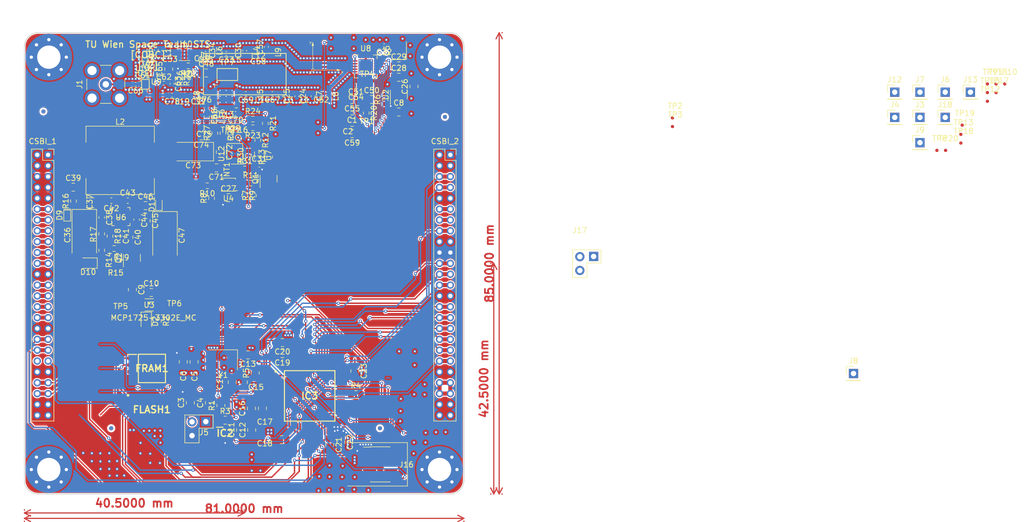
<source format=kicad_pcb>
(kicad_pcb (version 20211014) (generator pcbnew)
  (layers (0 "F.Cu" signal) (1 "In1.Cu" power) (2 "In2.Cu" mixed) (31 "B.Cu" signal) (34 "B.Paste" user) (35 "F.Paste" user) (36 "B.SilkS" user "B.Silkscreen") (37 "F.SilkS" user "F.Silkscreen") (38 "B.Mask" user) (39 "F.Mask" user) (44 "Edge.Cuts" user))
  (net 0 "")
  (net 1 "/STS1_connector/EDU_SPI_6")
  (net 2 "/STS1_connector/EDU_SPI_5")
  (net 3 "/STS1_connector/EDU_SPI_4")
  (net 4 "/STS1_connector/EDU_SPI_3")
  (net 5 "/STS1_connector/EDU_SPI_2")
  (net 6 "/STS1_connector/EDU_SPI_1")
  (net 7 "/STS1_connector/UART_COBC_EDU_2")
  (net 8 "/STS1_connector/UART_COBC_EDU_1")
  (net 9 "VBUS")
  (net 10 "/STS1_connector/COBC_SPI_6")
  (net 11 "/STS1_connector/COBC_SPI_5")
  (net 12 "/STS1_connector/COBC_SPI_4")
  (net 13 "/STS1_connector/COBC_SPI_3")
  (net 14 "/STS1_connector/COBC_SPI_2")
  (net 15 "/STS1_connector/COBC_SPI_1")
  (net 16 "/STS1_connector/UCI_COBC_UART_2")
  (net 17 "/STS1_connector/UCI_COBC_UART_1")
  (net 18 "Net-(C52-Pad2)")
  (net 19 "AGND")
  (net 20 "+3V3")
  (net 21 "+5V")
  (net 22 "/DCDC_nEN")
  (net 23 "Net-(C13-Pad2)")
  (net 24 "Net-(C14-Pad2)")
  (net 25 "/COBC STM/STM32_NRST")
  (net 26 "Net-(C21-Pad1)")
  (net 27 "Net-(D2-Pad2)")
  (net 28 "Net-(IC2-Pad1)")
  (net 29 "/COBC STM/WDT_Clear")
  (net 30 "Net-(IC3-Pad6)")
  (net 31 "/COBC STM/PC0")
  (net 32 "/COBC STM/PC1")
  (net 33 "/SPI_FRAM_MISO")
  (net 34 "/SPI_FRAM_MOSI")
  (net 36 "Net-(C24-Pad1)")
  (net 37 "Net-(IC3-Pad20)")
  (net 38 "/SPI_Flash_CLK")
  (net 39 "/SPI_Flash_MISO")
  (net 40 "/SPI_Flash_MOSI")
  (net 41 "/Flash_WP")
  (net 42 "Net-(IC3-Pad29)")
  (net 43 "/COBC STM/SPI4_NSS")
  (net 44 "/COBC_old_RF/UHF_PA/RF_IN")
  (net 45 "Net-(C26-Pad1)")
  (net 47 "Net-(C28-Pad1)")
  (net 48 "/SPI_FRAM_CLK")
  (net 49 "Net-(C30-Pad1)")
  (net 50 "Net-(C33-Pad2)")
  (net 51 "Net-(C50-Pad1)")
  (net 52 "Net-(C53-Pad2)")
  (net 53 "Net-(C57-Pad1)")
  (net 54 "/COBC STM/SWDIO")
  (net 55 "/COBC STM/SWDCLK")
  (net 56 "/COBC STM/SWO")
  (net 57 "Net-(C60-Pad2)")
  (net 58 "Net-(IC3-Pad60)")
  (net 59 "/SPI_FRAM_CS")
  (net 60 "Net-(C62-Pad1)")
  (net 61 "Net-(C63-Pad1)")
  (net 62 "Net-(C67-Pad2)")
  (net 63 "Net-(FLASH1-Pad7)")
  (net 66 "Net-(R2-Pad1)")
  (net 68 "/EPS_ANT_DEP")
  (net 69 "/EPS_Charging")
  (net 70 "/EPS_BAT_GOOD")
  (net 71 "/EDU_Heartbeat")
  (net 72 "/EDU_EN")
  (net 73 "/EDU_Update")
  (net 74 "/EDU_BOOT")
  (net 75 "unconnected-(CSBI_1-Pad25)")
  (net 76 "unconnected-(CSBI_1-Pad27)")
  (net 77 "unconnected-(CSBI_1-Pad29)")
  (net 78 "unconnected-(CSBI_1-Pad31)")
  (net 79 "/STS1_connector/EPS_BAT_FAULT")
  (net 80 "unconnected-(CSBI_2-Pad11)")
  (net 81 "Net-(C68-Pad1)")
  (net 82 "Net-(C39-Pad1)")
  (net 83 "Net-(C40-Pad1)")
  (net 84 "Net-(C41-Pad1)")
  (net 85 "Net-(C42-Pad1)")
  (net 86 "Net-(C42-Pad2)")
  (net 87 "Net-(C43-Pad1)")
  (net 88 "Net-(C43-Pad2)")
  (net 89 "Net-(D10-Pad1)")
  (net 90 "Net-(Q2-Pad3)")
  (net 91 "Net-(C69-Pad1)")
  (net 92 "Net-(C69-Pad2)")
  (net 93 "Net-(C70-Pad1)")
  (net 94 "/COBC_old_RF/UHF_PA/5V_TX_U")
  (net 95 "Net-(C76-Pad2)")
  (net 96 "Net-(C77-Pad1)")
  (net 97 "Net-(C77-Pad2)")
  (net 98 "Net-(C78-Pad1)")
  (net 99 "/COBC_old_RF/UHF_PA/RF_OUT")
  (net 100 "/Si4463_SDI")
  (net 101 "/Si4463_CLK")
  (net 102 "/Si4463_SDN")
  (net 103 "/Si4463_GPIO_0")
  (net 104 "/Si4463_GPIO_1")
  (net 106 "/Si4463_nSEL")
  (net 107 "/Si4463_SDO")
  (net 108 "/PA_FAULT")
  (net 109 "/Si4463_nIRQ")
  (net 110 "Net-(C33-Pad1)")
  (net 111 "Net-(C35-Pad2)")
  (net 112 "Net-(C60-Pad1)")
  (net 113 "Net-(L16-Pad1)")
  (net 114 "Net-(NT1-Pad2)")
  (net 115 "/~{WDT_TRIG}")
  (net 116 "/WDT_CLR")
  (net 117 "Net-(R7-Pad2)")
  (net 118 "Net-(R10-Pad1)")
  (net 119 "Net-(Q1-Pad3)")
  (net 120 "Net-(R12-Pad2)")
  (net 121 "Net-(R21-Pad1)")
  (net 122 "/COBC_old_RF/TX_Active")
  (net 123 "Net-(R28-Pad1)")
  (net 124 "/COBC_old_RF/UHF_PA/~{PA_EN}")
  (net 125 "Net-(R31-Pad1)")
  (net 126 "Net-(TP4-Pad1)")
  (net 127 "Net-(R6-Pad2)")
  (net 128 "Net-(R11-Pad1)")
  (net 131 "Net-(C32-Pad1)")
  (net 133 "Net-(C58-Pad1)")
  (net 134 "Net-(C52-Pad1)")
  (net 137 "Net-(C32-Pad2)")
  (net 139 "Net-(C53-Pad1)")
  (net 140 "Net-(C66-Pad1)")
  (net 141 "Net-(C66-Pad2)")
  (net 142 "Net-(Q1-Pad1)")
  (net 143 "Net-(U11-Pad4)")
  (footprint "Fiducial:Fiducial_0.75mm_Mask1.5mm" (layer "F.Cu") (at 193.63254 57.3)
    (fp_text reference "FID2" hide)
    (fp_text value "Fiducial")
  )
  (footprint "Fiducial:Fiducial_0.75mm_Mask1.5mm" (layer "F.Cu") (at 119.63254 56.3)
    (fp_text reference "FID3" hide)
    (fp_text value "Fiducial")
  )
  (footprint "Fiducial:Fiducial_0.75mm_Mask1.5mm" (layer "F.Cu") (at 132.122 114.69)
    (fp_text reference "FID4" hide)
    (fp_text value "Fiducial")
  )
  (footprint "MountingHole:MountingHole_4.3mm_M4_Pad_Via" (layer "F.Cu") (at 192.63254 46.3)
    (fp_text reference "H2" hide)
    (fp_text value "MountingHole_Pad" hide)
  )
  (footprint "MountingHole:MountingHole_4.3mm_M4_Pad_Via" (layer "F.Cu") (at 120.63254 122.3)
    (fp_text reference "H3" hide)
    (fp_text value "MountingHole_Pad" hide)
  )
  (footprint "MountingHole:MountingHole_4.3mm_M4_Pad_Via" (layer "F.Cu") (at 192.63254 122.3)
    (fp_text reference "H4" hide)
    (fp_text value "MountingHole_Pad" hide)
  )
  (footprint "STS:Coordinates" (layer "F.Cu") (at 171.75254 46.4)
    (fp_text reference "U1" hide)
    (fp_text value "coordinate_system" hide)
  )
  (footprint "Fiducial:Fiducial_0.75mm_Mask1.5mm" (layer "F.Cu") (at 181.652 114.69)
    (fp_text reference "FID1" hide)
    (fp_text value "Fiducial")
  )
  (footprint "Connector_PinSocket_2.00mm:PinSocket_2x25_P2.00mm_Vertical" (layer "F.Cu") (at 194.63254 64.3)
    (fp_text reference "CSBI_2")
    (fp_text value "~")
  )
  (footprint "MountingHole:MountingHole_4.3mm_M4_Pad_Via" (layer "F.Cu") (at 120.63254 46.3)
    (fp_text reference "H1" hide)
    (fp_text value "MountingHole_Pad" hide)
  )
  (footprint "Connector_PinSocket_2.00mm:PinSocket_2x25_P2.00mm_Vertical" (layer "F.Cu") (at 120.5 64.3)
    (fp_text reference "CSBI_1")
    (fp_text value "~")
  )
  (footprint "Capacitor_SMD:C_0402_1005Metric" (layer "F.Cu") (at 149.53254 45.6 180)
    (fp_text reference "C35")
    (fp_text value "100p")
  )
  (footprint "Capacitor_SMD:C_1206_3216Metric" (layer "F.Cu") (at 128.26254 73.14 180)
    (fp_text reference "C37")
    (fp_text value "22uF")
  )
  (footprint "Inductor_SMD:L_0402_1005Metric" (layer "F.Cu") (at 145.23254 53.3 180)
    (fp_text reference "L19")
    (fp_text value "47n")
  )
  (footprint "Crystal:Crystal_SMD_5032-4Pin_5.0x3.2mm" (layer "F.Cu") (at 152.76254 102.08 180)
    (fp_text reference "Y1")
    (fp_text value "Crystal_GND24")
  )
  (footprint "STS1library:STS1_Testpoint" (layer "F.Cu") (at 235.56754 59.085)
    (fp_text reference "TP3")
    (fp_text value "TestPoint")
  )
  (footprint "Capacitor_SMD:C_0805_2012Metric" (layer "F.Cu") (at 148.73254 60.8 180)
    (fp_text reference "C74")
    (fp_text value "1n")
  )
  (footprint "Resistor_SMD:R_0805_2012Metric" (layer "F.Cu") (at 152.33254 110.5 90)
    (fp_text reference "R1")
    (fp_text value "4k7")
  )
  (footprint "Capacitor_SMD:C_0402_1005Metric" (layer "F.Cu") (at 141.83254 51.1)
    (fp_text reference "C62")
    (fp_text value "100p")
  )
  (footprint "Capacitor_SMD:C_0603_1608Metric" (layer "F.Cu") (at 136.80254 76.24 -90)
    (fp_text reference "C44")
    (fp_text value "100nF")
  )
  (footprint "Capacitor_SMD:C_0805_2012Metric" (layer "F.Cu") (at 180.13254 54.1)
    (fp_text reference "C50")
    (fp_text value "100n")
  )
  (footprint "Capacitor_SMD:C_0402_1005Metric" (layer "F.Cu") (at 160.73254 44.4 90)
    (fp_text reference "C57")
    (fp_text value "C")
  )
  (footprint "Package_TO_SOT_SMD:SOT-23" (layer "F.Cu") (at 135.93254 83.28 90)
    (fp_text reference "Q2")
    (fp_text value "BSS123")
  )
  (footprint "Capacitor_SMD:C_0603_1608Metric" (layer "F.Cu") (at 135.17254 72.73)
    (fp_text reference "C43")
    (fp_text value "100nF")
  )
  (footprint "Capacitor_SMD:C_0805_2012Metric" (layer "F.Cu") (at 172.40254 117.73 -90)
    (fp_text reference "C21")
    (fp_text value "4.7u")
  )
  (footprint "Resistor_SMD:R_0603_1608Metric" (layer "F.Cu") (at 125.18254 72.82 90)
    (fp_text reference "R16")
    (fp_text value "100mR")
  )
  (footprint "STS1library:STS1_Testpoint" (layer "F.Cu") (at 295.20754 51.225)
    (fp_text reference "TP11")
    (fp_text value "TestPoint")
  )
  (footprint "Capacitor_SMD:C_0805_2012Metric" (layer "F.Cu") (at 163.68254 98.9 180)
    (fp_text reference "C20")
    (fp_text value "100n")
  )
  (footprint "lsf-kicad-lib:TestPoint_D0.8mm_Mask-Only" (layer "F.Cu") (at 155.53254 61.1)
    (fp_text reference "TP16")
    (fp_text value "PA_FAULT")
  )
  (footprint "Capacitor_SMD:C_0402_1005Metric" (layer "F.Cu") (at 140.43254 45 90)
    (fp_text reference "C56")
    (fp_text value "24p")
  )
  (footprint "STSLib:SOIC127P800X203-8N" (layer "F.Cu") (at 139.63254 103.665)
    (fp_text reference "FRAM1")
    (fp_text value "CY15B108QN-40SXI" hide)
  )
  (footprint "Capacitor_SMD:C_0805_2012Metric" (layer "F.Cu") (at 176.53254 56.2 180)
    (fp_text reference "C1")
    (fp_text value "100n")
  )
  (footprint "Inductor_SMD:L_0402_1005Metric" (layer "F.Cu") (at 164.83254 53 180)
    (fp_text reference "L3")
    (fp_text value "15n")
  )
  (footprint "Resistor_SMD:R_0603_1608Metric" (layer "F.Cu") (at 160.53254 58.5 -90)
    (fp_text reference "R21")
    (fp_text value "33k")
  )
  (footprint "Capacitor_SMD:C_0402_1005Metric" (layer "F.Cu") (at 149.23254 55.3)
    (fp_text reference "C76")
    (fp_text value "100p")
  )
  (footprint "Capacitor_SMD:C_0805_2012Metric" (layer "F.Cu") (at 135.37254 79.49 -90)
    (fp_text reference "C40")
    (fp_text value "1uF")
  )
  (footprint "Connector_PinHeader_2.54mm:PinHeader_1x01_P2.54mm_Vertical" (layer "F.Cu") (at 290.48254 52.75)
    (fp_text reference "J13")
    (fp_text value "Conn_01x01_Male")
  )
  (footprint "Connector_PinHeader_2.54mm:PinHeader_1x01_P2.54mm_Vertical" (layer "F.Cu") (at 285.83254 57.4)
    (fp_text reference "J18")
    (fp_text value "Conn_01x01_Male")
  )
  (footprint "Resistor_SMD:R_0805_2012Metric" (layer "F.Cu") (at 153.13254 113.2)
    (fp_text reference "R3")
    (fp_text value "4k7")
  )
  (footprint "Capacitor_SMD:C_0402_1005Metric" (layer "F.Cu") (at 138.43254 47 -90)
    (fp_text reference "C60")
    (fp_text value "2p")
  )
  (footprint "Resistor_SMD:R_0603_1608Metric" (layer "F.Cu") (at 161.33254 64.7 90)
    (fp_text reference "R13")
    (fp_text value "100")
  )
  (footprint "Connector_PinHeader_2.54mm:PinHeader_1x01_P2.54mm_Vertical" (layer "F.Cu") (at 276.53254 52.75)
    (fp_text reference "J12")
    (fp_text value "Conn_01x01_Male")
  )
  (footprint "STS1library:STS1_Testpoint" (layer "F.Cu") (at 285.90754 63.475)
    (fp_text reference "TP20")
    (fp_text value "TestPoint")
  )
  (footprint "STS1library:STS1_Testpoint" (layer "F.Cu") (at 293.60754 54.425)
    (fp_text reference "TP12")
    (fp_text value "TestPoint")
  )
  (footprint "Capacitor_SMD:C_0402_1005Metric" (layer "F.Cu") (at 143.33254 53.3 180)
    (fp_text reference "C78")
    (fp_text value "3.3p")
  )
  (footprint "Capacitor_SMD:C_0402_1005Metric" (layer "F.Cu") (at 161.83254 53 180)
    (fp_text reference "C67")
    (fp_text value "2p")
  )
  (footprint "Capacitor_SMD:C_0402_1005Metric" (layer "F.Cu") (at 156.73254 45.1 90)
    (fp_text reference "C30")
    (fp_text value "24p")
  )
  (footprint "Capacitor_SMD:C_0805_2012Metric" (layer "F.Cu") (at 174.46254 117.25 -90)
    (fp_text reference "C22")
    (fp_text value "100n")
  )
  (footprint "STSLib:SON127P800X600X80-9N-D" (layer "F.Cu") (at 139.60754 111.25)
    (fp_text reference "FLASH1")
    (fp_text value "W25Q01JVZEIQ" hide)
  )
  (footprint "Capacitor_SMD:C_0402_1005Metric" (layer "F.Cu") (at 163.33254 53.5 -90)
    (fp_text reference "C25")
    (fp_text value "18p")
  )
  (footprint "Capacitor_SMD:C_0805_2012Metric" (layer "F.Cu") (at 138.45254 73.66)
    (fp_text reference "C46")
    (fp_text value "10uF")
  )
  (footprint "Inductor_SMD:L_0402_1005Metric" (layer "F.Cu") (at 159.93254 53 180)
    (fp_text reference "L14")
    (fp_text value "68n")
  )
  (footprint "Capacitor_SMD:C_0805_2012Metric" (layer "F.Cu") (at 176.53254 54.1 180)
    (fp_text reference "C55")
    (fp_text value "10n")
  )
  (footprint "Package_DFN_QFN:QFN-24-1EP_4x4mm_P0.5mm_EP2.7x2.7mm_ThermalVias" (layer "F.Cu") (at 153.30754 53.525 180)
    (fp_text reference "U13")
    (fp_text value "TQP7M9106")
  )
  (footprint "Capacitor_SMD:C_0402_1005Metric" (layer "F.Cu") (at 136.63254 51.3 180)
    (fp_text reference "C66")
    (fp_text value "100p")
  )
  (footprint "STS1library:STS1_Testpoint" (layer "F.Cu") (at 293.60754 51.225)
    (fp_text reference "TP9")
    (fp_text value "TestPoint")
  )
  (footprint "Capacitor_SMD:C_0402_1005Metric" (layer "F.Cu") (at 159.23254 45.9 180)
    (fp_text reference "C58")
    (fp_text value "C")
  )
  (footprint "Inductor_SMD:L_0402_1005Metric" (layer "F.Cu") (at 138.93254 45.5 180)
    (fp_text reference "L11")
    (fp_text value "68n")
  )
  (footprint "STS1library:PinHeader_1x03_P2.54mm_Vertical_umdieEcke" (layer "F.Cu") (at 218.49754 80.525)
    (fp_text reference "J17")
    (fp_text value "Conn_01x03_Male")
  )
  (footprint "Inductor_SMD:L_0402_1005Metric" (layer "F.Cu") (at 161.73254 45.4 -90)
    (fp_text reference "L9")
    (fp_text value "L")
  )
  (footprint "Inductor_SMD:L_0603_1608Metric" (layer "F.Cu") (at 149.73254 57.3 -90)
    (fp_text reference "FB1")
    (fp_text value "Ferrite_Bead")
  )
  (footprint "STS1library:STS1_Testpoint" (layer "F.Cu") (at 178.83254 51.6)
    (fp_text reference "TP4")
    (fp_text value "TXRAMP")
  )
  (footprint "Capacitor_SMD:C_0402_1005Metric" (layer "F.Cu") (at 159.43254 66.2)
    (fp_text reference "C31")
    (fp_text value "100p")
  )
  (footprint "Resistor_SMD:R_0603_1608Metric" (layer "F.Cu") (at 156.73254 71.8 -90)
    (fp_text reference "R9")
    (fp_text value "10k")
  )
  (footprint "Capacitor_SMD:C_0805_2012Metric" (layer "F.Cu") (at 176.53254 60.4 180)
    (fp_text reference "C59")
    (fp_text value "47µ")
  )
  (footprint "Resistor_SMD:R_0603_1608Metric" (layer "F.Cu") (at 159.13254 61.6 -90)
    (fp_text reference "R12")
    (fp_text value "10k")
  )
  (footprint "Capacitor_SMD:C_0805_2012Metric" (layer "F.Cu") (at 156.47254 106.22 -90)
    (fp_text reference "C15")
    (fp_text value "100n")
  )
  (footprint "Capacitor_SMD:C_0402_1005Metric" (layer "F.Cu") (at 152.33254 57.2 90)
    (fp_text reference "C68")
    (fp_text value "100n")
  )
  (footprint "STS1library:PinHeader_1x03_P2.54mm_Vertical_umdieEcke" (layer "F.Cu") (at 147.02254 110.965)
    (fp_text reference "J5")
    (fp_text value "Conn_01x03_Male")
  )
  (footprint "Capacitor_Tantalum_SMD:CP_EIA-6032-28_Kemet-C" (layer "F.Cu") (at 147.23254 63.7 180)
    (fp_text reference "C73")
    (fp_text value "10u")
  )
  (footprint "Resistor_SMD:R_0603_1608Metric" (layer "F.Cu") (at 156.73254 66.9)
    (fp_text reference "R31")
    (fp_text value "110k")
  )
  (footprint "Resistor_SMD:R_0603_1608Metric" (layer "F.Cu") (at 149.83254 70 180)
    (fp_text reference "R10")
    (fp_text value "10k")
  )
  (footprint "Resistor_SMD:R_0603_1608Metric" (layer "F.Cu") (at 158.23254 59.3 180)
    (fp_text reference "R23")
    (fp_text value "5.6k")
  )
  (footprint "Capacitor_SMD:C_0402_1005Metric" (layer "F.Cu") (at 177.23254 51.5 180)
    (fp_text reference "C51")
    (fp_text value "33p")
  )
  (footprint "Resistor_SMD:R_0805_2012Metric" (layer "F.Cu") (at 140.61254 94.9475 -90)
    (fp_text reference "R2")
    (fp_text value "1k")
  )
  (footprint "Capacitor_SMD:C_0402_1005Metric" (layer "F.Cu") (at 137.93254 48.5 180)
    (fp_text reference "C61")
    (fp_text value "24p")
  )
  (footprint "Connector_Coaxial:SMB_Jack_Vertical" (layer "F.Cu") (at 131.13254 51.3 90)
    (fp_text reference "J1")
    (fp_text value "UHF")
  )
  (footprint "Diode_SMD:D_0805_2012Metric" (layer "F.Cu") (at 127.87254 84.25 180)
    (fp_text reference "D10")
    (fp_text value "BZY55C12 RYG ")
  )
  (footprint "STS1_3V3:MCP1725-3302E&slash_MC" (layer "F.Cu") (at 139.12254 91.951908)
    (fp_text reference "U3")
    (fp_text value "MCP1725-3302E_MC")
  )
  (footprint "Capacitor_SMD:C_0805_2012Metric" (layer "F.Cu") (at 152.23254 63.8 -90)
    (fp_text reference "C72")
    (fp_text value "100n")
  )
  (footprint "Capacitor_SMD:C_0402_1005Metric" (layer "F.Cu") (at 142.93254 45.5 180)
    (fp_text reference "C53")
    (fp_text value "100p")
  )
  (footprint "Capacitor_SMD:C_0402_1005Metric" (layer "F.Cu") (at 155.03254 56.7 180)
    (fp_text reference "C70")
    (fp_text value "100p")
  )
  (footprint "Capacitor_SMD:C_0805_2012Metric" (layer "F.Cu") (at 154.43254 106.2 90)
    (fp_text reference "C14")
    (fp_text value "20p")
  )
  (footprint "STS_Package_DFN_QFN:MP28167_QFN16" (layer "F.Cu") (at 133.92254 75.68)
    (fp_text reference "U6")
    (fp_text value "~")
  )
  (footprint "Inductor_SMD:L_0402_1005Metric" (layer "F.Cu") (at 159.23254 44.9 180)
    (fp_text reference "L12")
    (fp_text value "L")
  )
  (footprint "Resistor_SMD:R_0603_1608Metric" (layer "F.Cu") (at 130.37254 81.9 -90)
    (fp_text reference "R14")
    (fp_text value "10k")
  )
  (footprint "LED_SMD:LED_0805_2012Metric" (layer "F.Cu") (at 138.59254 94.9675 -90)
    (fp_text reference "D2")
    (fp_text value "LED")
  )
  (footprint "STS1library:STS1_Testpoint" (layer "F.Cu") (at 295.20754 52.825)
    (fp_text reference "TP17")
    (fp_text value "TestPoint")
  )
  (footprint "Inductor_SMD:L_0402_1005Metric" (layer "F.Cu") (at 151.33254 57.2 -90)
    (fp_text reference "L16")
    (fp_text value "68n")
  )
  (footprint "Resistor_SMD:R_0603_1608Metric" (layer "F.Cu") (at 132.66254 81.56 180)
    (fp_text reference "R19")
    (fp_text value "21k5")
  )
  (footprint "Inductor_SMD:L_0402_1005Metric" (layer "F.Cu") (at 157.73254 45.1 -90)
    (fp_text reference "L4")
    (fp_text value "5.6n")
  )
  (footprint "Capacitor_SMD:C_0805_2012Metric" (layer "F.Cu") (at 158.02254 115.01 90)
    (fp_text reference "C12")
    (fp_text value "47u")
  )
  (footprint "Package_DFN_QFN:QFN-20-1EP_4x4mm_P0.5mm_EP2.6x2.6mm_ThermalVias" (layer "F.Cu") (at 179.03254 48)
    (fp_text reference "U8")
    (fp_text value "Si4463")
  )
  (footprint "Capacitor_SMD:C_0805_2012Metric" (layer "F.Cu") (at 147.40754 102.45 90)
    (fp_text reference "C5")
    (fp_text value "100n")
  )
  (footprint "Resistor_SMD:R_0603_1608Metric" (layer "F.Cu") (at 131.91254 79.28 -90)
    (fp_text reference "R18")
    (fp_text value "33k")
  )
  (footprint "Inductor_SMD:L_0402_1005Metric" (layer "F.Cu") (at 146.73254 53.8 -90)
    (fp_text reference "L18")
    (fp_text value "8.2n")
  )
  (footprint "STS_Package_DFN_QFN:SGP1610N2" (layer "F.Cu") (at 124.02254 75.4975)
    (fp_text reference "D9")
    (fp_text value "UCLAMP0871P.TNT ")
  )
  (footprint "STS1library:STS1_Testpoint" (layer "F.Cu") (at 235.56754 57.485)
    (fp_text reference "TP2")
    (fp_text value "TestPoint")
  )
  (footprint "Connector_PinHeader_2.54mm:PinHeader_1x01_P2.54mm_Vertical" (layer "F.Cu") (at 285.83254 52.75)
    (fp_text reference "J6")
    (fp_text value "Conn_01x01_Male")
  )
  (footprint "Connector_PinHeader_2.54mm:PinHeader_1x01_P2.54mm_Vertical" (layer "F.Cu") (at 268.93254 104.6)
    (fp_text reference "J8")
    (fp_text value "Conn_01x01_Male")
  )
  (footprint "Capacitor_SMD:C_0402_1005Metric" (layer "F.Cu") (at 182.43254 44.2 180)
    (fp_text reference "C32")
    (fp_text value "100p")
  )
  (footprint "Capacitor_SMD:C_0805_2012Metric" (layer "F.Cu") (at 155.97254 115.01 90)
    (fp_text reference "C11")
    (fp_text value "100n")
  )
  (footprint "Capacitor_SMD:C_0603_1608Metric" (layer "F.Cu") (at 132.15254 72.73 180)
    (fp_text reference "C42")
    (fp_text value "100nF")
  )
  (footprint "Resistor_SMD:R_0603_1608Metric" (layer "F.Cu") (at 130.37254 78.875 90)
    (fp_text reference "R17")
    (fp_text value "100k")
  )
  (footprint "NetTie:NetTie-2_SMD_Pad0.5mm" (layer "F.Cu") (at 154.63254 67 90)
    (fp_text reference "NT1")
    (fp_text value "Net-Tie_2")
  )
  (footprint "Inductor_SMD:L_0402_1005Metric" (layer "F.Cu") (at 137.93254 49.5)
    (fp_text reference "L13")
    (fp_text value "5.6n")
  )
  (footprint "lsf-kicad-lib:MLP-8" (layer "F.Cu") (at 154.93254 64.1)
    (fp_text reference "U12")
    (fp_text value "FPF2701")
  )
  (footprint "Package_TO_SOT_SMD:SOT-23" (layer "F.Cu") (at 161.13254 68.7 90)
    (fp_text reference "Q1")
    (fp_text value "SQ2318")
  )
  (footprint "Package_SO:VSSOP-8_2.4x2.1mm_P0.5mm" (layer "F.Cu") (at 153.73254 69.8 180)
    (fp_text reference "U4")
    (fp_text value "74LVC2G74")
  )
  (footprint "Capacitor_SMD:C_0805_2012Metric" (layer "F.Cu") (at 146.70754 110 90)
    (fp_text reference "C3")
    (fp_text value "100n")
  )
  (footprint "Inductor_SMD:L_0402_1005Metric" (layer "F.Cu") (at 148.13254 46.1 -90)
    (fp_text reference "L7")
    (fp_text value "68n")
  )
  (footprint "Inductor_SMD:L_0402_1005Metric" (layer "F.Cu") (at 167.83254 53 180)
    (fp_text reference "L1")
    (fp_text value "15n")
  )
  (footprint "Capacitor_SMD:C_0402_1005Metric" (layer "F.Cu") (at 143.33254 51.2 -90)
    (fp_text reference "C63")
    (fp_text value "100p")
  )
  (footprint "Crystal:Crystal_SMD_2520-4Pin_2.5x2.0mm" (layer "F.Cu") (at 185.13254 45.1 90)
    (fp_text reference "U5")
    (fp_text value "TYKTBCSANF-26.000000")
  )
  (footprint "Resistor_SMD:R_0603_1608Metric" (layer "F.Cu") (at 154.53254 58 180)
    (fp_text reference "R29")
    (fp_text value "0")
  )
  (footprint "Resistor_SMD:R_0603_1608Metric" (layer "F.Cu") (at 150.63254 72.3 90)
    (fp_text reference "R8")
    (fp_text value "100")
  )
  (footprint "Resistor_SMD:R_0603_1608Metric" (layer "F.Cu") (at 146.33254 47.9 180)
    (fp_text reference "R22")
    (fp_text value "10k")
  )
  (footprint "Capacitor_SMD:C_0402_1005Metric" (layer "F.Cu") (at 177.23254 52.5 180)
    (fp_text reference "C54")
    (fp_text value "100p")
  )
  (footprint "Capacitor_SMD:C_0402_1005Metric" (layer "F.Cu") (at 169.33254 53.5 -90)
    (fp_text reference "C7")
    (fp_text value "18p")
  )
  (footprint "Resistor_SMD:R_0603_1608Metric" (layer "F.Cu") (at 144.63254 50.2 -90)
    (fp_text reference "R25")
    (fp_text value "5.6k")
  )
  (footprint "Capacitor_SMD:C_0805_2012Metric" (layer "F.Cu") (at 153.73254 72.2)
    (fp_text reference "C27")
    (fp_text value "100n")
  )
  (footprint "Resistor_SMD:R_0603_1608Metric" (layer "F.Cu") (at 182.63254 54.1 90)
    (fp_text reference "R6")
    (fp_text value "100k")
  )
  (footprint "Connector_PinHeader_2.54mm:PinHeader_1x01_P2.54mm_Vertical" (layer "F.Cu") (at 276.53254 57.4)
    (fp_text reference "J4")
    (fp_text value "Conn_01x01_Male")
  )
  (footprint "Capacitor_SMD:C_0402_1005Metric" (layer "F.Cu") (at 149.23254 59.3 180)
    (fp_text reference "C75")
    (fp_text value "100p")
  )
  (footprint "STSLib:QFP50P1200X1200X160-64N" (layer "F.Cu") (at 168.70754 108.725)
    (fp_text reference "IC3")
    (fp_text value "STM32F411RET6TR" hide)
  )
  (footprint "STS1library:STS1_Testpoint" (layer "F.Cu") (at 178.73254 60.3)
    (fp_text reference "TP1")
    (fp_text value "SiVCC")
  )
  (footprint "Resistor_SMD:R_0603_1608Metric" (layer "F.Cu") (at 158.23254 57.7)
    (fp_text reference "R24")
    (fp_text value "6.8k")
  )
  (footprint "Inductor_SMD:L_12x12mm_H6mm" (layer "F.Cu") (at 133.77254 65.32)
    (fp_text reference "L2")
    (fp_text value "4.7uH")
  )
  (footprint "Capacitor_SMD:C_0805_2012Metric" (layer "F.Cu") (at 142.73254 48.5 90)
    (fp_text reference "C65")
    (fp_text value "1µ")
  )
  (footprint "Capacitor_SMD:C_0805_2012Metric" (layer "F.Cu") (at 151.53254 66.7 180)
    (fp_text reference "C71")
    (fp_text value "10u")
  )
  (footprint "Resistor_SMD:R_0603_1608Metric" (layer "F.Cu") (at 146.23254 50.2 90)
    (fp_text reference "R26")
    (fp_text value "6.8k")
  )
  (footprint "Inductor_SMD:L_0402_1005Metric" (layer "F.Cu") (at 150.93254 45.1 -90)
    (fp_text reference "L6")
    (fp_text value "5.6n")
  )
  (footprint "Inductor_SMD:L_0402_1005Metric" (layer "F.Cu") (at 158.43254 53.5 -90)
    (fp_text reference "L15")
    (fp_text value "3.2n")
  )
  (footprint "Capacitor_SMD:C_0402_1005Metric" (layer "F.Cu") (at 170.83254 53 180)
    (fp_text reference "C52")
    (fp_text value "C")
  )
  (footprint "Resistor_SMD:R_0805_2012Metric" (layer "F.Cu") (at 158.66254 104.51 90)
    (fp_text reference "R5")
    (fp_text value "220")
  )
  (footprint "Capacitor_SMD:C_0805_2012Metric" (layer "F.Cu") (at 163.53254 116.8)
    (fp_text reference "C18")
    (fp_text value "100n")
  )
  (footprint "STS1library:STS1_Testpoint" (layer "F.Cu") (at 296.80754 51.225)
    (fp_text reference "TP10")
    (fp_text value "TestPoint")
  )
  (footprint "Diode_SMD:D_SOD-523" (layer "F.Cu") (at 140.92254 73.39 90)
    (fp_text reference "D11")
    (fp_text value "AQ1003-01LTG ")
  )
  (footprint "Capacitor_SMD:C_0805_2012Metric" (layer "F.Cu") (at 187.93254 51.7 90)
    (fp_text reference "C26")
    (fp_text value "10n")
  )
  (footprint "Capacitor_SMD:C_0402_1005Metric" (layer "F.Cu") (at 148.23254 53.3 180)
    (fp_text reference "C77")
    (fp_text value "24p")
  )
  (footprint "Connector_PinHeader_2.54mm:PinHeader_1x01_P2.54mm_Vertical" (layer "F.Cu") (at 281.18254 52.75)
    (fp_text reference "J7")
    (fp_text value "Conn_01x01_Male")
  )
  (footprint "Capacitor_Tantalum_SMD:CP_EIA-7343-43_Kemet-X" (layer "F.Cu") (at 127.17254 78.7625 -90)
    (fp_text reference "C36")
    (fp_text value "100uF")
  )
  (footprint "Resistor_SMD:R_0805_2012Metric" (layer "F.Cu") (at 177.23254 108.5)
    (fp_text reference "R4")
    (fp_text value "4k7")
  )
  (footprint "Capacitor_SMD:C_0805_2012Metric" (layer "F.Cu") (at 177.02254 104.15 -90)
    (fp_text reference "C23")
    (fp_text value "100n")
  )
  (footprint "lsf-kicad-lib:GE0805C-2" (layer "F.Cu") (at 140.43254 53.3 180)
    (fp_text reference "U9")
    (fp_text value "LFCG-490+")
  )
  (footprint "Capacitor_SMD:C_0402_1005Metric" (layer "F.Cu") (at 151.93254 45.1 90)
    (fp_text reference "C34")
    (fp_text value "24p")
  )
  (footprint "Resistor_SMD:R_0603_1608Metric" (layer "F.Cu") (at 157.83254 69.5)
    (fp_text reference "R11")
    (fp_text value "100")
  )
  (footprint "Capacitor_SMD:C_0603_1608Metric" (layer "F.Cu") (at 130.37254 75.845 -90)
    (fp_text reference "C38")
    (fp_text value "100nF")
  )
  (footprint "Inductor_SMD:L_0402_1005Metric" (layer "F.Cu") (at 149.73254 53.8 90)
    (fp_text reference "L17")
    (fp_text value "18n")
  )
  (footprint "Resistor_SMD:R_0603_1608Metric" (layer "F.Cu") (at 157.43254 64.4 90)
    (fp_text reference "R30")
    (fp_text value "100k")
  )
  (footprint "Package_TO_SOT_SMD:SOT-553" (layer "F.Cu") (at 159.43254 64.4 -90)
    (fp_text reference "U7")
    (fp_text value "NL17SV04XV5T2G")
  )
  (footprint "TestPoint:TestPoint_Keystone_5015_Micro-Minature" (layer "F.Cu") (at 153.53254 49.5)
    (fp_text reference "TP7")
    (fp_text value "TestPoint")
  )
  (footprint "Capacitor_SMD:C_0805_2012Metric" (layer "F.Cu") (at 125.13254 70.26)
    (fp_text reference "C39")
    (fp_text value "1uF")
  )
  (footprint "Capacitor_SMD:C_0805_2012Metric" (layer "F.Cu") (at 150.23254 110 90)
    (fp_text reference "C4")
    (fp_text value "47u")
  )
  (footprint "Capacitor_SMD:C_0805_2012Metric" (layer "F.Cu") (at 176.53254 58.3 180)
    (fp_text reference "C2")
    (fp_text value "4.7µ")
  )
  (footprint "STS1library:STS1_Testpoint" (layer "F.Cu") (at 293.60754 52.825)
    (fp_text reference "TP15")
    (fp_text value "TestPoint")
  )
  (footprint "Capacitor_SMD:C_0805_2012Metric" (layer "F.Cu") (at 157.34254 101.16 180)
    (fp_text reference "C13")
    (fp_text value "20p")
  )
  (footprint "Capacitor_SMD:C_0603_1608Metric" (layer "F.Cu") (at 133.43254 79.28 -90)
    (fp_text reference "C41")
    (fp_text value "22nF")
  )
  (footprint "STS1library:STS1_Testpoint" (layer "F.Cu") (at 288.71754 60.525)
    (fp_text reference "TP13")
    (fp_text value "TestPoint")
  )
  (footprint "Connector_PinHeader_2.54mm:PinHeader_1x01_P2.54mm_Vertical" (layer "F.Cu") (at 281.18254 62.05)
    (fp_text reference "J9")
    (fp_text value "Conn_01x01_Male")
  )
  (footprint "lsf-kicad-lib:DFN-8-1EP_2x2mm_P0.5mm_EP0.7x1.6mm_ThermalVias" (layer "F.Cu") (at 145.63254 45.8)
    (fp_text reference "U10")
    (fp_text value "TQP3M9036")
  )
  (footprint "Inductor_SMD:L_0402_1005Metric" (layer "F.Cu") (at 141.43254 45 -90)
    (fp_text reference "L10")
    (fp_text value "5.6n")
  )
  (footprint "SamacSys_Parts:SOT65P210X110-5N" (layer "F.Cu") (at 153.09254 115.6)
    (fp_text reference "IC2")
    (fp_text value "STWD100PYW83F" hide)
  )
  (footprint "Capacitor_SMD:C_0402_1005Metric" (layer "F.Cu") (at 153.33254 45.6 180)
    (fp_text reference "C33")
    (fp_text value "2p")
  )
  (footprint "Capacitor_SMD:C_0805_2012Metric" (layer "F.Cu") (at 140.73254 48.5 90)
    (fp_text reference "C64")
    (fp_text value "100n")
  )
  (footprint "Capacitor_SMD:C_0805_2012Metric" (layer "F.Cu") (at 139.50254 89.6675)
    (fp_text reference "C10")
    (fp_text value "4.7u")
  )
  (footprint "Inductor_SMD:L_0402_1005Metric" (layer "F.Cu") (at 172.33254 53.5 -90)
    (fp_text reference "L8")
    (fp_text value "L")
  )
  (footprint "lsf-kicad-lib:TestPoint_D0.8mm_Mask-Only" (layer "F.Cu") (at 154.13254 61.1)
    (fp_text reference "TP21")
    (fp_text value "5V_PA")
  )
  (footprint "Capacitor_SMD:C_0805_2012Metric" (layer "F.Cu") (at 157.96254 111.03 90)
    (fp_text reference "C16")
    (fp_text value "1u")
  )
  (footprint "STS1library:STS1_Testpoint" (layer "F.Cu") (at 284.30754 63.475)
    (fp_text reference "TP8")
    (fp_text value "TestPoint")
  )
  (footprint "STS1library:STS1_Testpoint" (layer "F.Cu") (at 135.74254 92.1875)
    (fp_text reference "TP5")
    (fp_text value "TestPoint")
  )
  (footprint "Capacitor_SMD:C_0805_2012Metric" (layer "F.Cu") (at 138.57254 76.46 -90)
    (fp_text reference "C45")
    (fp_text value "10uF")
  )
  (footprint "STS1library:STS1_Testpoint" (layer "F.Cu") (at 288.95754 58.825)
    (fp_text reference "TP19")
    (fp_text value "TestPoint")
  )
  (footprint "Capacitor_SMD:C_0805_2012Metric" (layer "F.Cu") (at 185.13254 50)
    (fp_text reference "C28")
    (fp_text value "4.7µ")
  )
  (footprint "Capacitor_SMD:C_0402_1005Metric" (layer "F.Cu") (at 166.33254 53.5 -90)
    (fp_text reference "C24")
    (fp_text value "12p")
  )
  (footprint "Capacitor_SMD:C_0805_2012Metric" (layer "F.Cu") (at 145.40754 102.45 90)
    (fp_text reference "C6")
    (fp_text value "47u")
  )
  (footprint "Resistor_SMD:R_0603_1608Metric" (layer "F.Cu") (at 151.23254 60.3 90)
    (fp_text reference "R27")
    (fp_text value "240")
  )
  (footprint "Inductor_SMD:L_0402_1005Metric" (layer "F.Cu") (at 155.23254 45.6 180)
    (fp_text reference "L5")
    (fp_text value "68n")
  )
  (footprint "STS_Package_LGA:Qorvo_9Pin_1.1x1.5mm_LGA" (layer "F.Cu") (at 138.43254 51.3)
    (fp_text reference "U11")
    (fp_text value "QPC1022")
  )
  (footprint "Resistor_SMD:R_0603_1608Metric" (layer "F.Cu") (at 158.33254 71.8 90)
    (fp_text reference "R7")
    (fp_text value "100")
  )
  (footprint "Resistor_SMD:R_0603_1608Metric" (layer "F.Cu") (at 179.13254 56.6 -90)
    (fp_text reference "R20")
    (fp_text value "4.7")
  )
  (footprint "STS1library:STS1_Testpoint" (layer "F.Cu") (at 288.71754 62.125)
    (fp_text reference "TP18")
    (fp_text value "TestPoint")
  )
  (footprint "Capacitor_SMD:C_0805_2012Metric" (layer "F.Cu") (at 149.63254 49.2)
    (fp_text reference "C48")
    (fp_text value "1u")
  )
  (footprint "Package_TO_SOT_SMD:SOT-23-5" (layer "F.Cu") (at 185.13254 53.2 90)
    (fp_text reference "U2")
    (fp_text value "LP2985-1.8")
  )
  (footprint "Capacitor_SMD:C_0805_2012Metric" (layer "F.Cu") (at 163.68254 100.93 180)
    (fp_text reference "C19")
    (fp_text value "4.7u")
  )
  (footprint "Capacitor_SMD:C_0805_2012Metric" (layer "F.Cu") (at 185.13254 47.9)
    (fp_text reference "C29")
    (fp_text value "100n")
  )
  (footprint "Resistor_SMD:R_0603_1608Metric" (layer "F.Cu") (at 133.42254 83.84 90)
    (fp_text reference "R15")
    (fp_text value "1M")
  )
  (footprint "Resistor_SMD:R_0603_1608Metric" (layer "F.Cu") (at 152.73254 60.3 -90)
    (fp_text reference "R28")
    (fp_text value "280")
  )
  (footprint "Capacitor_SMD:C_0805_2012Metric" (layer "F.Cu") (at 160.00254 111.02 -90)
    (fp_text reference "C17")
    (fp_text value "100n")
  )
  (footprint "Capacitor_SMD:C_0402_1005Metric" (layer "F.Cu") (at 148.83254 47.7)
    (fp_text reference "C49")
    (fp_text value "100p")
  )
  (footprint "Capacitor_SMD:C_0805_2012Metric" (layer "F.Cu") (at 136.03254 89.1475 -90)
    (fp_text reference "C9")
    (fp_text value "4.7u")
  )
  (footprint "Capacitor_Tantalum_SMD:CP_EIA-7343-43_Kemet-X" (layer "F.Cu") (at 142.04254 79.17 -90)
    (fp_text reference "C47")
    (fp_text value "100uF")
  )
  (footprint "Connector_PinHeader_2.54mm:PinHeader_1x01_P2.54mm_Vertical" (layer "F.Cu") (at 281.18254 57.4)
    (fp_text reference "J3")
    (fp_text value "Conn_01x01_Male")
  )
  (footprint "Capacitor_SMD:C_0402_1005Metric" (layer "F.Cu") (at 156.93254 53 180)
    (fp_text reference "C69")
    (fp_text value "62p")
  )
  (footprint "Capacitor_SMD:C_0805_2012Metric" (layer "F.Cu") (at 185.13254 56.4)
    (fp_text reference "C8")
    (fp_text value "100n")
  )
  (footprint "STS1library:STS1_Testpoint" (layer "F.Cu") (at 141.92254 91.6975)
    (fp_text reference "TP6")
    (fp_text value "TestPoint")
  )
  (footprint "STS1library:PinHeader_2x05_P1.27mm_Vertical_SMD" (layer "F.Cu") (at 181.71254 121.34)
    (fp_text reference "J16")
    (fp_text value "Conn_ARM_JTAG_SWD_10")
  )
  (footprint "Fiducial:Fiducial_0.75mm_Mask1.5mm" (layer "B.Cu") (at 132.122 114.69)
    (fp_text reference "FID5" hide)
    (fp_text value "Fiducial")
  )
  (footprint "Fiducial:Fiducial_0.75mm_Mask1.5mm" (layer "B.Cu") (at 119.63254 56.3)
    (fp_text reference "FID7" hide)
    (fp_text value "Fiducial")
  )
  (footprint "Fiducial:Fiducial_0.75mm_Mask1.5mm" (layer "B.Cu") (at 181.652 114.69)
    (fp_text reference "FID8" hide)
    (fp_text value "Fiducial")
  )
  (footprint "Fiducial:Fiducial_0.75mm_Mask1.5mm" (layer "B.Cu") (at 193.63254 57.3)
    (fp_text reference "FID6" hide)
    (fp_text value "Fiducial")
  )
  (gr_line (start 149.12254 53.22) (end 149.12254 45.6) (layer "F.SilkS") (width 0.15))
  (gr_line (start 164.37254 53.23) (end 149.13254 53.23) (layer "F.SilkS") (width 0.15))
  (gr_line (start 149.12254 45.6) (end 164.36254 45.6) (layer "F.SilkS") (width 0.15))
  (gr_line (start 164.36254 45.6) (end 164.36254 53.22) (layer "F.SilkS") (width 0.15))
  (gr_line (start 194.59254 41.8) (end 118.67254 41.8) (layer "Edge.Cuts") (width 0.15))
  (gr_arc (start 197.13254 124.26) (mid 196.388591 126.056051) (end 194.59254 126.8) (layer "Edge.Cuts") (width 0.15))
  (gr_line (start 197.13254 124.26) (end 197.13254 44.34) (layer "Edge.Cuts") (width 0.15))
  (gr_arc (start 118.67254 126.8) (mid 116.876489 126.056051) (end 116.13254 124.26) (layer "Edge.Cuts") (width 0.15))
  (gr_line (start 118.67254 126.8) (end 194.59254 126.8) (layer "Edge.Cuts") (width 0.15))
  (gr_arc (start 194.59254 41.8) (mid 196.388591 42.543949) (end 197.13254 44.34) (layer "Edge.Cuts") (width 0.15))
  (gr_line (start 116.13254 44.34) (end 116.13254 124.26) (layer "Edge.Cuts") (width 0.15))
  (gr_arc (start 116.13254 44.34) (mid 116.876489 42.543949) (end 118.67254 41.8) (layer "Edge.Cuts") (width 0.15))
  (gr_text "TU Wien Space Team STS\n[COBC]\n[V2]" (at 138.89654 45.86936) (layer "F.SilkS") (effects (font (size 1.2 1.2) (thickness 0.2))))
  (gr_text "ID:" (at 146.59254 49.42) (layer "F.SilkS") (effects (font (size 1.2 1.2) (thickness 0.2))))
  (dimension (type aligned) (layer "F.Cu") (pts (xy 203.63254 41.8) (xy 203.63254 126.8)) (height 0) (gr_text "85.0000 mm" (at 201.83254 84.3 90) (layer "F.Cu") (effects (font (size 1.5 1.5) (thickness 0.3)))) (format (units 3) (units_format 1) (precision 4)) (style (thickness 0.2) (arrow_length 1.27) (text_position_mode 0) (extension_height 0.58642) (extension_offset 0.5) keep_text_aligned))
  (dimension (type aligned) (layer "F.Cu") (pts (xy 116.13254 130.3) (xy 156.63254 130.3)) (height 0) (gr_text "40.5000 mm" (at 136.38254 128.5) (layer "F.Cu") (effects (font (size 1.5 1.5) (thickness 0.3)))) (format (units 3) (units_format 1) (precision 4)) (style (thickness 0.2) (arrow_length 1.27) (text_position_mode 0) (extension_height 0.58642) (extension_offset 0.5) keep_text_aligned))
  (dimension (type aligned) (layer "F.Cu") (pts (xy 197.13254 131.3) (xy 116.13254 131.3)) (height 0) (gr_text "81.0000 mm" (at 156.63254 129.5) (layer "F.Cu") (effects (font (size 1.5 1.5) (thickness 0.3)))) (format (units 3) (units_format 1) (precision 4)) (style (thickness 0.2) (arrow_length 1.27) (text_position_mode 0) (extension_height 0.58642) (extension_offset 0.5) keep_text_aligned))
  (dimension (type aligned) (layer "F.Cu") (pts (xy 202.63254 126.8) (xy 202.63254 84.3)) (height 0) (gr_text "42.5000 mm" (at 200.83254 105.55 90) (layer "F.Cu") (effects (font (size 1.5 1.5) (thickness 0.3)))) (format (units 3) (units_format 1) (precision 4)) (style (thickness 0.2) (arrow_length 1.27) (text_position_mode 0) (extension_height 0.58642) (extension_offset 0.5) keep_text_aligned))
  (via (at 181.63254 45.5) (size 0.6) (drill 0.3) (layers "F.Cu" "B.Cu") (net 0))
  (via (at 182.83254 45.5) (size 0.6) (drill 0.3) (layers "F.Cu" "B.Cu") (net 0))
  (segment (start 118.5 74.3) (end 120.5 74.3) (width 0.762) (layer "F.Cu") (net 1))
  (segment (start 118.5 76.3) (end 120.5 76.3) (width 0.762) (layer "F.Cu") (net 2))
  (segment (start 118.5 78.3) (end 120.5 78.3) (width 0.762) (layer "F.Cu") (net 3))
  (segment (start 118.5 80.3) (end 120.5 80.3) (width 0.762) (layer "F.Cu") (net 4))
  (segment (start 118.5 82.3) (end 120.5 82.3) (width 0.762) (layer "F.Cu") (net 5))
  (segment (start 118.5 84.3) (end 120.5 84.3) (width 0.762) (layer "F.Cu") (net 6))
  (segment (start 179.53254 102.23) (end 167.54254 90.24) (width 0.254) (layer "F.Cu") (net 7))
  (segment (start 122.72662 105.30592) (end 121.73254 106.3) (width 0.254) (layer "F.Cu") (net 7))
  (segment (start 153.72662 98.00592) (end 135.164402 98.00592) (width 0.254) (layer "F.Cu") (net 7))
  (segment (start 174.44554 107.475) (end 178.39754 107.475) (width 0.254) (layer "F.Cu") (net 7))
  (segment (start 135.164402 98.00592) (end 133.158482 96) (width 0.254) (layer "F.Cu") (net 7))
  (segment (start 161.49254 90.24) (end 153.72662 98.00592) (width 0.254) (layer "F.Cu") (net 7))
  (segment (start 167.54254 90.24) (end 161.49254 90.24) (width 0.254) (layer "F.Cu") (net 7))
  (segment (start 121.73254 106.3) (end 120.5 106.3) (width 0.254) (layer "F.Cu") (net 7))
  (segment (start 179.53254 106.34) (end 179.53254 102.23) (width 0.254) (layer "F.Cu") (net 7))
  (segment (start 118.5 106.3) (end 120.5 106.3) (width 0.762) (layer "F.Cu") (net 7))
  (segment (start 178.39754 107.475) (end 179.53254 106.34) (width 0.254) (layer "F.Cu") (net 7))
  (segment (start 128.63254 96) (end 122.72662 101.905921) (width 0.254) (layer "F.Cu") (net 7))
  (segment (start 133.158482 96) (end 128.63254 96) (width 0.254) (layer "F.Cu") (net 7))
  (segment (start 122.72662 101.905921) (end 122.72662 105.30592) (width 0.254) (layer "F.Cu") (net 7))
  (segment (start 170.202746 95.330206) (end 170.201451 95.330206) (width 0.254) (layer "F.Cu") (net 8))
  (segment (start 170.201451 95.330206) (end 169.031245 94.16) (width 0.254) (layer "F.Cu") (net 8))
  (segment (start 123.13254 102.074058) (end 123.13254 106.5) (width 0.254) (layer "F.Cu") (net 8))
  (segment (start 118.5 108.3) (end 120.5 108.3) (width 0.762) (layer "F.Cu") (net 8))
  (segment (start 160.77254 94.16) (end 156.5207 98.41184) (width 0.254) (layer "F.Cu") (net 8))
  (segment (start 169.031245 94.16) (end 160.77254 94.16) (width 0.254) (layer "F.Cu") (net 8))
  (segment (start 156.5207 98.41184) (end 134.996264 98.41184) (width 0.254) (layer "F.Cu") (net 8))
  (segment (start 123.13254 106.5) (end 121.33254 108.3) (width 0.254) (layer "F.Cu") (net 8))
  (segment (start 171.95754 97.085) (end 170.202746 95.330206) (width 0.254) (layer "F.Cu") (net 8))
  (segment (start 134.996264 98.41184) (end 132.990344 96.40592) (width 0.254) (layer "F.Cu") (net 8))
  (segment (start 121.33254 108.3) (end 120.5 108.3) (width 0.254) (layer "F.Cu") (net 8))
  (segment (start 171.95754 102.987) (end 171.95754 97.085) (width 0.254) (layer "F.Cu") (net 8))
  (segment (start 132.990344 96.40592) (end 128.800678 96.40592) (width 0.254) (layer "F.Cu") (net 8))
  (segment (start 128.800678 96.40592) (end 123.13254 102.074058) (width 0.254) (layer "F.Cu") (net 8))
  (segment (start 132.47254 74.929999) (end 130.512541 74.929999) (width 0.254) (layer "F.Cu") (net 9))
  (segment (start 120.5 68.3) (end 118.5 68.3) (width 0.762) (layer "F.Cu") (net 9))
  (segment (start 130.512541 74.929999) (end 130.37254 75.07) (width 0.254) (layer "F.Cu") (net 9))
  (segment (start 194.63254 106.3) (end 194.63254 108.3) (width 0.762) (layer "F.Cu") (net 9))
  (segment (start 129.61862 75.82392) (end 130.37254 75.07) (width 0.254) (layer "F.Cu") (net 9))
  (segment (start 192.63254 108.3) (end 192.63254 106.3) (width 0.762) (layer "F.Cu") (net 9))
  (segment (start 118.5 70.3) (end 120.5 70.3) (width 0.762) (layer "F.Cu") (net 9))
  (segment (start 120.5 70.3) (end 120.5 68.3) (width 0.762) (layer "F.Cu") (net 9))
  (segment (start 118.5 68.3) (end 118.5 70.3) (width 0.762) (layer "F.Cu") (net 9))
  (segment (start 192.63254 106.3) (end 194.63254 106.3) (width 0.762) (layer "F.Cu") (net 9))
  (segment (start 194.63254 108.3) (end 192.63254 108.3) (width 0.762) (layer "F.Cu") (net 9))
  (segment (start 129.61862 78.94608) (end 129.61862 75.82392) (width 0.254) (layer "F.Cu") (net 9))
  (segment (start 130.37254 79.7) (end 129.61862 78.94608) (width 0.254) (layer "F.Cu") (net 9))
  (segment (start 168.48254 105.78) (end 168.45754 105.755) (width 0.254) (layer "F.Cu") (net 10))
  (segment (start 168.45754 105.755) (end 168.45754 102.987) (width 0.254) (layer "F.Cu") (net 10))
  (segment (start 192.63254 102.3) (end 194.63254 102.3) (width 0.762) (layer "F.Cu") (net 10))
  (via (at 168.48254 105.78) (size 0.6) (drill 0.3) (layers "F.Cu" "B.Cu") (net 10))
  (segment (start 171.53254 109.1) (end 177.438482 109.1) (width 0.254) (layer "B.Cu") (net 10))
  (segment (start 168.48254 105.78) (end 168.48254 106.05) (width 0.254) (layer "B.Cu") (net 10))
  (segment (start 168.48254 106.05) (end 171.53254 109.1) (width 0.254) (layer "B.Cu") (net 10))
  (segment (start 186.741451 108.191089) (end 192.63254 102.3) (width 0.254) (layer "B.Cu") (net 10))
  (segment (start 178.347393 108.191089) (end 186.741451 108.191089) (width 0.254) (layer "B.Cu") (net 10))
  (segment (start 177.438482 109.1) (end 178.347393 108.191089) (width 0.254) (layer "B.Cu") (net 10))
  (segment (start 168.96254 100.49) (end 168.96254 101.07) (width 0.254) (layer "F.Cu") (net 11))
  (segment (start 181.81254 97.81) (end 181.82254 97.8) (width 0.254) (layer "F.Cu") (net 11))
  (segment (start 192.63254 100.3) (end 194.63254 100.3) (width 0.762) (layer "F.Cu") (net 11))
  (segment (start 168.96254 101.07) (end 168.95754 101.075) (width 0.254) (layer "F.Cu") (net 11))
  (segment (start 181.82254 97.8) (end 190.13254 97.8) (width 0.254) (layer "F.Cu") (net 11))
  (segment (start 190.13254 97.8) (end 192.63254 100.3) (width 0.254) (layer "F.Cu") (net 11))
  (segment (start 168.95754 101.075) (end 168.95754 102.987) (width 0.254) (layer "F.Cu") (net 11))
  (via (at 181.81254 97.81) (size 0.6) (drill 0.3) (layers "F.Cu" "B.Cu") (net 11))
  (via (at 168.96254 100.49) (size 0.6) (drill 0.3) (layers "F.Cu" "B.Cu") (net 11))
  (segment (start 176.31885 100.52) (end 168.99254 100.52) (width 0.254) (layer "B.Cu") (net 11))
  (segment (start 181.81254 97.81) (end 179.02885 97.81) (width 0.254) (layer "B.Cu") (net 11))
  (segment (start 179.02885 97.81) (end 176.31885 100.52) (width 0.254) (layer "B.Cu") (net 11))
  (segment (start 168.99254 100.52) (end 168.96254 100.49) (width 0.254) (layer "B.Cu") (net 11))
  (segment (start 181.70254 96.97) (end 181.71254 96.96) (width 0.254) (layer "F.Cu") (net 12))
  (segment (start 169.95754 101.9955) (end 169.95754 102.987) (width 0.254) (layer "F.Cu") (net 12))
  (segment (start 169.95254 101.9905) (end 169.95754 101.9955) (width 0.254) (layer "F.Cu") (net 12))
  (segment (start 169.95254 99.08) (end 169.95254 101.9905) (width 0.254) (layer "F.Cu") (net 12))
  (segment (start 192.63254 98.3) (end 194.63254 98.3) (width 0.762) (layer "F.Cu") (net 12))
  (segment (start 191.29254 96.96) (end 192.63254 98.3) (width 0.254) (layer "F.Cu") (net 12))
  (segment (start 169.55254 98.68) (end 169.95254 99.08) (width 0.254) (layer "F.Cu") (net 12))
  (segment (start 181.71254 96.96) (end 191.29254 96.96) (width 0.254) (layer "F.Cu") (net 12))
  (via (at 181.70254 96.97) (size 0.6) (drill 0.3) (layers "F.Cu" "B.Cu") (net 12))
  (via (at 169.55254 98.68) (size 0.6) (drill 0.3) (layers "F.Cu" "B.Cu") (net 12))
  (segment (start 171.03254 96.96) (end 181.69254 96.96) (width 0.254) (layer "B.Cu") (net 12))
  (segment (start 169.55254 98.44) (end 171.03254 96.96) (width 0.254) (layer "B.Cu") (net 12))
  (segment (start 169.55254 98.68) (end 169.55254 98.44) (width 0.254) (layer "B.Cu") (net 12))
  (segment (start 181.69254 96.96) (end 181.70254 96.97) (width 0.254) (layer "B.Cu") (net 12))
  (segment (start 179.39254 96.3) (end 192.63254 96.3) (width 0.254) (layer "F.Cu") (net 13))
  (segment (start 170.95754 97.815) (end 169.62254 96.48) (width 0.254) (layer "F.Cu") (net 13))
  (segment (start 178.79254 95.7) (end 179.39254 96.3) (width 0.254) (layer "F.Cu") (net 13))
  (segment (start 178.79254 95.69) (end 178.79254 95.7) (width 0.254) (layer "F.Cu") (net 13))
  (segment (start 170.95754 102.987) (end 170.95754 97.815) (width 0.254) (layer "F.Cu") (net 13))
  (segment (start 192.63254 96.3) (end 194.63254 96.3) (width 0.762) (layer "F.Cu") (net 13))
  (segment (start 178.05254 94.95) (end 178.79254 95.69) (width 0.254) (layer "F.Cu") (net 13))
  (via (at 178.05254 94.95) (size 0.6) (drill 0.3) (layers "F.Cu" "B.Cu") (net 13))
  (via (at 169.62254 96.48) (size 0.6) (drill 0.3) (layers "F.Cu" "B.Cu") (net 13))
  (segment (start 169.62254 96.48) (end 170.43254 95.67) (width 0.254) (layer "B.Cu") (net 13))
  (segment (start 170.43254 95.67) (end 177.33254 95.67) (width 0.254) (layer "B.Cu") (net 13))
  (segment (start 177.33254 95.67) (end 178.05254 94.95) (width 0.254) (layer "B.Cu") (net 13))
  (segment (start 192.63254 94.3) (end 194.63254 94.3) (width 0.762) (layer "F.Cu") (net 14))
  (segment (start 179.84254 94.3) (end 192.63254 94.3) (width 0.254) (layer "F.Cu") (net 14))
  (segment (start 170.45754 102.987) (end 170.45754 98.245) (width 0.254) (layer "F.Cu") (net 14))
  (segment (start 179.83254 94.31) (end 179.84254 94.3) (width 0.254) (layer "F.Cu") (net 14))
  (segment (start 170.45754 98.245) (end 169.59254 97.38) (width 0.254) (layer "F.Cu") (net 14))
  (via (at 179.83254 94.31) (size 0.6) (drill 0.3) (layers "F.Cu" "B.Cu") (net 14))
  (via (at 169.59254 97.38) (size 0.6) (drill 0.3) (layers "F.Cu" "B.Cu") (net 14))
  (segment (start 179.83254 94.31) (end 177.96254 96.18) (width 0.254) (layer "B.Cu") (net 14))
  (segment (start 177.96254 96.18) (end 170.79254 96.18) (width 0.254) (layer "B.Cu") (net 14))
  (segment (start 170.79254 96.18) (end 169.59254 97.38) (width 0.254) (layer "B.Cu") (net 14))
  (segment (start 171.45754 97.405) (end 169.62254 95.57) (width 0.254) (layer "F.Cu") (net 15))
  (segment (start 189.85254 93.12) (end 190.67254 92.3) (width 0.254) (layer "F.Cu") (net 15))
  (segment (start 190.67254 92.3) (end 192.63254 92.3) (width 0.254) (layer "F.Cu") (net 15))
  (segment (start 182.70254 93.12) (end 189.85254 93.12) (width 0.254) (layer "F.Cu") (net 15))
  (segment (start 192.63254 92.3) (end 194.63254 92.3) (width 0.762) (layer "F.Cu") (net 15))
  (segment (start 171.45754 102.987) (end 171.45754 97.405) (width 0.254) (layer "F.Cu") (net 15))
  (via (at 182.70254 93.12) (size 0.6) (drill 0.3) (layers "F.Cu" "B.Cu") (net 15))
  (via (at 169.62254 95.57) (size 0.6) (drill 0.3) (layers "F.Cu" "B.Cu") (net 15))
  (segment (start 169.62254 95.57) (end 170.12254 95.07) (width 0.254) (layer "B.Cu") (net 15))
  (segment (start 176.21254 95.07) (end 176.93254 95.07) (width 0.254) (layer "B.Cu") (net 15))
  (segment (start 178.86254 93.14) (end 178.88254 93.12) (width 0.254) (layer "B.Cu") (net 15))
  (segment (start 176.93254 95.07) (end 178.86254 93.14) (width 0.254) (layer "B.Cu") (net 15))
  (segment (start 170.12254 95.07) (end 176.21254 95.07) (width 0.254) (layer "B.Cu") (net 15))
  (segment (start 178.88254 93.12) (end 182.70254 93.12) (width 0.254) (layer "B.Cu") (net 15))
  (segment (start 164.95754 114.463) (end 164.95754 112.950942) (width 0.254) (layer "F.Cu") (net 16))
  (segment (start 192.63254 70.3) (end 194.63254 70.3) (width 0.762) (layer "F.Cu") (net 16))
  (segment (start 175.421772 102.209826) (end 172.931598 104.7) (width 0.254) (layer "F.Cu") (net 16))
  (segment (start 164.95754 112.950942) (end 172.931598 104.976884) (width 0.254) (layer "F.Cu") (net 16))
  (segment (start 172.931598 104.976884) (end 172.931598 104.7) (width 0.254) (layer "F.Cu") (net 16))
  (segment (start 172.931598 104.7) (end 172.93254 104.7) (width 0.254) (layer "F.Cu") (net 16))
  (segment (start 175.666404 102.209826) (end 175.421772 102.209826) (width 0.254) (layer "F.Cu") (net 16))
  (via (at 175.666404 102.209826) (size 0.6) (drill 0.3) (layers "F.Cu" "B.Cu") (net 16))
  (segment (start 190.68846 72.24408) (end 192.63254 70.3) (width 0.254) (layer "B.Cu") (net 16))
  (segment (start 175.666404 102.209826) (end 179.152714 102.209826) (width 0.254) (layer "B.Cu") (net 16))
  (segment (start 179.152714 102.209826) (end 190.68846 90.67408) (width 0.254) (layer "B.Cu") (net 16))
  (segment (start 190.68846 90.67408) (end 190.68846 72.24408) (width 0.254) (layer "B.Cu") (net 16))
  (segment (start 175.58254 101.425) (end 175.58254 101.475) (width 0.254) (layer "F.Cu") (net 17))
  (segment (start 172.525678 104.531862) (end 172.525678 104.808746) (width 0.254) (layer "F.Cu") (net 17))
  (segment (start 175.58254 101.475) (end 172.525678 104.531862) (width 0.254) (layer "F.Cu") (net 17))
  (segment (start 172.525678 104.808746) (end 164.859424 112.475) (width 0.254) (layer "F.Cu") (net 17))
  (segment (start 192.63254 68.3) (end 194.63254 68.3) (width 0.762) (layer "F.Cu") (net 17))
  (segment (start 164.859424 112.475) (end 162.96954 112.475) (width 0.254) (layer "F.Cu") (net 17))
  (via (at 175.58254 101.425) (size 0.6) (drill 0.3) (layers "F.Cu" "B.Cu") (net 17))
  (segment (start 179.27754 101.425) (end 190.28254 90.42) (width 0.254) (layer "B.Cu") (net 17))
  (segment (start 175.58254 101.425) (end 179.27754 101.425) (width 0.254) (layer "B.Cu") (net 17))
  (segment (start 190.28254 70.65) (end 192.63254 68.3) (width 0.254) (layer "B.Cu") (net 17))
  (segment (start 190.28254 90.42) (end 190.28254 70.65) (width 0.254) (layer "B.Cu") (net 17))
  (segment (start 170.35254 53) (end 169.35254 53) (width 0.3494) (layer "F.Cu") (net 18))
  (segment (start 168.33754 53.02) (end 168.31754 53) (width 0.3494) (layer "F.Cu") (net 18))
  (segment (start 169.33254 53.02) (end 168.33754 53.02) (width 0.3494) (layer "F.Cu") (net 18))
  (segment (start 169.35254 53) (end 169.33254 53.02) (width 0.3494) (layer "F.Cu") (net 18))
  (segment (start 138.43254 51.2) (end 138.43254 51.3) (width 0.128) (layer "F.Cu") (net 19))
  (segment (start 170.45754 114.463) (end 170.45754 113.375) (width 0.254) (layer "F.Cu") (net 19))
  (segment (start 138.44504 94.03) (end 137.72794 93.3129) (width 0.254) (layer "F.Cu") (net 19))
  (segment (start 120.5 112.3) (end 118.5 112.3) (width 0.762) (layer "F.Cu") (net 19))
  (segment (start 194.63254 80.3) (end 192.63254 80.3) (width 0.762) (layer "F.Cu") (net 19))
  (segment (start 172.40254 118.68) (end 173.98254 118.68) (width 0.254) (layer "F.Cu") (net 19))
  (segment (start 137.72794 93.3129) (end 137.72794 92.701909) (width 0.254) (layer "F.Cu") (net 19))
  (segment (start 172.43254 115.8) (end 171.95754 115.325) (width 0.254) (layer "F.Cu") (net 19))
  (segment (start 194.63254 90.3) (end 192.63254 90.3) (width 0.762) (layer "F.Cu") (net 19))
  (segment (start 171.95754 115.325) (end 171.95754 114.463) (width 0.254) (layer "F.Cu") (net 19))
  (segment (start 118.5 72.3) (end 120.5 72.3) (width 0.762) (layer "F.Cu") (net 19))
  (segment (start 174.46254 118.2) (end 174.46254 118.13) (width 0.254) (layer "F.Cu") (net 19))
  (segment (start 170.73254 113.1) (end 171.73254 113.1) (width 0.254) (layer "F.Cu") (net 19))
  (segment (start 135.70754 113.155) (end 137.70254 113.155) (width 0.254) (layer "F.Cu") (net 19))
  (segment (start 172.895545 115.8) (end 172.43254 115.8) (width 0.254) (layer "F.Cu") (net 19))
  (segment (start 146.70754 110.95) (end 150.23254 110.95) (width 0.254) (layer "F.Cu") (net 19))
  (segment (start 149.56254 114.33) (end 149.56254 113.465) (width 0.254) (layer "F.Cu") (net 19))
  (segment (start 118.5 66.3) (end 120.5 66.3) (width 0.762) (layer "F.Cu") (net 19))
  (segment (start 174.46254 118.13) (end 173.40646 117.07392) (width 0.254) (layer "F.Cu") (net 19))
  (segment (start 138.59254 94.03) (end 138.44504 94.03) (width 0.254) (layer "F.Cu") (net 19))
  (segment (start 137.72794 92.701909) (end 138.372539 92.701909) (width 0.254) (layer "F.Cu") (net 19))
  (segment (start 138.372539 92.701909) (end 139.12254 91.951908) (width 0.254) (layer "F.Cu") (net 19))
  (segment (start 120.5 86.3) (end 118.5 86.3) (width 0.762) (layer "F.Cu") (net 19))
  (segment (start 194.63254 112.3) (end 192.63254 112.3) (width 0.762) (layer "F.Cu") (net 19))
  (segment (start 120.5 64.3) (end 118.5 64.3) (width 0.762) (layer "F.Cu") (net 19))
  (segment (start 165.45754 101.755) (end 164.63254 100.93) (width 0.254) (layer "F.Cu") (net 19))
  (segment (start 120.5 110.3) (end 118.5 110.3) (width 0.762) (layer "F.Cu") (net 19))
  (segment (start 162.96954 110.475) (end 160.40754 110.475) (width 0.254) (layer "F.Cu") (net 19))
  (segment (start 179.76254 123.88) (end 181.25254 123.88) (width 0.254) (layer "F.Cu") (net 19))
  (segment (start 138.55254 89.6675) (end 138.55254 88.96) (width 0.254) (layer "F.Cu") (net 19))
  (segment (start 138.13254 50.9) (end 138.43254 51.2) (width 0.128) (layer "F.Cu") (net 19))
  (segment (start 171.95754 113.325) (end 171.95754 114.463) (width 0.254) (layer "F.Cu") (net 19))
  (segment (start 138.55254 88.96) (end 137.79004 88.1975) (width 0.254) (layer "F.Cu") (net 19))
  (segment (start 194.63254 64.3) (end 194.63254 66.3) (width 0.762) (layer "F.Cu") (net 19))
  (segment (start 173.98254 118.68) (end 174.46254 118.2) (width 0.254) (layer "F.Cu") (net 19))
  (segment (start 147.40754 103.4) (end 145.40754 103.4) (width 0.254) (layer "F.Cu") (net 19))
  (segment (start 181.53254 123.6) (end 181.53254 122.28) (width 0.254) (layer "F.Cu") (net 19))
  (segment (start 163.83254 115.6) (end 165.13254 115.6) (width 0.254) (layer "F.Cu") (net 19))
  (segment (start 118.5 112.3) (end 118.5 110.3) (width 0.762) (layer "F.Cu") (net 19))
  (segment (start 118.5 64.3) (end 118.5 66.3) (width 0.762) (layer "F.Cu") (net 19))
  (segment (start 192.63254 110.3) (end 194.63254 110.3) (width 0.762) (layer "F.Cu") (net 19))
  (segment (start 164.63254 98.9) (end 164.63254 100.93) (width 0.254) (layer "F.Cu") (net 19))
  (segment (start 194.63254 66.3) (end 192.63254 66.3) (width 0.762) (layer "F.Cu") (net 19))
  (segment (start 138.13254 51.7) (end 138.43254 51.4) (width 0.128) (layer "F.Cu") (net 19))
  (segment (start 171.73254 113.1) (end 171.95754 113.325) (width 0.254) (layer "F.Cu") (net 19))
  (segment (start 192.63254 64.3) (end 194.63254 64.3) (width 0.762) (layer "F.Cu") (net 19))
  (segment (start 192.63254 110.3) (end 192.63254 112.3) (width 0.762) (layer "F.Cu") (net 19))
  (segment (start 120.5 104.3) (end 118.5 104.3) (width 0.762) (layer "F.Cu") (net 19))
  (segment (start 149.56254 111.62) (end 149.56254 113.465) (width 0.254) (layer "F.Cu") (net 19))
  (segment (start 181.53254 122.28) (end 180.59254 121.34) (width 0.254) (layer "F.Cu") (net 19))
  (segment (start 179.76254 120.07) (end 179.76254 121.34) (width 0.254) (layer "F.Cu") (net 19))
  (segment (start 137.79004 88.1975) (end 136.03254 88.1975) (width 0.254) (layer "F.Cu") (net 19))
  (segment (start 165.45754 102.987) (end 165.45754 101.755) (width 0.254) (layer "F.Cu") (net 19))
  (segment (start 180.59254 121.34) (end 179.76254 121.34) (width 0.254) (layer "F.Cu") (net 19))
  (segment (start 173.40646 117.07392) (end 173.40646 116.310915) (width 0.254) (layer "F.Cu") (net 19))
  (segment (start 157.96254 110.08) (end 159.99254 110.08) (width 0.254) (layer "F.Cu") (net 19))
  (segment (start 159.99254 110.08) (end 160.00254 110.07) (width 0.254) (layer "F.Cu") (net 19))
  (segment (start 162.58254 116.8) (end 162.63254 116.8) (width 0.254) (layer "F.Cu") (net 19))
  (segment (start 162.63254 116.8) (end 163.83254 115.6) (width 0.254) (layer "F.Cu") (net 19))
  (segment (start 174.44554 105.475) (end 176.64754 105.475) (width 0.254) (layer "F.Cu") (net 19))
  (segment (start 173.40646 116.310915) (end 172.895545 115.8) (width 0.254) (layer "F.Cu") (net 19))
  (segment (start 138.03254 51.7) (end 138.13254 51.7) (width 0.128) (layer "F.Cu") (net 19))
  (segment (start 160.40754 110.475) (end 160.00254 110.07) (width 0.254) (layer "F.Cu") (net 19))
  (segment (start 150.23254 110.95) (end 149.56254 111.62) (width 0.254) (layer "F.Cu") (net 19))
  (segment (start 176.64754 105.475) (end 177.02254 105.1) (width 0.254) (layer "F.Cu") (net 19))
  (segment (start 165.45754 115.275) (end 165.45754 114.463) (width 0.254) (layer "F.Cu") (net 19))
  (segment (start 192.63254 64.3) (end 192.63254 66.3) (width 0.762) (layer "F.Cu") (net 19))
  (segment (start 138.43254 51.4) (end 138.43254 51.3) (width 0.128) (layer "F.Cu") (net 19))
  (segment (start 165.13254 115.6) (end 165.45754 115.275) (width 0.254) (layer "F.Cu") (net 19))
  (segment (start 137.70254 113.155) (end 139.60754 111.25) (width 0.254) (layer "F.Cu") (net 19))
  (segment (start 120.5 110.3) (end 120.5 112.3) (width 0.762) (layer "F.Cu") (net 19))
  (segment (start 194.63254 72.3) (end 192.63254 72.3) (width 0.762) (layer "F.Cu") (net 19))
  (segment (start 170.45754 113.375) (end 170.73254 113.1) (width 0.254) (layer "F.Cu") (net 19))
  (segment (start 194.63254 110.3) (end 194.63254 112.3) (width 0.762) (layer "F.Cu") (net 19))
  (segment (start 181.25254 123.88) (end 181.53254 123.6) (width 0.254) (layer "F.Cu") (net 19))
  (segment (start 150.83254 115.6) (end 149.56254 114.33) (width 0.254) (layer "F.Cu") (net 19))
  (segment (start 152.14254 115.6) (end 150.83254 115.6) (width 0.254) (layer "F.Cu") (net 19))
  (segment (start 158.02254 114.06) (end 155.97254 114.06) (width 0.254) (layer "F.Cu") (net 19))
  (segment (start 138.03254 50.9) (end 138.13254 50.9) (width 0.128) (layer "F.Cu") (net 19))
  (segment (start 152.14254 116.25) (end 152.14254 115.6) (width 0.254) (layer "F.Cu") (net 19))
  (segment (start 120.5 66.3) (end 120.5 64.3) (width 0.762) (layer "F.Cu") (net 19))
  (segment (start 120.5 96.3) (end 118.5 96.3) (width 0.762) (layer "F.Cu") (net 19))
  (segment (start 194.63254 104.3) (end 192.63254 104.3) (width 0.762) (layer "F.Cu") (net 19))
  (via (at 155.83254 43.7) (size 0.6) (drill 0.3) (layers "F.Cu" "B.Cu") (net 19))
  (via (at 145.83254 54.5) (size 0.6) (drill 0.3) (layers "F.Cu" "B.Cu") (net 19))
  (via (at 187.43254 53.9) (size 0.6) (drill 0.3) (layers "F.Cu" "B.Cu") (net 19))
  (via (at 161.43254 47.1) (size 0.6) (drill 0.3) (layers "F.Cu" "B.Cu") (net 19))
  (via (at 170.23254 51.9) (size 0.6) (drill 0.3) (layers "F.Cu" "B.Cu") (net 19))
  (via (at 161.03254 115.6) (size 0.6) (drill 0.3) (layers "F.Cu" "B.Cu") (net 19))
  (via (at 145.83254 55.1) (size 0.6) (drill 0.3) (layers "F.Cu" "B.Cu") (net 19))
  (via (at 185.51254 109.27) (size 0.6) (drill 0.3) (layers "F.Cu" "B.Cu") (net 19))
  (via (at 158.03254 119.5) (size 0.6) (drill 0.3) (layers "F.Cu" "B.Cu") (net 19))
  (via (at 139.63254 48.3) (size 0.6) (drill 0.3) (layers "F.Cu" "B.Cu") (net 19))
  (via (at 154.23254 47.1) (size 0.6) (drill 0.3) (layers "F.Cu" "B.Cu") (net 19))
  (via (at 140.23254 43.7) (size 0.6) (drill 0.3) (layers "F.Cu" "B.Cu") (net 19))
  (via (at 143.23254 52.3) (size 0.6) (drill 0.3) (layers "F.Cu" "B.Cu") (net 19))
  (via (at 140.83254 46.5) (size 0.6) (drill 0.3) (layers "F.Cu" "B.Cu") (net 19))
  (via (at 135.61254 115.02) (size 0.6) (drill 0.3) (layers "F.Cu" "B.Cu") (net 19))
  (via (at 174.79254 121.63) (size 0.6) (drill 0.3) (layers "F.Cu" "B.Cu") (net 19))
  (via (at 167.63254 49.1) (size 0.6) (drill 0.3) (layers "F.Cu" "B.Cu") (net 19))
  (via (at 158.83254 51.9) (size 0.6) (drill 0.3) (layers "F.Cu" "B.Cu") (net 19))
  (via (at 173.03254 50.1) (size 0.6) (drill 0.3) (layers "F.Cu" "B.Cu") (net 19))
  (via (at 149.23254 44.3) (size 0.6) (drill 0.3) (layers "F.Cu" "B.Cu") (net 19))
  (via (at 135.43254 52.3) (size 0.6) (drill 0.3) (layers "F.Cu" "B.Cu") (net 19))
  (via (at 179.53254 126.09) (size 0.6) (drill 0.3) (layers "F.Cu" "B.Cu") (net 19))
  (via (at 154.63254 44.3) (size 0.6) (drill 0.3) (layers "F.Cu" "B.Cu") (net 19))
  (via (at 158.23254 51.9) (size 0.6) (drill 0.3) (layers "F.Cu" "B.Cu") (net 19))
  (via (at 138.43254 44.3) (size 0.6) (drill 0.3) (layers "F.Cu" "B.Cu") (net 19))
  (via (at 142.03254 46.5) (size 0.6) (drill 0.3) (layers "F.Cu" "B.Cu") (net 19))
  (via (at 154.03254 44.3) (size 0.6) (drill 0.3) (layers "F.Cu" "B.Cu") (net 19))
  (via (at 158.43254 47.1) (size 0.6) (drill 0.3) (layers "F.Cu" "B.Cu") (net 19))
  (via (at 175.73254 118.3) (size 0.6) (drill 0.3) (layers "F.Cu" "B.Cu") (net 19))
  (via (at 128.55254 120.76) (size 0.6) (drill 0.3) (layers "F.Cu" "B.Cu") (net 19))
  (via (at 189.88254 108.48) (size 0.6) (drill 0.3) (layers "F.Cu" "B.Cu") (net 19))
  (via (at 139.15254 115.14) (size 0.6) (drill 0.3) (layers "F.Cu" "B.Cu") (net 19))
  (via (at 136.28254 115.02) (size 0.6) (drill 0.3) (layers "F.Cu" "B.Cu") (net 19))
  (via (at 148.03254 44.3) (size 0.6) (drill 0.3) (layers "F.Cu" "B.Cu") (net 19))
  (via (at 164.63254 44.1) (size 0.6) (drill 0.3) (layers "F.Cu" "B.Cu") (net 19))
  (via (at 151.83254 47.1) (size 0.6) (drill 0.3) (layers "F.Cu" "B.Cu") (net 19))
  (via (at 187.96254 108.44) (size 0.6) (drill 0.3) (layers "F.Cu" "B.Cu") (net 19))
  (via (at 182.83254 43.1) (size 0.6) (drill 0.3) (layers "F.Cu" "B.Cu") (net 19))
  (via (at 170.03254 46.5) (size 0.6) (drill 0.3) (layers "F.Cu" "B.Cu") (net 19))
  (via (at 158.63254 54.7) (size 0.6) (drill 0.3) (layers "F.Cu" "B.Cu") (net 19))
  (via (at 185.83254 42.9) (size 0.6) (drill 0.3) (layers "F.Cu" "B.Cu") (net 19))
  (via (at 155.83254 44.3) (size 0.6) (drill 0.3) (layers "F.Cu" "B.Cu") (net 19))
  (via (at 155.23254 110.8) (size 0.6) (drill 0.3) (layers "F.Cu" "B.Cu") (net 19))
  (via (at 178.44254 104.07) (size 0.6) (drill 0.3) (layers "F.Cu" "B.Cu") (net 19))
  (via (at 158.03254 120.5) (size 0.6) (drill 0.3) (layers "F.Cu" "B.Cu") (net 19))
  (via (at 137.23254 53.1) (size 0.6) (drill 0.3) (layers "F.Cu" "B.Cu") (net 19))
  (via (at 170.63254 49.1) (size 0.6) (drill 0.3) (layers "F.Cu" "B.Cu") (net 19))
  (via (at 163.63254 51.9) (size 0.6) (drill 0.3) (layers "F.Cu" "B.Cu") (net 19))
  (via (at 163.23254 47.1) (size 0.6) (drill 0.3) (layers "F.Cu" "B.Cu") (net 19))
  (via (at 166.23254 54.7) (size 0.6) (drill 0.3) (layers "F.Cu" "B.Cu") (net 19))
  (via (at 143.23254 46.5) (size 0.6) (drill 0.3) (layers "F.Cu" "B.Cu") (net 19))
  (via (at 160.03254 43.7) (size 0.6) (drill 0.3) (layers "F.Cu" "B.Cu") (net 19))
  (via (at 172.23254 50.9) (size 0.6) (drill 0.3) (layers "F.Cu" "B.Cu") (net 19))
  (via (at 166.63254 51.9) (size 0.6) (drill 0.3) (layers "F.Cu" "B.Cu") (net 19))
  (via (at 140.23254 46.5) (size 0.6) (drill 0.3) (layers "F.Cu" "B.Cu") (net 19))
  (via (at 165.43254 44.9) (size 0.6) (drill 0.3) (layers "F.Cu" "B.Cu") (net 19))
  (via (at 173.23254 52.9) (size 0.6) (drill 0.3) (layers "F.Cu" "B.Cu") (net 19))
  (via (at 162.83254 54.7) (size 0.6) (drill 0.3) (layers "F.Cu" "B.Cu") (net 19))
  (via (at 152.23254 43.7) (size 0.6) (drill 0.3) (layers "F.Cu" "B.Cu") (net 19))
  (via (at 148.63254 44.3) (size 0.6) (drill 0.3) (layers "F.Cu" "B.Cu") (net 19))
  (via (at 160.63254 43.1) (size 0.6) (drill 0.3) (layers "F.Cu" "B.Cu") (net 19))
  (via (at 181.63254 43.1) (size 0.6) (drill 0.3) (layers "F.Cu" "B.Cu") (net 19))
  (via (at 187.23254 44.1) (size 0.6) (drill 0.3) (layers "F.Cu" "B.Cu") (net 19))
  (via (at 172.63254 50.5) (size 0.6) (drill 0.3) (layers "F.Cu" "B.Cu") (net 19))
  (via (at 142.23254 54.5) (size 0.6) (drill 0.3) (layers "F.Cu" "B.Cu") (net 19))
  (via (at 174.69254 123.67) (size 0.6) (drill 0.3) (layers "F.Cu" "B.Cu") (net 19))
  (via (at 145.63254 52.3) (size 0.6) (drill 0.3) (layers "F.Cu" "B.Cu") (net 19))
  (via (at 132.63254 50.3) (size 0.6) (drill 0.3) (layers "F.Cu" "B.Cu") (net 19))
  (via (at 136.63254 52.3) (size 0.6) (drill 0.3) (layers "F.Cu" "B.Cu") (net 19))
  (via (at 165.43254 54.1) (size 0.6) (drill 0.3) (layers "F.Cu" "B.Cu") (net 19))
  (via (at 175.23254 50.3) (size 0.6) (drill 0.3) (layers "F.Cu" "B.Cu") (net 19))
  (via (at 164.72254 97.56) (size 0.6) (drill 0.3) (layers "F.Cu" "B.Cu") (net 19))
  (via (at 158.83254 43.7) (size 0.6) (drill 0.3) (layers "F.Cu" "B.Cu") (net 19))
  (via (at 176.83254 42.7) (size 0.6) (drill 0.3) (layers "F.Cu" "B.Cu") (net 19))
  (via (at 169.03254 51.9) (size 0.6) (drill 0.3) (layers "F.Cu" "B.Cu") (net 19))
  (via (at 165.43254 51.9) (size 0.6) (drill 0.3) (layers "F.Cu" "B.Cu") (net 19))
  (via (at 162.43254 58.3) (size 0.6) (drill 0.3) (layers "F.Cu" "B.Cu") (net 19))
  (via (at 137.23254 50.3) (size 0.6) (drill 0.3) (layers "F.Cu" "B.Cu") (net 19))
  (via (at 176.83254 44.7) (size 0.6) (drill 0.3) (layers "F.Cu" "B.Cu") (net 19))
  (via (at 165.83254 49.1) (size 0.6) (drill 0.3) (layers "F.Cu" "B.Cu") (net 19))
  (via (at 156.43254 109.8) (size 0.6) (drill 0.3) (layers "F.Cu" "B.Cu") (net 19))
  (via (at 131.78254 119.28) (size 0.6) (drill 0.3) (layers "F.Cu" "B.Cu") (net 19))
  (via (at 146.23254 52.3) (size 0.6) (drill 0.3) (layers "F.Cu" "B.Cu") (net 19))
  (via (at 161.83254 43.7) (size 0.6) (drill 0.3) (layers "F.Cu" "B.Cu") (net 19))
  (via (at 157.63254 51.9) (size 0.6) (drill 0.3) (layers "F.Cu" "B.Cu") (net 19))
  (via (at 145.03254 44.3) (size 0.6) (drill 0.3) (layers "F.Cu" "B.Cu") (net 19))
  (via (at 130.13254 120.8) (size 0.6) (drill 0.3) (layers "F.Cu" "B.Cu") (net 19))
  (via (at 166.83254 54.7) (size 0.6) (drill 0.3) (layers "F.Cu" "B.Cu") (net 19))
  (via (at 185.40254 113.37) (size 0.6) (drill 0.3) (layers "F.Cu" "B.Cu") (net 19))
  (via (at 174.83254 50.7) (size 0.6) (drill 0.3) (layers "F.Cu" "B.Cu") (net 19))
  (via (at 150.60254 99.85) (size 0.6) (drill 0.3) (layers "F.Cu" "B.Cu") (net 19))
  (via (at 137.83254 44.3) (size 0.6) (drill 0.3) (layers "F.Cu" "B.Cu") (net 19))
  (via (at 137.53254 117.38) (size 0.6) (drill 0.3) (layers "F.Cu" "B.Cu") (net 19))
  (via (at 166.63254 46.1) (size 0.6) (drill 0.3) (layers "F.Cu" "B.Cu") (net 19))
  (via (at 162.43254 60.5) (size 0.6) (drill 0.3) (layers "F.Cu" "B.Cu") (net 19))
  (via (at 174.67254 126) (size 0.6) (drill 0.3) (layers "F.Cu" "B.Cu") (net 19))
  (via (at 153.23254 56.7) (size 0.6) (drill 0.3) (layers "F.Cu" "B.Cu") (net 19))
  (via (at 150.43254 51.7) (size 0.6) (drill 0.3) (layers "F.Cu" "B.Cu") (net 19))
  (via (at 187.87254 119.33) (size 0.6) (drill 0.3) (layers "F.Cu" "B.Cu") (net 19))
  (via (at 168.23254 46.5) (size 0.6) (drill 0.3) (layers "F.Cu" "B.Cu") (net 19))
  (via (at 159.43254 43.7) (size 0.6) (drill 0.3) (layers "F.Cu" "B.Cu") (net 19))
  (via (at 131.78254 120.79) (size 0.6) (drill 0.3) (layers "F.Cu" "B.Cu") (net 19))
  (via (at 172.83254 49.1) (size 0.6) (drill 0.3) (layers "F.Cu" "B.Cu") (net 19))
  (via (at 162.43254 43.7) (size 0.6) (drill 0.3) (layers "F.Cu" "B.Cu") (net 19))
  (via (at 162.03254 47.1) (size 0.6) (drill 0.3) (layers "F.Cu" "B.Cu") (net 19))
  (via (at 191.99254 115.41) (size 0.6) (drill 0.3) (layers "F.Cu" "B.Cu") (net 19))
  (via (at 142.83254 54.5) (size 0.6) (drill 0.3) (layers "F.Cu" "B.Cu") (net 19))
  (via (at 176.03254 49.5) (size 0.6) (drill 0.3) (layers "F.Cu" "B.Cu") (net 19))
  (via (at 139.31254 119.37) (size 0.6) (drill 0.3) (layers "F.Cu" "B.Cu") (net 19))
  (via (at 136.03254 52.3) (size 0.6) (drill 0.3) (layers "F.Cu" "B.Cu") (net 19))
  (via (at 158.03254 54.7) (size 0.6) (drill 0.3) (layers "F.Cu" "B.Cu") (net 19))
  (via (at 172.27254 126.07) (size 0.6) (drill 0.3) (layers "F.Cu" "B.Cu") (net 19))
  (via (at 141.10254 121.1) (size 0.6) (drill 0.3) (layers "F.Cu" "B.Cu") (net 19))
  (via (at 174.03254 49.1) (size 0.6) (drill 0.3) (layers "F.Cu" "B.Cu") (net 19))
  (via (at 156.43254 55.9) (size 0.6) (drill 0.3) (layers "F.Cu" "B.Cu") (net 19))
  (via (at 154.33254 104.1) (size 0.6) (drill 0.3) (layers "F.Cu" "B.Cu") (net 19))
  (via (at 170.03254 54.7) (size 0.6) (drill 0.3) (layers "F.Cu" "B.Cu") (net 19))
  (via (at 170.45254 123.56) (size 0.6) (drill 0.3) (layers "F.Cu" "B.Cu") (net 19))
  (via (at 175.23254 46.5) (size 0.6) (drill 0.3) (layers "F.Cu" "B.Cu") (net 19))
  (via (at 137.23254 44.3) (size 0.6) (drill 0.3) (layers "F.Cu" "B.Cu") (net 19))
  (via (at 141.63254 52.5) (size 0.6) (drill 0.3) (layers "F.Cu" "B.Cu") (net 19))
  (via (at 155.23254 44.3) (size 0.6) (drill 0.3) (layers "F.Cu" "B.Cu") (net 19))
  (via (at 175.73254 117.1) (size 0.6) (drill 0.3) (layers "F.Cu" "B.Cu") (net 19))
  (via (at 138.63254 54.1) (size 0.6) (drill 0.3) (layers "F.Cu" "B.Cu") (net 19))
  (via (at 175.73254 117.7) (size 0.6) (drill 0.3) (layers "F.Cu" "B.Cu") (net 19))
  (via (at 150.43254 43.7) (size 0.6) (drill 0.3) (layers "F.Cu" "B.Cu") (net 19))
  (via (at 140.13254 116.15) (size 0.6) (drill 0.3) (layers "F.Cu" "B.Cu") (net 19))
  (via (at 145.23254 54.5) (size 0.6) (drill 0.3) (layers "F.Cu" "B.Cu") (net 19))
  (via (at 190.05254 117.3) (size 0.6) (drill 0.3) (layers "F.Cu" "B.Cu") (net 19))
  (via (at 135.43254 50.3) (size 0.6) (drill 0.3) (layers "F.Cu" "B.Cu") (net 19))
  (via (at 141.43254 46.5) (size 0.6) (drill 0.3) (layers "F.Cu" "B.Cu") (net 19))
  (via (at 187.43254 49.3) (size 0.6) (drill 0.3) (layers "F.Cu" "B.Cu") (net 19))
  (via (at 174.03254 51.5) (size 0.6) (drill 0.3) (layers "F.Cu" "B.Cu") (net 19))
  (via (at 168.43254 54.1) (size 0.6) (drill 0.3) (layers "F.Cu" "B.Cu") (net 19))
  (via (at 158.44254 106.96) (size 0.6) (drill 0.3) (layers "F.Cu" "B.Cu") (net 19))
  (via (at 142.63254 44.3) (size 0.6) (drill 0.3) (layers "F.Cu" "B.Cu") (net 19))
  (via (at 160.03254 54.1) (size 0.6) (drill 0.3) (layers "F.Cu" "B.Cu") (net 19))
  (via (at 155.43254 47.1) (size 0.6) (drill 0.3) (layers "F.Cu" "B.Cu") (net 19))
  (via (at 142.63254 46.5) (size 0.6) (drill 0.3) (layers "F.Cu" "B.Cu") (net 19))
  (via (at 130.12254 119.31) (size 0.6) (drill 0.3) (layers "F.Cu" "B.Cu") (net 19))
  (via (at 159.23254 54.7) (size 0.6) (drill 0.3) (layers "F.Cu" "B.Cu") (net 19))
  (via (at 161.83254 54.1) (size 0.6) (drill 0.3) (layers "F.Cu" "B.Cu") (net 19))
  (via (at 163.03254 43.7) (size 0.6) (drill 0.3) (layers "F.Cu" "B.Cu") (net 19))
  (via (at 167.03254 46.5) (size 0.6) (drill 0.3) (layers "F.Cu" "B.Cu") (net 19))
  (via (at 172.36254 123.63) (size 0.6) (drill 0.3) (layers "F.Cu" "B.Cu") (net 19))
  (via (at 162.43254 54.1) (size 0.6) (drill 0.3) (layers "F.Cu" "B.Cu") (net 19))
  (via (at 169.43254 49.1) (size 0.6) (drill 0.3) (layers "F.Cu" "B.Cu") (net 19))
  (via (at 190.09254 115.51) (size 0.6) (drill 0.3) (layers "F.Cu" "B.Cu") (net 19))
  (via (at 158.43254 106.57) (size 0.6) (drill 0.3) (layers "F.Cu" "B.Cu") (net 19))
  (via (at 167.23254 54.1) (size 0.6) (drill 0.3) (layers "F.Cu" "B.Cu") (net 19))
  (via (at 143.83254 44.3) (size 0.6) (drill 0.3) (layers "F.Cu" "B.Cu") (net 19))
  (via (at 159.03254 47.1) (size 0.6) (drill 0.3) (layers "F.Cu" "B.Cu") (net 19))
  (via (at 163.63254 43.7) (size 0.6) (drill 0.3) (layers "F.Cu" "B.Cu") (net 19))
  (via (at 188.08254 100.51) (size 0.6) (drill 0.3) (layers "F.Cu" "B.Cu") (net 19))
  (via (at 151.23254 47.1) (size 0.6) (drill 0.3) (layers "F.Cu" "B.Cu") (net 19))
  (via (at 146.90254 104.49) (size 0.6) (drill 0.3) (layers "F.Cu" "B.Cu") (net 19))
  (via (at 150.63254 55.7) (size 0.6) (drill 0.3) (layers "F.Cu" "B.Cu") (net 19))
  (via (at 175.63254 49.9) (size 0.6) (drill 0.3) (layers "F.Cu" "B.Cu") (net 19))
  (via (at 143.43254 54.5) (size 0.6) (drill 0.3) (layers "F.Cu" "B.Cu") (net 19))
  (via (at 165.27254 97.54) (size 0.6) (drill 0.3) (layers "F.Cu" "B.Cu") (net 19))
  (via (at 173.23254 55.3) (size 0.6) (drill 0.3) (layers "F.Cu" "B.Cu") (net 19))
  (via (at 157.43254 61.5) (size 0.6) (drill 0.3) (layers "F.Cu" "B.Cu") (net 19))
  (via (at 177.98254 104.06) (size 0.6) (drill 0.3) (layers "F.Cu" "B.Cu") (net 19))
  (via (at 173.23254 54.1) (size 0.6) (drill 0.3) (layers "F.Cu" "B.Cu") (net 19))
  (via (at 154.83254 47.1) (size 0.6) (drill 0.3) (layers "F.Cu" "B.Cu") (net 19))
  (via (at 136.03254 50.3) (size 0.6) (drill 0.3) (layers "F.Cu" "B.Cu") (net 19))
  (via (at 161.63254 115.6) (size 0.6) (drill 0.3) (layers "F.Cu" "B.Cu") (net 19))
  (via (at 139.63254 44.3) (size 0.6) (drill 0.3) (layers "F.Cu" "B.Cu") (net 19))
  (via (at 139.31254 121.07) (size 0.6) (drill 0.3) (layers "F.Cu" "B.Cu") (net 19))
  (via (at 140.83254 43.7) (size 0.6) (drill 0.3) (layers "F.Cu" "B.Cu") (net 19))
  (via (at 169.43254 46.5) (size 0.6) (drill 0.3) (layers "F.Cu" "B.Cu") (net 19))
  (via (at 180.43254 43.1) (size 0.6) (drill 0.3) (layers "F.Cu" "B.Cu") (net 19))
  (via (at 142.63254 52.3) (size 0.6) (drill 0.3) (layers "F.Cu" "B.Cu") (net 19))
  (via (at 166.23254 45.7) (size 0.6) (drill 0.3) (layers "F.Cu" "B.Cu") (net 19))
  (via (at 149.11254 103.55) (size 0.6) (drill 0.3) (layers "F.Cu" "B.Cu") (net 19))
  (via (at 168.83254 54.7) (size 0.6) (drill 0.3) (layers "F.Cu" "B.Cu") (net 19))
  (via (at 145.03254 52.3) (size 0.6) (drill 0.3) (layers "F.Cu" "B.Cu") (net 19))
  (via (at 172.63254 44.7) (size 0.6) (drill 0.3) (layers "F.Cu" "B.Cu") (net 19))
  (via (at 164.23254 47.5) (size 0.6) (drill 0.3) (layers "F.Cu" "B.Cu") (net 19))
  (via (at 136.63254 48.5) (size 0.6) (drill 0.3) (layers "F.Cu" "B.Cu") (net 19))
  (via (at 140.16254 115.12) (size 0.6) (drill 0.3) (layers "F.Cu" "B.Cu") (net 19))
  (via (at 149.11254 102.11) (size 0.6) (drill 0.3) (layers "F.Cu" "B.Cu") (net 19))
  (via (at 167.23254 51.9) (size 0.6) (drill 0.3) (layers "F.Cu" "B.Cu") (net 19))
  (via (at 161.83254 43.1) (size 0.6) (drill 0.3) (layers "F.Cu" "B.Cu") (net 19))
  (via (at 175.73254 116.5) (size 0.6) (drill 0.3) (layers "F.Cu" "B.Cu") (net 19))
  (via (at 172.23254 49.1) (size 0.6) (drill 0.3) (layers "F.Cu" "B.Cu") (net 19))
  (via (at 145.63254 44.3) (size 0.6) (drill 0.3) (layers "F.Cu" "B.Cu") (net 19))
  (via (at 156.63254 47.1) (size 0.6) (drill 0.3) (layers "F.Cu" "B.Cu") (net 19))
  (via (at 159.43254 54.1) (size 0.6) (drill 0.3) (layers "F.Cu" "B.Cu") (net 19))
  (via (at 164.45254 97.04) (size 0.6) (drill 0.3) (layers "F.Cu" "B.Cu") (net 19))
  (via (at 165.63254 54.7) (size 0.6) (drill 0.3) (layers "F.Cu" "B.Cu") (net 19))
  (via (at 149.832074 44.307273) (size 0.6) (drill 0.3) (layers "F.Cu" "B.Cu") (net 19))
  (via (at 167.83254 54.1) (size 0.6) (drill 0.3) (layers "F.Cu" "B.Cu") (net 19))
  (via (at 155.86254 102.97) (size 0.6) (drill 0.3) (layers "F.Cu" "B.Cu") (net 19))
  (via (at 146.83254 44.3) (size 0.6) (drill 0.3) (layers "F.Cu" "B.Cu") (net 19))
  (via (at 160.63254 51.9) (size 0.6) (drill 0.3) (layers "F.Cu" "B.Cu") (net 19))
  (via (at 137.23254 52.3) (size 0.6) (drill 0.3) (layers "F.Cu" "B.Cu") (net 19))
  (via (at 136.63254 49.7) (size 0.6) (drill 0.3) (layers "F.Cu" "B.Cu") (net 19))
  (via (at 148.83254 56.1) (size 0.6) (drill 0.3) (layers "F.Cu" "B.Cu") (net 19))
  (via (at 151.63254 50.9) (size 0.6) (drill 0.3) (layers "F.Cu" "B.Cu") (net 19))
  (via (at 139.03254 44.3) (size 0.6) (drill 0.3) (layers "F.Cu" "B.Cu") (net 19))
  (via (at 167.63254 46.5) (size 0.6) (drill 0.3) (layers "F.Cu" "B.Cu") (net 19))
  (via (at 131.82254 123.42) (size 0.6) (drill 0.3) (layers "F.Cu" "B.Cu") (net 19))
  (via (at 169.43254 54.7) (size 0.6) (drill 0.3) (layers "F.Cu" "B.Cu") (net 19))
  (via (at 172.36254 121.55) (size 0.6) (drill 0.3) (layers "F.Cu" "B.Cu") (net 19))
  (via (at 136.63254 47.9) (size 0.6) (drill 0.3) (layers "F.Cu" "B.Cu") (net 19))
  (via (at 137.23254 46.1) (size 0.6) (drill 0.3) (layers "F.Cu" "B.Cu") (net 19))
  (via (at 139.63254 47.7) (size 0.6) (drill 0.3) (layers "F.Cu" "B.Cu") (net 19))
  (via (at 142.63254 43.7) (size 0.6) (drill 0.3) (layers "F.Cu" "B.Cu") (net 19))
  (via (at 137.50254 119.31) (size 0.6) (drill 0.3) (layers "F.Cu" "B.Cu") (net 19))
  (via (at 168.83254 49.1) (size 0.6) (drill 0.3) (layers "F.Cu" "B.Cu") (net 19))
  (via (at 170.34254 126.18) (size 0.6) (drill 0.3) (layers "F.Cu" "B.Cu") (net 19))
  (via (at 166.03254 51.9) (size 0.6) (drill 0.3) (layers "F.Cu" "B.Cu") (net 19))
  (via (at 144.43254 44.3) (size 0.6) (drill 0.3) (layers "F.Cu" "B.Cu") (net 19))
  (via (at 128.56254 119.29) (size 0.6) (drill 0.3) (layers "F.Cu" "B.Cu") (net 19))
  (via (at 187.92254 117.3) (size 0.6) (drill 0.3) (layers "F.Cu" "B.Cu") (net 19))
  (via (at 178.23254 104.56) (size 0.6) (drill 0.3) (layers "F.Cu" "B.Cu") (net 19))
  (via (at 151.03254 51.3) (size 0.6) (drill 0.3) (layers "F.Cu" "B.Cu") (net 19))
  (via (at 141.16254 115.11) (size 0.6) (drill 0.3) (layers "F.Cu" "B.Cu") (net 19))
  (via (at 133.21254 120.73) (size 0.6) (drill 0.3) (layers "F.Cu" "B.Cu") (net 19))
  (via (at 136.63254 50.3) (size 0.6) (drill 0.3) (layers "F.Cu" "B.Cu") (net 19))
  (via (at 159.63254 47.1) (size 0.6) (drill 0.3) (layers "F.Cu" "B.Cu") (net 19))
  (via (at 172.63254 42.7) (size 0.6) (drill 0.3) (layers "F.Cu" "B.Cu") (net 19))
  (via (at 164.23254 51.9) (size 0.6) (drill 0.3) (layers "F.Cu" "B.Cu") (net 19))
  (via (at 157.63254 43.7) (size 0.6) (drill 0.3) (layers "F.Cu" "B.Cu") (net 19))
  (via (at 165.83254 45.3) (size 0.6) (drill 0.3) (layers "F.Cu" "B.Cu") (net 19))
  (via (at 145.91254 104.47) (size 0.6) (drill 0.3) (layers "F.Cu" "B.Cu") (net 19))
  (via (at 160.63254 54.1) (size 0.6) (drill 0.3) (layers "F.Cu" "B.Cu") (net 19))
  (via (at 170.23254 54.1) (size 0.6) (drill 0.3) (layers "F.Cu" "B.Cu") (net 19))
  (via (at 173.43254 49.1) (size 0.6) (drill 0.3) (layers "F.Cu" "B.Cu") (net 19))
  (via (at 150.11254 99.84) (size 0.6) (drill 0.3) (layers "F.Cu" "B.Cu") (net 19))
  (via (at 153.83254 56.7) (size 0.6) (drill 0.3) (layers "F.Cu" "B.Cu") (net 19))
  (via (at 157.53254 104.4) (size 0.6) (drill 0.3) (layers "F.Cu" "B.Cu") (net 19))
  (via (at 165.03254 48.3) (size 0.6) (drill 0.3) (layers "F.Cu" "B.Cu") (net 19))
  (via (at 131.76254 122.18) (size 0.6) (drill 0.3) (layers "F.Cu" "B.Cu") (net 19))
  (via (at 168.83254 46.5) (size 0.6) (drill 0.3) (layers "F.Cu" "B.Cu") (net 19))
  (via (at 160.83254 47.1) (size 0.6) (drill 0.3) (layers "F.Cu" "B.Cu") (net 19))
  (via (at 155.23254 59.5) (size 0.6) (drill 0.3) (layers "F.Cu" "B.Cu") (net 19))
  (via (at 158.19254 99.89) (size 0.6) (drill 0.3) (layers "F.Cu" "B.Cu") (net 19))
  (via (at 156.43254 55.3) (size 0.6) (drill 0.3) (layers "F.Cu" "B.Cu") (net 19))
  (via (at 133.21254 122.2) (size 0.6) (drill 0.3) (layers "F.Cu" "B.Cu") (net 19))
  (via (at 155.23254 51.5) (size 0.6) (drill 0.3) (layers "F.Cu" "B.Cu") (net 19))
  (via (at 169.63254 51.9) (size 0.6) (drill 0.3) (layers "F.Cu" "B.Cu") (net 19))
  (via (at 178.30254 103.53) (size 0.6) (drill 0.3) (layers "F.Cu" "B.Cu") (net 19))
  (via (at 164.63254 47.9) (size 0.6) (drill 0.3) (layers "F.Cu" "B.Cu") (net 19))
  (via (at 146.23254 44.3) (size 0.6) (drill 0.3) (layers "F.Cu" "B.Cu") (net 19))
  (via (at 139.63254 43.7) (size 0.6) (drill 0.3) (layers "F.Cu" "B.Cu") (net 19))
  (via (at 142.03254 43.7) (size 0.6) (drill 0.3) (layers "F.Cu" "B.Cu") (net 19))
  (via (at 149.43254 47.1) (size 0.6) (drill 0.3) (layers "F.Cu" "B.Cu") (net 19))
  (via (at 157.83254 47.1) (size 0.6) (drill 0.3) (layers "F.Cu" "B.Cu") (net 19))
  (via (at 152.83254 44.3) (size 0.6) (drill 0.3) (layers "F.Cu" "B.Cu") (net 19))
  (via (at 134.83254 52.3) (size 0.6) (drill 0.3) (layers "F.Cu" "B.Cu") (net 19))
  (via (at 189.90254 106.6) (size 0.6) (drill 0.3) (layers "F.Cu" "B.Cu") (net 19))
  (via (at 151.03254 43.7) (size 0.6) (drill 0.3) (layers "F.Cu" "B.Cu") (net 19))
  (via (at 168.43254 51.9) (size 0.6) (drill 0.3) (layers "F.Cu" "B.Cu") (net 19))
  (via (at 173.63254 51.9) (size 0.6) (drill 0.3) (layers "F.Cu" "B.Cu") (net 19))
  (via (at 174.63254 46.5) (size 0.6) (drill 0.3) (layers "F.Cu" "B.Cu") (net 19))
  (via (at 163.43254 54.7) (size 0.6) (drill 0.3) (layers "F.Cu" "B.Cu") (net 19))
  (via (at 151.13254 99.84) (size 0.6) (drill 0.3) (layers "F.Cu" "B.Cu") (net 19))
  (via (at 149.09254 100.91) (size 0.6) (drill 0.3) (layers "F.Cu" "B.Cu") (net 19))
  (via (at 139.43254 49.5) (size 0.6) (drill 0.3) (layers "F.Cu" "B.Cu") (net 19))
  (via (at 166.43254 49.1) (size 0.6) (drill 0.3) (layers "F.Cu" "B.Cu") (net 19))
  (via (at 153.63254 47.1) (size 0.6) (drill 0.3) (layers "F.Cu" "B.Cu") (net 19))
  (via (at 155.23254 109.8) (size 0.6) (drill 0.3) (layers "F.Cu" "B.Cu") (net 19))
  (via (at 173.43254 46.5) (size 0.6) (drill 0.3) (layers "F.Cu" "B.Cu") (net 19))
  (via (at 149.83254 43.7) (size 0.6) (drill 0.3) (layers "F.Cu" "B.Cu") (net 19))
  (via (at 147.75254 104.48) (size 0.6) (drill 0.3) (layers "F.Cu" "B.Cu") (net 19))
  (via (at 161.23254 43.1) (size 0.6) (drill 0.3) (layers "F.Cu" "B.Cu") (net 19))
  (via (at 147.43254 44.3) (size 0.6) (drill 0.3) (layers "F.Cu" "B.Cu") (net 19))
  (via (at 156.43254 54.7) (size 0.6) (drill 0.3) (layers "F.Cu" "B.Cu") (net 19))
  (via (at 173.23254 54.7) (size 0.6) (drill 0.3) (layers "F.Cu" "B.Cu") (net 19))
  (via (at 136.63254 47.3) (size 0.6) (drill 0.3) (layers "F.Cu" "B.Cu") (net 19))
  (via (at 164.20254 97.55) (size 0.6) (drill 0.3) (layers "F.Cu" "B.Cu") (net 19))
  (via (at 164.23254 43.7) (size 0.6) (drill 0.3) (layers "F.Cu" "B.Cu") (net 19))
  (via (at 133.18254 123.42) (size 0.6) (drill 0.3) (layers "F.Cu" "B.Cu") (net 19))
  (via (at 157.63254 99.85) (size 0.6) (drill 0.3) (layers "F.Cu" "B.Cu") (net 19))
  (via (at 165.43254 48.7) (size 0.6) (drill 0.3) (layers "F.Cu" "B.Cu") (net 19))
  (via (at 141.21254 117.35) (size 0.6) (drill 0.3) (layers "F.Cu" "B.Cu") (net 19))
  (via (at 174.03254 46.5) (size 0.6) (drill 0.3) (layers "F.Cu" "B.Cu") (net 19))
  (via (at 138.14254 115.17) (size 0.6) (drill 0.3) (layers "F.Cu" "B.Cu") (net 19))
  (via (at 150.03254 47.1) (size 0.6) (drill 0.3) (layers "F.Cu" "B.Cu") (net 19))
  (via (at 177.00254 121.1) (size 0.6) (drill 0.3) (layers "F.Cu" "B.Cu") (net 19))
  (via (at 141.43254 43.7) (size 0.6) (drill 0.3) (layers "F.Cu" "B.Cu") (net 19))
  (via (at 156.03254 47.1) (size 0.6) (drill 0.3) (layers "F.Cu" "B.Cu") (net 19))
  (via (at 177.00254 123.69) (size 0.6) (drill 0.3) (layers "F.Cu" "B.Cu") (net 19))
  (via (at 164.83254 54.1) (size 0.6) (drill 0.3) (layers "F.Cu" "B.Cu") (net 19))
  (via (at 157.03254 54.1) (size 0.6) (drill 0.3) (layers "F.Cu" "B.Cu") (net 19))
  (via (at 160.03254 43.1) (size 0.6) (drill 0.3) (layers "F.Cu" "B.Cu") (net 19))
  (via (at 161.03254 115) (size 0.6) (drill 0.3) (layers "F.Cu" "B.Cu") (net 19))
  (via (at 170.23254 58.3) (size 0.6) (drill 0.3) (layers "F.Cu" "B.Cu") (net 19))
  (via (at 162.43254 51.9) (size 0.6) (drill 0.3) (layers "F.Cu" "B.Cu") (net 19))
  (via (at 161.63254 115) (size 0.6) (drill 0.3) (layers "F.Cu" "B.Cu") (net 19))
  (via (at 136.63254 49.1) (size 0.6) (drill 0.3) (layers "F.Cu" "B.Cu") (net 19))
  (via (at 156.43254 110.8) (size 0.6) (drill 0.3) (layers "F.Cu" "B.Cu") (net 19))
  (via (at 152.93254 103.5) (size 0.6) (drill 0.3) (layers "F.Cu" "B.Cu") (net 19))
  (via (at 164.83254 51.9) (size 0.6) (drill 0.3) (layers "F.Cu" "B.Cu") (net 19))
  (via (at 157.63254 54.1) (size 0.6) (drill 0.3) (layers "F.Cu" "B.Cu") (net 19))
  (via (at 167.03254 49.1) (size 0.6) (drill 0.3) (layers "F.Cu" "B.Cu") (net 19))
  (via (at 132.63254 52.3) (size 0.6) (drill 0.3) (layers "F.Cu" "B.Cu") (net 19))
  (via (at 176.99254 120.56) (size 0.6) (drill 0.3) (layers "F.Cu" "B.Cu") (net 19))
  (via (at 142.03254 51.9) (size 0.6) (drill 0.3) (layers "F.Cu" "B.Cu") (net 19))
  (via (at 146.83254 52.3) (size 0.6) (drill 0.3) (layers "F.Cu" "B.Cu") (net 19))
  (via (at 170.63254 46.5) (size 0.6) (drill 0.3) (layers "F.Cu" "B.Cu") (net 19))
  (via (at 165.03254 97.05) (size 0.6) (drill 0.3) (layers "F.Cu" "B.Cu") (net 19))
  (via (at 137.23254 45.5) (size 0.6) (drill 0.3) (layers "F.Cu" "B.Cu") (net 19))
  (via (at 170.23254 60.3) (size 0.6) (drill 0.3) (layers "F.Cu" "B.Cu") (net 19))
  (via (at 152.43254 47.1) (size 0.6) (drill 0.3) (layers "F.Cu" "B.Cu") (net 19))
  (via (at 151.63254 43.7) (size 0.6) (drill 0.3) (layers "F.Cu" "B.Cu") (net 19))
  (via (at 151.67254 99.85) (size 0.6) (drill 0.3) (layers "F.Cu" "B.Cu") (net 19))
  (via (at 154.03254 59.5) (size 0.6) (drill 0.3) (layers "F.Cu" "B.Cu") (net 19))
  (via (at 150.63254 47.1) (size 0.6) (drill 0.3) (layers "F.Cu" "B.Cu") (net 19))
  (via (at 139.23254 54.1) (size 0.6) (drill 0.3) (layers "F.Cu" "B.Cu") (net 19))
  (via (at 188.05254 103.04) (size 0.6) (drill 0.3) (layers "F.Cu" "B.Cu") (net 19))
  (via (at 146.43254 55.1) (size 0.6) (drill 0.3) (layers "F.Cu" "B.Cu") (net 19))
  (via (at 157.03254 43.7) (size 0.6) (drill 0.3) (layers "F.Cu" "B.Cu") (net 19))
  (via (at 163.03254 51.9) (size 0.6) (drill 0.3) (layers "F.Cu" "B.Cu") (net 19))
  (via (at 170.03254 49.1) (size 0.6) (drill 0.3) (layers "F.Cu" "B.Cu") (net 19))
  (via (at 163.83254 47.1) (size 0.6) (drill 0.3) (layers "F.Cu" "B.Cu") (net 19))
  (via (at 145.14254 104.42) (size 0.6) (drill 0.3) (layers "F.Cu" "B.Cu") (net 19))
  (via (at 187.43254 56.7) (size 0.6) (drill 0.3) (layers "F.Cu" "B.Cu") (net 19))
  (via (at 173.23254 53.5) (size 0.6) (drill 0.3) (layers "F.Cu" "B.Cu") (net 19))
  (via (at 152.83254 43.7) (size 0.6) (drill 0.3) (layers "F.Cu" "B.Cu") (net 19))
  (via (at 153.43254 44.3) (size 0.6) (drill 0.3) (layers "F.Cu" "B.Cu") (net 19))
  (via (at 160.23254 47.1) (size 0.6) (drill 0.3) (layers "F.Cu" "B.Cu") (net 19))
  (via (at 155.87254 102.46) (size 0.6) (drill 0.3) (layers "F.Cu" "B.Cu") (net 19))
  (via (at 161.23254 54.1) (size 0.6) (drill 0.3) (layers "F.Cu" "B.Cu") (net 19))
  (via (at 148.83254 52.3) (size 0.6) (drill 0.3) (layers "F.Cu" "B.Cu") (net 19))
  (via (at 139.63254 47.1) (size 0.6) (drill 0.3) (layers "F.Cu" "B.Cu") (net 19))
  (via (at 174.43254 51.1) (size 0.6) (drill 0.3) (layers "F.Cu" "B.Cu") (net 19))
  (via (at 137.23254 47.3) (size 0.6) (drill 0.3) (layers "F.Cu" "B.Cu") (net 19))
  (via (at 183.03254 51.3) (size 0.6) (drill 0.3) (layers "F.Cu" "B.Cu") (net 19))
  (via (at 156.43254 43.7) (size 0.6) (drill 0.3) (layers "F.Cu" "B.Cu") (net 19))
  (via (at 176.91254 125.96) (size 0.6) (drill 0.3) (layers "F.Cu" "B.Cu") (net 19))
  (via (at 146.90254 100.08) (size 0.6) (drill 0.3) (layers "F.Cu" "B.Cu") (net 19))
  (via (at 161.83254 51.9) (size 0.6) (drill 0.3) (layers "F.Cu" "B.Cu") (net 19))
  (via (at 162.63254 47.1) (size 0.6) (drill 0.3) (layers "F.Cu" "B.Cu") (net 19))
  (via (at 164.23254 54.1) (size 0.6) (drill 0.3) (layers "F.Cu" "B.Cu") (net 19))
  (via (at 158.23254 43.7) (size 0.6) (drill 0.3) (layers "F.Cu" "B.Cu") (net 19))
  (via (at 173.23254 52.3) (size 0.6) (drill 0.3) (layers "F.Cu" "B.Cu") (net 19))
  (via (at 134.83254 50.3) (size 0.6) (drill 0.3) (layers "F.Cu" "B.Cu") (net 19))
  (via (at 152.93254 101.7) (size 0.6) (drill 0.3) (layers "F.Cu" "B.Cu") (net 19))
  (via (at 130.16254 122.2) (size 0.6) (drill 0.3) (layers "F.Cu" "B.Cu") (net 19))
  (via (at 139.43254 48.9) (size 0.6) (drill 0.3) (layers "F.Cu" "B.Cu") (net 19))
  (via (at 172.83254 46.5) (size 0.6) (drill 0.3) (layers "F.Cu" "B.Cu") (net 19))
  (via (at 187.23254 46.1) (size 0.6) (drill 0.3) (layers "F.Cu" "B.Cu") (net 19))
  (via (at 159.43254 51.9) (size 0.6) (drill 0.3) (layers "F.Cu" "B.Cu") (net 19))
  (via (at 164.03254 54.7) (size 0.6) (drill 0.3) (layers "F.Cu" "B.Cu") (net 19))
  (via (at 167.83254 51.9) (size 0.6) (drill 0.3) (layers "F.Cu" "B.Cu") (net 19))
  (via (at 148.83254 54.3) (size 0.6) (drill 0.3) (layers "F.Cu" "B.Cu") (net 19))
  (via (at 176.99254 120.02) (size 0.6) (drill 0.3) (layers "F.Cu" "B.Cu") (net 19))
  (via (at 193.77254 115.39) (size 0.6) (drill 0.3) (layers "F.Cu" "B.Cu") (net 19))
  (via (at 126.95254 119.25) (size 0.6) (drill 0.3) (layers "F.Cu" "B.Cu") (net 19))
  (via (at 137.23254 46.7) (size 0.6) (drill 0.3) (layers "F.Cu" "B.Cu") (net 19))
  (via (at 160.03254 51.9) (size 0.6) (drill 0.3) (layers "F.Cu" "B.Cu") (net 19))
  (via (at 168.23254 49.1) (size 0.6) (drill 0.3) (layers "F.Cu" "B.Cu") (net 19))
  (via (at 141.22254 116.13) (size 0.6) (drill 0.3) (layers "F.Cu" "B.Cu") (net 19))
  (via (at 160.63254 61.5) (size 0.6) (drill 0.3) (layers "F.Cu" "B.Cu") (net 19))
  (via (at 159.63254 122.5) (size 0.6) (drill 0.3) (layers "F.Cu" "B.Cu") (net 19))
  (via (at 161.23254 51.9) (size 0.6) (drill 0.3) (layers "F.Cu" "B.Cu") (net 19))
  (via (at 165.03254 44.5) (size 0.6) (drill 0.3) (layers "F.Cu" "B.Cu") (net 19))
  (via (at 155.83254 51.7) (size 0.6) (drill 0.3) (layers "F.Cu" "B.Cu") (net 19))
  (via (at 156.43254 51.9) (size 0.6) (drill 0.3) (layers "F.Cu" "B.Cu") (net 19))
  (via (at 172.23254 46.5) (size 0.6) (drill 0.3) (layers "F.Cu" "B.Cu") (net 19))
  (via (at 156.43254 54.1) (size 0.6) (drill 0.3) (layers "F.Cu" "B.Cu") (net 19))
  (via (at 143.23254 44.3) (size 0.6) (drill 0.3) (layers "F.Cu" "B.Cu") (net 19))
  (via (at 173.43254 49.7) (size 0.6) (drill 0.3) (layers "F.Cu" "B.Cu") (net 19))
  (via (at 153.03254 47.1) (size 0.6) (drill 0.3) (layers "F.Cu" "B.Cu") (net 19))
  (via (at 134.52254 123.39) (size 0.6) (drill 0.3) (layers "F.Cu" "B.Cu") (net 19))
  (via (at 155.63254 106.2) (size 0.6) (drill 0.3) (layers "F.Cu" "B.Cu") (net 19))
  (via (at 185.19254 100.51) (size 0.6) (drill 0.3) (layers "F.Cu" "B.Cu") (net 19))
  (via (at 158.03254 122.5) (size 0.6) (drill 0.3) (layers "F.Cu" "B.Cu") (net 19))
  (via (at 137.23254 44.9) (size 0.6) (drill 0.3) (layers "F.Cu" "B.Cu") (net 19))
  (via (at 157.23254 47.1) (size 0.6) (drill 0.3) (layers "F.Cu" "B.Cu") (net 19))
  (via (at 157.03254 51.9) (size 0.6) (drill 0.3) (layers "F.Cu" "B.Cu") (net 19))
  (via (at 139.63254 46.5) (size 0.6) (drill 0.3) (layers "F.Cu" "B.Cu") (net 19))
  (via (at 179.03254 43.1) (size 0.6) (drill 0.3) (layers "F.Cu" "B.Cu") (net 19))
  (via (at 185.46254 111.51) (size 0.6) (drill 0.3) (layers "F.Cu" "B.Cu") (net 19))
  (via (at 139.23254 52.5) (size 0.6) (drill 0.3) (layers "F.Cu" "B.Cu") (net 19))
  (via (at 141.63254 54.1) (size 0.6) (drill 0.3) (layers "F.Cu" "B.Cu") (net 19))
  (segment (start 156.81254 111.98) (end 156.73254 111.9) (width 0.508) (layer "F.Cu") (net 20))
  (segment (start 138.83254 50.9) (end 139.28254 50.9) (width 0.2) (layer "F.Cu") (net 20))
  (segment (start 135.95754 104.3) (end 140.23254 104.3) (width 0.254) (layer "F.Cu") (net 20))
  (segment (start 184.18254 54.3375) (end 183.22004 54.3375) (width 0.254) (layer "F.Cu") (net 20))
  (segment (start 164.95754 104.355) (end 164.95754 102.987) (width 0.254) (layer "F.Cu") (net 20))
  (segment (start 140.521548 91.6975) (end 140.51714 91.701908) (width 0.254) (layer "F.Cu") (net 20))
  (segment (start 152.18254 70.55) (end 152.78254 70.55) (width 0.254) (layer "F.Cu") (net 20))
  (segment (start 184.18254 55.85) (end 183.63254 55.3) (width 0.254) (layer "F.Cu") (net 20))
  (segment (start 177.48254 56.2) (end 177.48254 54.1) (width 0.508) (layer "F.Cu") (net 20))
  (segment (start 164.33754 104.975) (end 164.95754 104.355) (width 0.254) (layer "F.Cu") (net 20))
  (segment (start 158.25754 64.4) (end 157.43254 63.575) (width 0.254) (layer "F.Cu") (net 20))
  (segment (start 146.36254 109.05) (end 145.30254 107.99) (width 0.254) (layer "F.Cu") (net 20))
  (segment (start 177.71254 52.5) (end 177.71254 53.87) (width 0.3494) (layer "F.Cu") (net 20))
  (segment (start 152.78254 73.45) (end 152.73254 73.5) (width 0.254) (layer "F.Cu") (net 20))
  (segment (start 162.73254 98.9) (end 162.73254 100.93) (width 0.254) (layer "F.Cu") (net 20))
  (segment (start 160.00254 111.97) (end 157.97254 111.97) (width 0.254) (layer "F.Cu") (net 20))
  (segment (start 140.51714 91.201907) (end 140.51714 91.701908) (width 0.254) (layer "F.Cu") (net 20))
  (segment (start 147.40754 101.5) (end 145.40754 101.5) (width 0.254) (layer "F.Cu") (net 20))
  (segment (start 173.85754 115.075) (end 173.24554 114.463) (width 0.254) (layer "F.Cu") (net 20))
  (segment (start 184.18254 56.4) (end 184.18254 55.85) (width 0.254) (layer "F.Cu") (net 20))
  (segment (start 163.53254 118.3) (end 164.48254 117.35) (width 0.254) (layer "F.Cu") (net 20))
  (segment (start 145.40754 101.5) (end 145.14754 101.76) (width 0.254) (layer "F.Cu") (net 20))
  (segment (start 143.30754 101.76) (end 143.30754 103.03) (width 0.254) (layer "F.Cu") (net 20))
  (segment (start 144.63254 49.375) (end 142.80754 49.375) (width 0.508) (layer "F.Cu") (net 20))
  (segment (start 177.03254 103.19) (end 177.02254 103.2) (width 0.254) (layer "F.Cu") (net 20))
  (segment (start 175.33554 114.463) (end 174.46954 114.463) (width 0.254) (layer "F.Cu") (net 20))
  (segment (start 144.63254 49.375) (end 144.63254 48.6) (width 0.254) (layer "F.Cu") (net 20))
  (segment (start 179.13254 57.425) (end 177.50754 57.425) (width 0.254) (layer "F.Cu") (net 20))
  (segment (start 178.03254 51.18) (end 177.71254 51.5) (width 0.254) (layer "F.Cu") (net 20))
  (segment (start 164.63254 116.8) (end 164.48254 116.8) (width 0.254) (layer "F.Cu") (net 20))
  (segment (start 184.18254 56.4) (end 184.18254 54.3375) (width 0.254) (layer "F.Cu") (net 20))
  (segment (start 143.50754 109.345) (end 146.41254 109.345) (width 0.254) (layer "F.Cu") (net 20))
  (segment (start 157.96254 111.98) (end 156.81254 111.98) (width 0.508) (layer "F.Cu") (net 20))
  (segment (start 159.91254 66.2) (end 159.91254 66.98) (width 0.254) (layer "F.Cu") (net 20))
  (segment (start 177.58254 56.1) (end 177.48254 56.2) (width 0.254) (layer "F.Cu") (net 20))
  (segment (start 174.44554 104.975) (end 175.24754 104.975) (width 0.254) (layer "F.Cu") (net 20))
  (segment (start 140.45254 88.42) (end 140.43254 88.4) (width 0.508) (layer "F.Cu") (net 20))
  (segment (start 140.73254 49.45) (end 142.73254 49.45) (width 0.762) (layer "F.Cu") (net 20))
  (segment (start 175.24754 104.975) (end 177.02254 103.2) (width 0.254) (layer "F.Cu") (net 20))
  (segment (start 146.70754 109.05) (end 146.36254 109.05) (width 0.254) (layer "F.Cu") (net 20))
  (segment (start 162.96954 110.975) (end 160.99754 110.975) (width 0.254) (layer "F.Cu") (net 20))
  (segment (start 176.60254 115.73) (end 175.33554 114.463) (width 0.254) (layer "F.Cu") (net 20))
  (segment (start 177.50754 57.425) (end 177.48254 57.45) (width 0.254) (layer "F.Cu") (net 20))
  (segment (start 157.97254 111.97) (end 157.96254 111.98) (width 0.254) (layer "F.Cu") (net 20))
  (segment (start 144.24254 100.8) (end 144.94254 101.5) (width 0.254) (layer "F.Cu") (net 20))
  (segment (start 142.80754 49.375) (end 142.73254 49.45) (width 0.508) (layer "F.Cu") (net 20))
  (segment (start 159.93254 65.1) (end 159.93254 66.18) (width 0.254) (layer "F.Cu") (net 20))
  (segment (start 144.94254 101.5) (end 145.40754 101.5) (width 0.254) (layer "F.Cu") (net 20))
  (segment (start 152.78254 70.05) (end 155.28254 70.05) (width 0.254) (layer "F.Cu") (net 20))
  (segment (start 146.41254 109.345) (end 146.70754 109.05) (width 0.254) (layer "F.Cu") (net 20))
  (segment (start 153.13254 115.4) (end 153.58254 114.95) (width 0.254) (layer "F.Cu") (net 20))
  (segment (start 174.46254 116.3) (end 174.46254 115.68) (width 0.254) (layer "F.Cu") (net 20))
  (segment (start 159.93254 65.1) (end 159.23254 64.4) (width 0.254) (layer "F.Cu") (net 20))
  (segment (start 141.50254 103.03) (end 143.30754 103.03) (width 0.254) (layer "F.Cu") (net 20))
  (segment (start 140.45254 91.137307) (end 140.51714 91.201907) (width 0.254) (layer "F.Cu") (net 20))
  (segment (start 176.60254 116.81) (end 176.60254 115.73) (width 0.254) (layer "F.Cu") (net 20))
  (segment (start 152.78254 70.55) (end 152.78254 72.2) (width 0.254) (layer "F.Cu") (net 20))
  (segment (start 162.96954 104.975) (end 164.33754 104.975) (width 0.254) (layer "F.Cu") (net 20))
  (segment (start 146.70754 109.05) (end 150.23254 109.05) (width 0.254) (layer "F.Cu") (net 20))
  (segment (start 177.58254 60.3) (end 177.48254 60.4) (width 0.254) (layer "F.Cu") (net 20))
  (segment (start 177.48254 60.4) (end 177.48254 61.55) (width 0.508) (layer "F.Cu") (net 20))
  (segment (start 183.22004 54.3375) (end 182.63254 54.925) (width 0.254) (layer "F.Cu") (net 20))
  (segment (start 177.48254 118.85) (end 177.53254 118.8) (width 0.254) (layer "F.Cu") (net 20))
  (segment (start 159.91254 66.98) (end 159.93254 67) (width 0.254) (layer "F.Cu") (net 20))
  (segment (start 173.86954 114.463) (end 173.24554 114.463) (width 0.254) (layer "F.Cu") (net 20))
  (segment (start 159.93254 66.18) (end 159.91254 66.2) (width 0.254) (layer "F.Cu") (net 20))
  (segment (start 155.97254 115.96) (end 154.96254 114.95) (width 0.254) (layer "F.Cu") (net 20))
  (segment (start 145.14754 101.76) (end 143.30754 101.76) (width 0.254) (layer "F.Cu") (net 20))
  (segment (start 164.48254 117.35) (end 164.48254 116.8) (width 0.254) (layer "F.Cu") (net 20))
  (segment (start 141.92254 91.6975) (end 140.521548 91.6975) (width 0.254) (layer "F.Cu") (net 20))
  (segment (start 177.03254 101.9) (end 177.03254 103.19) (width 0.254) (layer "F.Cu") (net 20))
  (segment (start 144.23254 100.8) (end 144.24254 100.8) (width 0.254) (layer "F.Cu") (net 20))
  (segment (start 178.73254 60.3) (end 177.58254 60.3) (width 0.254) (layer "F.Cu") (net 20))
  (segment (start 177.71254 51.5) (end 177.71254 52.5) (width 0.3494) (layer "F.Cu") (net 20))
  (segment (start 159.23254 64.4) (end 158.25754 64.4) (width 0.254) (layer "F.Cu") (net 20))
  (segment (start 162.90054 100.93) (end 164.95754 102.987) (width 0.254) (layer "F.Cu") (net 20))
  (segment (start 165.95754 114.463) (end 165.95754 115.475) (width 0.254) (layer "F.Cu") (net 20))
  (segment (start 177.53254 118.8) (end 179.76254 118.8) (width 0.254) (layer "F.Cu") (net 20))
  (segment (start 174.46254 115.68) (end 173.85754 115.075) (width 0.254) (layer "F.Cu") (net 20))
  (segment (start 177.48254 57.45) (end 177.48254 56.2) (width 0.508) (layer "F.Cu") (net 20))
  (segment (start 178.03254 49.925) (end 178.03254 51.18) (width 0.254) (layer "F.Cu") (net 20))
  (segment (start 174.46954 114.463) (end 173.86954 114.463) (width 0.254) (layer "F.Cu") (net 20))
  (segment (start 140.45254 89.6675) (end 140.45254 88.42) (width 0.508) (layer "F.Cu") (net 20))
  (segment (start 152.78254 72.2) (end 152.78254 73.45) (width 0.254) (layer "F.Cu") (net 20))
  (segment (start 165.95754 115.475) (end 164.63254 116.8) (width 0.254) (layer "F.Cu") (net 20))
  (segment (start 154.96254 114.95) (end 154.04254 114.95) (width 0.254) (layer "F.Cu") (net 20))
  (segment (start 177.48254 60.4) (end 177.48254 58.3) (width 0.508) (layer "F.Cu") (net 20))
  (segment (start 177.48254 61.55) (end 177.53254 61.6) (width 0.508) (layer "F.Cu") (net 20))
  (segment (start 144.63254 48.6) (end 144.43254 48.4) (width 0.254) (layer "F.Cu") (net 20))
  (segment (start 172.33254 53.985) (end 172.33254 54.8) (width 0.508) (layer "F.Cu") (net 20))
  (segment (start 177.71254 53.87) (end 177.48254 54.1) (width 0.3494) (layer "F.Cu") (net 20))
  (segment (start 162.33254 98.5) (end 160.93254 98.5) (width 0.254) (layer "F.Cu") (net 20))
  (segment (start 139.28254 50.9) (end 140.73254 49.45) (width 0.2) (layer "F.Cu") (net 20))
  (segment (start 140.23254 104.3) (end 141.50254 103.03) (width 0.254) (layer "F.Cu") (net 20))
  (segment (start 162.73254 98.9) (end 162.33254 98.5) (width 0.254) (layer "F.Cu") (net 20))
  (segment (start 152.78254 70.05) (end 152.78254 70.55) (width 0.254) (layer "F.Cu") (net 20))
  (segment (start 173.24554 114.463) (end 172.45754 114.463) (width 0.254) (layer "F.Cu") (net 20))
  (segment (start 177.48254 58.3) (end 177.48254 57.45) (width 0.508) (layer "F.Cu") (net 20))
  (segment (start 140.45254 89.6675) (end 140.45254 91.137307) (width 0.254) (layer "F.Cu") (net 20))
  (segment (start 153.13254 117.4) (end 153.13254 115.4) (width 0.254) (layer "F.Cu") (net 20))
  (segment (start 160.99754 110.975) (end 160.00254 111.97) (width 0.254) (layer "F.Cu") (net 20))
  (segment (start 158.02254 115.96) (end 155.97254 115.96) (width 0.254) (layer "F.Cu") (net 20))
  (segment (start 192.63254 82.3) (end 194.63254 82.3) (width 0.762) (layer "F.Cu") (net 20))
  (segment (start 152.18254 70.05) (end 152.78254 70.05) (width 0.254) (layer "F.Cu") (net 20))
  (segment (start 162.73254 100.93) (end 162.90054 100.93) (width 0.254) (layer "F.Cu") (net 20))
  (segment (start 153.58254 114.95) (end 154.04254 114.95) (width 0.254) (layer "F.Cu") (net 20))
  (via (at 159.93254 67) (size 0.6) (drill 0.3) (layers "F.Cu" "B.Cu") (net 20))
  (via (at 177.48254 118.85) (size 0.6) (drill 0.3) (layers "F.Cu" "B.Cu") (net 20))
  (via (at 180.03254 117.7) (size 0.6) (drill 0.3) (layers "F.Cu" "B.Cu") (net 20))
  (via (at 179.03254 117.7) (size 0.6) (drill 0.3) (layers "F.Cu" "B.Cu") (net 20))
  (via (at 145.30254 107.99) (size 0.6) (drill 0.3) (layers "F.Cu" "B.Cu") (net 20))
  (via (at 172.33254 54.8) (size 0.6) (drill 0.3) (layers "F.Cu" "B.Cu") (net 20))
  (via (at 183.63254 55.3) (size 0.6) (drill 0.3) (layers "F.Cu" "B.Cu") (net 20))
  (via (at 175.43254 115.5) (size 0.6) (drill 0.3) (layers "F.Cu" "B.Cu") (net 20))
  (via (at 178.53254 117.7) (size 0.6) (drill 0.3) (layers "F.Cu" "B.Cu") (net 20))
  (via (at 176.60254 116.81) (size 0.6) (drill 0.3) (layers "F.Cu" "B.Cu") (net 20))
  (via (at 152.73254 73.5) (size 0.6) (drill 0.3) (layers "F.Cu" "B.Cu") (net 20))
  (via (at 140.43254 88.4) (size 0.6) (drill 0.3) (layers "F.Cu" "B.Cu") (net 20))
  (via (at 173.33254 115.2) (size 0.6) (drill 0.3) (layers "F.Cu" "B.Cu") (net 20))
  (via (at 177.53254 61.6) (size 0.6) (drill 0.3) (layers "F.Cu" "B.Cu") (net 20))
  (via (at 173.86954 114.463) (size 0.6) (drill 0.3) (layers "F.Cu" "B.Cu") (net 20))
  (via (at 153.13254 117.4) (size 0.6) (drill 0.3) (layers "F.Cu" "B.Cu") (net 20))
  (via (at 174.93254 115.2) (size 0.6) (drill 0.3) (layers "F.Cu" "B.Cu") (net 20))
  (via (at 144.23254 100.8) (size 0.6) (drill 0.3) (layers "F.Cu" "B.Cu") (net 20))
  (via (at 178.03254 117.7) (size 0.6) (drill 0.3) (layers "F.Cu" "B.Cu") (net 20))
  (via (at 179.53254 117.7) (size 0.6) (drill 0.3) (layers "F.Cu" "B.Cu") (net 20))
  (via (at 144.43254 48.4) (size 0.6) (drill 0.3) (layers "F.Cu" "B.Cu") (net 20))
  (via (at 173.24554 114.463) (size 0.6) (drill 0.3) (layers "F.Cu" "B.Cu") (net 20))
  (via (at 174.46954 114.463) (size 0.6) (drill 0.3) (layers "F.Cu" "B.Cu") (net 20))
  (via (at 156.73254 111.9) (size 0.6) (drill 0.3) (layers "F.Cu" "B.Cu") (net 20))
  (via (at 173.85754 115.075) (size 0.6) (drill 0.3) (layers "F.Cu" "B.Cu") (net 20))
  (segment (start 176.60254 116.81) (end 176.60254 118.1) (width 0.254) (layer "B.Cu") (net 20))
  (segment (start 177.35254 118.85) (end 177.48254 118.85) (width 0.254) (layer "B.Cu") (net 20))
  (segment (start 176.60254 118.1) (end 177.35254 118.85) (width 0.254) (layer "B.Cu") (net 20))
  (segment (start 143.93254 68.3) (end 142.04254 70.19) (width 0.762) (layer "F.Cu") (net 21))
  (segment (start 142.39004 76.0575) (end 145.63254 79.3) (width 0.508) (layer "F.Cu") (net 21))
  (segment (start 142.04254 76.0575) (end 142.04254 75.69) (width 0.508) (layer "F.Cu") (net 21))
  (segment (start 142.04254 76.0575) (end 142.39004 76.0575) (width 0.508) (layer "F.Cu") (net 21))
  (segment (start 134.83004 90.0975) (end 136.03254 90.0975) (width 0.508) (layer "F.Cu") (net 21))
  (segment (start 137.72794 92.201908) (end 135.756948 92.201908) (width 0.254) (layer "F.Cu") (net 21))
  (segment (start 144.63254 86.3) (end 135.43254 86.3) (width 0.508) (layer "F.Cu") (net 21))
  (segment (start 134.33254 87.4) (end 134.33254 89.6) (width 0.508) (layer "F.Cu") (net 21))
  (segment (start 135.43254 86.3) (end 134.33254 87.4) (width 0.508) (layer "F.Cu") (net 21))
  (segment (start 136.03254 90.0975) (end 136.623533 90.0975) (width 0.254) (layer "F.Cu") (net 21))
  (segment (start 148.35254 47.7) (end 148.35254 48.87) (width 0.254) (layer "F.Cu") (net 21))
  (segment (start 137.72794 91.701908) (end 137.72794 92.201908) (width 0.254) (layer "F.Cu") (net 21))
  (segment (start 152.48254 66.7) (end 152.48254 66.95) (width 0.762) (layer "F.Cu") (net 21))
  (segment (start 135.37254 74.929999) (end 136.267539 74.929999) (width 0.254) (layer "F.Cu") (net 21))
  (segment (start 153.93214 66.2004) (end 153.43254 66.7) (width 0.508) (layer "F.Cu") (net 21))
  (segment (start 148.13254 47.48) (end 148.35254 47.7) (width 0.254) (layer "F.Cu") (net 21))
  (segment (start 136.267539 74.929999) (end 136.80254 75.465) (width 0.254) (layer "F.Cu") (net 21))
  (segment (start 145.63254 85.3) (end 144.63254 86.3) (width 0.508) (layer "F.Cu") (net 21))
  (segment (start 142.04254 70.19) (end 142.04254 76.0575) (width 0.762) (layer "F.Cu") (net 21))
  (segment (start 148.35254 48.87) (end 148.68254 49.2) (width 0.254) (layer "F.Cu") (net 21))
  (segment (start 136.623533 90.0975) (end 137.72794 91.201907) (width 0.254) (layer "F.Cu") (net 21))
  (segment (start 135.756948 92.201908) (end 135.74254 92.1875) (width 0.254) (layer "F.Cu") (net 21))
  (segment (start 153.43254 66.7) (end 152.48254 66.7) (width 0.508) (layer "F.Cu") (net 21))
  (segment (start 148.13254 46.585) (end 148.13254 47.48) (width 0.254) (layer "F.Cu") (net 21))
  (segment (start 151.13254 68.3) (end 147.73254 68.3) (width 0.762) (layer "F.Cu") (net 21))
  (segment (start 147.73254 68.3) (end 143.93254 68.3) (width 0.762) (layer "F.Cu") (net 21))
  (segment (start 153.93214 65.47) (end 153.93214 66.2004) (width 0.508) (layer "F.Cu") (net 21))
  (segment (start 145.63254 79.3) (end 145.63254 85.3) (width 0.508) (layer "F.Cu") (net 21))
  (segment (start 148.68254 49.2) (end 147.63254 49.2) (width 0.254) (layer "F.Cu") (net 21))
  (segment (start 134.33254 89.6) (end 134.83004 90.0975) (width 0.508) (layer "F.Cu") (net 21))
  (segment (start 152.48254 66.95) (end 151.13254 68.3) (width 0.762) (layer "F.Cu") (net 21))
  (segment (start 137.72794 91.201907) (end 137.72794 91.701908) (width 0.254) (layer "F.Cu") (net 21))
  (via (at 147.73254 68.3) (size 0.6) (drill 0.3) (layers "F.Cu" "B.Cu") (net 21))
  (via (at 147.63254 49.2) (size 0.6) (drill 0.3) (layers "F.Cu" "B.Cu") (net 21))
  (segment (start 147.63254 68.2) (end 147.73254 68.3) (width 0.254) (layer "B.Cu") (net 21))
  (segment (start 147.63254 49.2) (end 147.63254 68.2) (width 0.254) (layer "B.Cu") (net 21))
  (segment (start 154.33254 95.8) (end 152.73254 95.8) (width 0.254) (layer "F.Cu") (net 22))
  (segment (start 165.73254 95.8) (end 161.746598 95.8) (width 0.254) (layer "F.Cu") (net 22))
  (segment (start 130.33254 82.765) (end 130.37254 82.725) (width 0.254) (layer "F.Cu") (net 22))
  (segment (start 161.746598 95.8) (end 161.739569 95.807029) (width 0.254) (layer "F.Cu") (net 22))
  (segment (start 130.33254 92.6) (end 130.33254 82.765) (width 0.254) (layer "F.Cu") (net 22))
  (segment (start 166.45754 102.987) (end 166.45754 96.525) (width 0.254) (layer "F.Cu") (net 22))
  (segment (start 161.746598 95.8) (end 160.23254 95.8) (width 0.254) (layer "F.Cu") (net 22))
  (segment (start 150.93254 97.6) (end 135.33254 97.6) (width 0.254) (layer "F.Cu") (net 22))
  (segment (start 135.33254 97.6) (end 130.33254 92.6) (width 0.254) (layer "F.Cu") (net 22))
  (segment (start 166.03254 96.1) (end 165.73254 95.8) (width 0.254) (layer "F.Cu") (net 22))
  (segment (start 166.45754 96.525) (end 166.03254 96.1) (width 0.254) (layer "F.Cu") (net 22))
  (segment (start 152.73254 95.8) (end 150.93254 97.6) (width 0.254) (layer "F.Cu") (net 22))
  (via (at 154.33254 95.8) (size 0.6) (drill 0.3) (layers "F.Cu" "B.Cu") (net 22))
  (via (at 160.23254 95.8) (size 0.6) (drill 0.3) (layers "F.Cu" "B.Cu") (net 22))
  (segment (start 160.23254 95.8) (end 154.33254 95.8) (width 0.254) (layer "B.Cu") (net 22))
  (segment (start 161.107541 106.975) (end 162.96954 106.975) (width 0.254) (layer "F.Cu") (net 23))
  (segment (start 159.46254 102.34) (end 159.9007 102.77816) (width 0.254) (layer "F.Cu") (net 23))
  (segment (start 156.39254 101.16) (end 157.57254 102.34) (width 0.254) (layer "F.Cu") (net 23))
  (segment (start 154.42254 101.07) (end 156.30254 101.07) (width 0.254) (layer "F.Cu") (net 23))
  (segment (start 159.9007 105.768159) (end 161.107541 106.975) (width 0.254) (layer "F.Cu") (net 23))
  (segment (start 154.41254 101.08) (end 154.42254 101.07) (width 0.254) (layer "F.Cu") (net 23))
  (segment (start 156.30254 101.07) (end 156.39254 101.16) (width 0.254) (layer "F.Cu") (net 23))
  (segment (start 157.57254 102.34) (end 159.46254 102.34) (width 0.254) (layer "F.Cu") (net 23))
  (segment (start 159.9007 102.77816) (end 159.9007 105.768159) (width 0.254) (layer "F.Cu") (net 23))
  (segment (start 154.23254 105.45) (end 153.66254 105.45) (width 0.254) (layer "F.Cu") (net 24))
  (segment (start 154.43254 105.25) (end 156.08504 103.5975) (width 0.254) (layer "F.Cu") (net 24))
  (segment (start 154.43254 105.25) (end 154.23254 105.45) (width 0.254) (layer "F.Cu") (net 24))
  (segment (start 151.29254 103.08) (end 151.11254 103.08) (width 0.254) (layer "F.Cu") (net 24))
  (segment (start 153.66254 105.45) (end 151.29254 103.08) (width 0.254) (layer "F.Cu") (net 24))
  (segment (start 156.08504 103.5975) (end 158.66254 103.5975) (width 0.254) (layer "F.Cu") (net 24))
  (segment (start 158.53754 107.975) (end 162.96954 107.975) (width 0.254) (layer "F.Cu") (net 25))
  (segment (start 154.54504 112.7) (end 154.04504 113.2) (width 0.254) (layer "F.Cu") (net 25))
  (segment (start 155.13254 112.7) (end 154.54504 112.7) (width 0.254) (layer "F.Cu") (net 25))
  (segment (start 186.25254 123.65) (end 186.02254 123.88) (width 0.254) (layer "F.Cu") (net 25))
  (segment (start 156.47254 107.17) (end 157.73254 107.17) (width 0.254) (layer "F.Cu") (net 25))
  (segment (start 157.73254 107.17) (end 158.53754 107.975) (width 0.254) (layer "F.Cu") (net 25))
  (segment (start 162.96954 107.975) (end 164.60754 107.975) (width 0.254) (layer "F.Cu") (net 25))
  (segment (start 157.89254 108.0611) (end 157.97864 107.975) (width 0.254) (layer "F.Cu") (net 25))
  (segment (start 186.02254 123.88) (end 183.66254 123.88) (width 0.254) (layer "F.Cu") (net 25))
  (segment (start 164.60754 107.975) (end 166.05254 109.42) (width 0.254) (layer "F.Cu") (net 25))
  (segment (start 157.97864 107.975) (end 158.53754 107.975) (width 0.254) (layer "F.Cu") (net 25))
  (via (at 166.05254 109.42) (size 0.6) (drill 0.3) (layers "F.Cu" "B.Cu") (net 25))
  (via (at 157.89254 108.0611) (size 0.6) (drill 0.3) (layers "F.Cu" "B.Cu") (net 25))
  (via (at 186.25254 123.65) (size 0.6) (drill 0.3) (layers "F.Cu" "B.Cu") (net 25))
  (via (at 155.13254 112.7) (size 0.6) (drill 0.3) (layers "F.Cu" "B.Cu") (net 25))
  (segment (start 166.05254 109.42) (end 171.55254 114.92) (width 0.254) (layer "B.Cu") (net 25))
  (segment (start 186.25254 123.25) (end 186.25254 123.4) (width 0.254) (layer "B.Cu") (net 25))
  (segment (start 186.25254 123.65) (end 186.26254 123.66) (width 0.254) (layer "B.Cu") (net 25))
  (segment (start 155.57144 108.0611) (end 157.89254 108.0611) (width 0.254) (layer "B.Cu") (net 25))
  (segment (start 186.25254 123.4) (end 186.25254 123.65) (width 0.254) (layer "B.Cu") (net 25))
  (segment (start 185.17254 122.17) (end 186.25254 123.25) (width 0.254) (layer "B.Cu") (net 25))
  (segment (start 154.43254 112) (end 154.43254 109.2) (width 0.254) (layer "B.Cu") (net 25))
  (segment (start 171.55254 116.76) (end 176.96254 122.17) (width 0.254) (layer "B.Cu") (net 25))
  (segment (start 154.43254 109.2) (end 155.57144 108.0611) (width 0.254) (layer "B.Cu") (net 25))
  (segment (start 155.13254 112.7) (end 154.43254 112) (width 0.254) (layer "B.Cu") (net 25))
  (segment (start 176.96254 122.17) (end 185.17254 122.17) (width 0.254) (layer "B.Cu") (net 25))
  (segment (start 171.55254 114.92) (end 171.55254 116.76) (width 0.254) (layer "B.Cu") (net 25))
  (segment (start 172.40254 116.78) (end 171.45754 115.835) (width 0.254) (layer "F.Cu") (net 26))
  (segment (start 171.45754 115.835) (end 171.45754 114.463) (width 0.254) (layer "F.Cu") (net 26))
  (segment (start 138.63754 95.86) (end 138.59254 95.905) (width 0.254) (layer "F.Cu") (net 27))
  (segment (start 140.61254 95.86) (end 138.63754 95.86) (width 0.254) (layer "F.Cu") (net 27))
  (segment (start 152.14254 114.95) (end 152.14254 113.2775) (width 0.254) (layer "F.Cu") (net 28))
  (segment (start 152.22004 111.525) (end 152.33254 111.4125) (width 0.254) (layer "F.Cu") (net 28))
  (segment (start 152.14254 113.2775) (end 152.22004 113.2) (width 0.254) (layer "F.Cu") (net 28))
  (segment (start 152.22004 113.2) (end 152.22004 111.525) (width 0.254) (layer "F.Cu") (net 28))
  (segment (start 154.18254 116.25) (end 154.04254 116.25) (width 0.254) (layer "F.Cu") (net 29))
  (segment (start 171.39254 107.09) (end 166.80754 111.675) (width 0.254) (layer "F.Cu") (net 29))
  (segment (start 174.44554 107.975) (end 175.79504 107.975) (width 0.254) (layer "F.Cu") (net 29))
  (segment (start 174.44554 107.975) (end 173.500218 107.975) (width 0.254) (layer "F.Cu") (net 29))
  (segment (start 175.79504 107.975) (end 176.32004 108.5) (width 0.254) (layer "F.Cu") (net 29))
  (segment (start 155.17254 117.14) (end 155.07254 117.14) (width 0.254) (layer "F.Cu") (net 29))
  (segment (start 173.500218 107.975) (end 172.615218 107.09) (width 0.254) (layer "F.Cu") (net 29))
  (segment (start 172.615218 107.09) (end 171.39254 107.09) (width 0.254) (layer "F.Cu") (net 29))
  (segment (start 155.07254 117.14) (end 154.18254 116.25) (width 0.254) (layer "F.Cu") (net 29))
  (segment (start 166.80754 111.675) (end 166.80754 112.475) (width 0.254) (layer "F.Cu") (net 29))
  (via (at 155.17254 117.14) (size 0.6) (drill 0.3) (layers "F.Cu" "B.Cu") (net 29))
  (via (at 166.80754 112.475) (size 0.6) (drill 0.3) (layers "F.Cu" "B.Cu") (net 29))
  (segment (start 155.17254 117.14) (end 164.36754 117.14) (width 0.254) (layer "B.Cu") (net 29))
  (segment (start 164.36754 117.14) (end 166.80754 114.7) (width 0.254) (layer "B.Cu") (net 29))
  (segment (start 166.80754 114.7) (end 166.80754 112.475) (width 0.254) (layer "B.Cu") (net 29))
  (segment (start 158.980983 105.4225) (end 161.033483 107.475) (width 0.254) (layer "F.Cu") (net 30))
  (segment (start 161.033483 107.475) (end 162.96954 107.475) (width 0.254) (layer "F.Cu") (net 30))
  (segment (start 158.66254 105.4225) (end 158.980983 105.4225) (width 0.254) (layer "F.Cu") (net 30))
  (segment (start 163.96104 108.975) (end 164.83254 109.8465) (width 0.254) (layer "F.Cu") (net 32))
  (segment (start 161.03254 116.5) (end 160.63254 116.9) (width 0.254) (layer "F.Cu") (net 32))
  (segment (start 160.63254 116.9) (end 160.63254 119.4) (width 0.254) (layer "F.Cu") (net 32))
  (segment (start 162.96954 108.975) (end 163.96104 108.975) (width 0.254) (layer "F.Cu") (net 32))
  (segment (start 164.83254 109.8465) (end 164.83254 111.5) (width 0.254) (layer "F.Cu") (net 32))
  (via (at 164.83254 111.5) (size 0.6) (drill 0.3) (layers "F.Cu" "B.Cu") (net 32))
  (via (at 161.03254 116.5) (size 0.6) (drill 0.3) (layers "F.Cu" "B.Cu") (net 32))
  (segment (start 161.03254 116.5) (end 162.38254 116.5) (width 0.254) (layer "B.Cu") (net 32))
  (segment (start 164.83254 114.05) (end 164.83254 111.5) (width 0.254) (layer "B.Cu") (net 32))
  (segment (start 162.38254 116.5) (end 164.83254 114.05) (width 0.254) (layer "B.Cu") (net 32))
  (segment (start 150.033629 104.008911) (end 151.441451 104.008911) (width 0.254) (layer "F.Cu") (net 33))
  (segment (start 135.95754 103.03) (end 140.12754 103.03) (width 0.254) (layer "F.Cu") (net 33))
  (segment (start 143.7757 99.38184) (end 148.44438 99.38184) (width 0.254) (layer "F.Cu") (net 33))
  (segment (start 161.189218 108.64) (end 162.024218 109.475) (width 0.254) (layer "F.Cu") (net 33))
  (segment (start 134.40254 103.03) (end 134.03254 103.4) (width 0.254) (layer "F.Cu") (net 33))
  (segment (start 152.97862 107.44608) (end 154.17254 108.64) (width 0.254) (layer "F.Cu") (net 33))
  (segment (start 148.44438 99.38184) (end 149.70754 100.645) (width 0.254) (layer "F.Cu") (net 33))
  (segment (start 154.17254 108.64) (end 161.189218 108.64) (width 0.254) (layer "F.Cu") (net 33))
  (segment (start 140.12754 103.03) (end 143.7757 99.38184) (width 0.254) (layer "F.Cu") (net 33))
  (segment (start 152.97862 105.54608) (end 152.97862 107.44608) (width 0.254) (layer "F.Cu") (net 33))
  (segment (start 135.95754 103.03) (end 134.40254 103.03) (width 0.254) (layer "F.Cu") (net 33))
  (segment (start 149.70754 100.645) (end 149.70754 103.682822) (width 0.254) (layer "F.Cu") (net 33))
  (segment (start 151.441451 104.008911) (end 152.97862 105.54608) (width 0.254) (layer "F.Cu") (net 33))
  (segment (start 162.024218 109.475) (end 162.96954 109.475) (width 0.254) (layer "F.Cu") (net 33))
  (segment (start 149.70754 103.682822) (end 150.033629 104.008911) (width 0.254) (layer "F.Cu") (net 33))
  (via (at 134.03254 103.4) (size 0.6) (drill 0.3) (layers "F.Cu" "B.Cu") (net 33))
  (segment (start 133.83254 103.6) (end 134.03254 103.4) (width 0.254) (layer "B.Cu") (net 33))
  (segment (start 130.13254 103.6) (end 133.83254 103.6) (width 0.254) (layer "B.Cu") (net 33))
  (segment (start 143.30754 106.425) (end 142.63254 107.1) (width 0.254) (layer "F.Cu") (net 34))
  (segment (start 161.02516 109.05) (end 161.95016 109.975) (width 0.254) (layer "F.Cu") (net 34))
  (segment (start 161.95016 109.975) (end 162.96954 109.975) (width 0.254) (layer "F.Cu") (net 34))
  (segment (start 152.10254 105.57) (end 152.5727 106.04016) (width 0.254) (layer "F.Cu") (net 34))
  (segment (start 152.5727 106.04016) (end 152.5727 107.614218) (width 0.254) (layer "F.Cu") (net 34))
  (segment (start 154.008482 109.05) (end 161.02516 109.05) (width 0.254) (layer "F.Cu") (net 34))
  (segment (start 143.30754 105.57) (end 143.30754 106.425) (width 0.254) (layer "F.Cu") (net 34))
  (segment (start 152.5727 107.614218) (end 154.008482 109.05) (width 0.254) (layer "F.Cu") (net 34))
  (segment (start 143.30754 105.57) (end 152.10254 105.57) (width 0.254) (layer "F.Cu") (net 34))
  (via (at 142.63254 107.1) (size 0.6) (drill 0.3) (layers "F.Cu" "B.Cu") (net 34))
  (segment (start 142.63254 107.1) (end 141.83254 107.9) (width 0.254) (layer "B.Cu") (net 34))
  (segment (start 141.83254 107.9) (end 130.13254 107.9) (width 0.254) (layer "B.Cu") (net 34))
  (segment (start 166.35254 53) (end 166.33254 53.02) (width 0.3494) (layer "F.Cu") (net 36))
  (segment (start 166.33254 53.02) (end 165.33754 53.02) (width 0.3494) (layer "F.Cu") (net 36))
  (segment (start 165.33754 53.02) (end 165.31754 53) (width 0.3494) (layer "F.Cu") (net 36))
  (segment (start 167.34754 53) (end 166.35254 53) (width 0.3494) (layer "F.Cu") (net 36))
  (segment (start 163.839777 119.3) (end 163.03254 119.3) (width 0.254) (layer "F.Cu") (net 37))
  (segment (start 166.45754 114.463) (end 166.45754 116.682237) (width 0.254) (layer "F.Cu") (net 37))
  (segment (start 166.45754 116.682237) (end 163.839777 119.3) (width 0.254) (layer "F.Cu") (net 37))
  (segment (start 128.13254 113) (end 128.13254 109.8) (width 0.254) (layer "F.Cu") (net 38))
  (segment (start 131.63254 116.5) (end 128.13254 113) (width 0.254) (layer "F.Cu") (net 38))
  (segment (start 143.50754 111.925) (end 145.33254 113.75) (width 0.254) (layer "F.Cu") (net 38))
  (segment (start 145.33254 113.75) (end 145.33254 119.94) (width 0.254) (layer "F.Cu") (net 38))
  (segment (start 128.13254 109.8) (end 126.23254 107.9) (width 0.254) (layer "F.Cu") (net 38))
  (segment (start 147.81254 122.42) (end 148.68662 123.29408) (width 0.254) (layer "F.Cu") (net 38))
  (segment (start 145.33254 119.94) (end 147.81254 122.42) (width 0.254) (layer "F.Cu") (net 38))
  (segment (start 166.95754 116.756295) (end 166.95754 114.463) (width 0.254) (layer "F.Cu") (net 38))
  (segment (start 148.68662 123.29408) (end 160.419755 123.29408) (width 0.254) (layer "F.Cu") (net 38))
  (segment (start 147.79254 122.4) (end 147.23254 122.4) (width 0.254) (layer "F.Cu") (net 38))
  (segment (start 160.419755 123.29408) (end 166.95754 116.756295) (width 0.254) (layer "F.Cu") (net 38))
  (segment (start 147.81254 122.42) (end 147.79254 122.4) (width 0.254) (layer "F.Cu") (net 38))
  (segment (start 143.50754 111.885) (end 143.50754 111.925) (width 0.254) (layer "F.Cu") (net 38))
  (via (at 131.63254 116.5) (size 0.6) (drill 0.3) (layers "F.Cu" "B.Cu") (net 38))
  (via (at 147.23254 122.4) (size 0.6) (drill 0.3) (layers "F.Cu" "B.Cu") (net 38))
  (segment (start 147.23254 122.4) (end 137.53254 122.4) (width 0.254) (layer "B.Cu") (net 38))
  (segment (start 137.53254 122.4) (end 131.63254 116.5) (width 0.254) (layer "B.Cu") (net 38))
  (segment (start 135.23254 112.5) (end 134.75754 112.975) (width 0.254) (layer "F.Cu") (net 39))
  (segment (start 136.85754 111.225) (end 136.85754 112.225) (width 0.254) (layer "F.Cu") (net 39))
  (segment (start 136.24754 110.615) (end 136.85754 111.225) (width 0.254) (layer "F.Cu") (net 39))
  (segment (start 135.70754 110.615) (end 136.24754 110.615) (width 0.254) (layer "F.Cu") (net 39))
  (segment (start 131.71754 110.615) (end 130.13254 112.2) (width 0.254) (layer "F.Cu") (net 39))
  (segment (start 136.85754 112.225) (end 136.58254 112.5) (width 0.254) (layer "F.Cu") (net 39))
  (segment (start 164.818438 124.58816) (end 166.78254 122.624058) (width 0.254) (layer "F.Cu") (net 39))
  (segment (start 167.45754 117.075) (end 167.45754 114.463) (width 0.254) (layer "F.Cu") (net 39))
  (segment (start 136.58254 112.5) (end 135.23254 112.5) (width 0.254) (layer "F.Cu") (net 39))
  (segment (start 138.0207 124.58816) (end 164.818438 124.58816) (width 0.254) (layer "F.Cu") (net 39))
  (segment (start 167.35754 117.175) (end 167.45754 117.075) (width 0.254) (layer "F.Cu") (net 39))
  (segment (start 135.70754 110.615) (end 131.71754 110.615) (width 0.254) (layer "F.Cu") (net 39))
  (segment (start 166.78254 122.624058) (end 166.78254 119.725) (width 0.254) (layer "F.Cu") (net 39))
  (segment (start 134.75754 112.975) (end 134.75754 121.325) (width 0.254) (layer "F.Cu") (net 39))
  (segment (start 134.75754 121.325) (end 138.0207 124.58816) (width 0.254) (layer "F.Cu") (net 39))
  (via (at 167.35754 117.175) (size 0.6) (drill 0.3) (layers "F.Cu" "B.Cu") (net 39))
  (via (at 166.78254 119.725) (size 0.6) (drill 0.3) (layers "F.Cu" "B.Cu") (net 39))
  (segment (start 166.78254 117.75) (end 167.35754 117.175) (width 0.254) (layer "B.Cu") (net 39))
  (segment (start 166.78254 119.725) (end 166.78254 117.75) (width 0.254) (layer "B.Cu") (net 39))
  (segment (start 167.95754 117.45) (end 167.95754 114.463) (width 0.254) (layer "F.Cu") (net 40))
  (segment (start 148.50254 123.7) (end 161.70754 123.7) (width 0.254) (layer "F.Cu") (net 40))
  (segment (start 147.13254 123.7) (end 148.50254 123.7) (width 0.254) (layer "F.Cu") (net 40))
  (segment (start 161.70754 123.7) (end 167.95754 117.45) (width 0.254) (layer "F.Cu") (net 40))
  (segment (start 144.00754 113.655) (end 144.00754 120.575) (width 0.254) (layer "F.Cu") (net 40))
  (segment (start 144.00754 120.575) (end 147.13254 123.7) (width 0.254) (layer "F.Cu") (net 40))
  (segment (start 148.50254 123.7) (end 145.73254 123.7) (width 0.254) (layer "F.Cu") (net 40))
  (segment (start 143.50754 113.155) (end 144.00754 113.655) (width 0.254) (layer "F.Cu") (net 40))
  (segment (start 145.73254 123.7) (end 145.03254 123) (width 0.254) (layer "F.Cu") (net 40))
  (via (at 145.03254 123) (size 0.6) (drill 0.3) (layers "F.Cu" "B.Cu") (net 40))
  (segment (start 137.03254 123) (end 126.23254 112.2) (width 0.254) (layer "B.Cu") (net 40))
  (segment (start 145.03254 123) (end 137.03254 123) (width 0.254) (layer "B.Cu") (net 40))
  (segment (start 167.23846 124.99408) (end 168.45754 123.775) (width 0.254) (layer "F.Cu") (net 41))
  (segment (start 168.45754 123.775) (end 168.45754 114.463) (width 0.254) (layer "F.Cu") (net 41))
  (segment (start 134.77254 111.885) (end 134.23254 112.425) (width 0.254) (layer "F.Cu") (net 41))
  (segment (start 134.23254 121.374058) (end 137.852562 124.99408) (width 0.254) (layer "F.Cu") (net 41))
  (segment (start 134.23254 112.425) (end 134.23254 121.374058) (width 0.254) (layer "F.Cu") (net 41))
  (segment (start 137.852562 124.99408) (end 167.23846 124.99408) (width 0.254) (layer "F.Cu") (net 41))
  (segment (start 135.70754 111.885) (end 134.77254 111.885) (width 0.254) (layer "F.Cu") (net 41))
  (segment (start 170.95754 114.463) (end 170.95754 116.575) (width 0.254) (layer "F.Cu") (net 42))
  (segment (start 170.95754 116.575) (end 170.73254 116.8) (width 0.254) (layer "F.Cu") (net 42))
  (segment (start 175.50754 112.475) (end 176.28254 113.25) (width 0.254) (layer "F.Cu") (net 43))
  (segment (start 186.03254 115.55) (end 186.88254 115.55) (width 0.254) (layer "F.Cu") (net 43))
  (segment (start 186.88254 115.55) (end 187.83254 114.6) (width 0.254) (layer "F.Cu") (net 43))
  (segment (start 187.83254 113.2) (end 188.53254 112.5) (width 0.254) (layer "F.Cu") (net 43))
  (segment (start 187.83254 114.6) (end 187.83254 113.2) (width 0.254) (layer "F.Cu") (net 43))
  (segment (start 174.44554 112.475) (end 175.50754 112.475) (width 0.254) (layer "F.Cu") (net 43))
  (via (at 186.03254 115.55) (size 0.6) (drill 0.3) (layers "F.Cu" "B.Cu") (net 43))
  (via (at 176.28254 113.25) (size 0.6) (drill 0.3) (layers "F.Cu" "B.Cu") (net 43))
  (segment (start 176.28254 113.25) (end 183.73254 113.25) (width 0.254) (layer "B.Cu") (net 43))
  (segment (start 183.73254 113.25) (end 186.03254 115.55) (width 0.254) (layer "B.Cu") (net 43))
  (segment (start 162.33254 53.02) (end 162.31254 53) (width 0.3494) (layer "F.Cu") (net 44))
  (segment (start 164.34754 53) (end 163.35254 53) (width 0.3494) (layer "F.Cu") (net 44))
  (segment (start 163.35254 53) (end 163.33254 53.02) (width 0.3494) (layer "F.Cu") (net 44))
  (segment (start 163.33254 53.02) (end 162.33254 53.02) (width 0.3494) (layer "F.Cu") (net 44))
  (segment (start 186.08254 52.0625) (end 187.34504 52.0625) (width 0.254) (layer "F.Cu") (net 45))
  (segment (start 187.34504 52.0625) (end 187.93254 52.65) (width 0.254) (layer "F.Cu") (net 45))
  (segment (start 184.18254 46.225) (end 184.43254 45.975) (width 0.254) (layer "F.Cu") (net 47))
  (segment (start 184.18254 50) (end 184.18254 47.9) (width 0.254) (layer "F.Cu") (net 47))
  (segment (start 184.18254 47.9) (end 184.18254 46.225) (width 0.254) (layer "F.Cu") (net 47))
  (segment (start 184.18254 52.0625) (end 184.18254 50) (width 0.254) (layer "F.Cu") (net 47))
  (segment (start 141.50754 108.2) (end 141.50754 104.7) (width 0.254) (layer "F.Cu") (net 48))
  (segment (start 141.50754 104.7) (end 141.90754 104.3) (width 0.254) (layer "F.Cu") (net 48))
  (segment (start 165.91254 122.92) (end 164.6503 124.18224) (width 0.254) (layer "F.Cu") (net 48))
  (segment (start 165.91254 120.58) (end 165.91254 122.92) (width 0.254) (layer "F.Cu") (net 48))
  (segment (start 142.23254 108.925) (end 141.50754 108.2) (width 0.254) (layer "F.Cu") (net 48))
  (segment (start 144.81478 124.18224) (end 142.23254 121.6) (width 0.254) (layer "F.Cu") (net 48))
  (segment (start 142.23254 121.6) (end 142.23254 108.925) (width 0.254) (layer "F.Cu") (net 48))
  (segment (start 175.53254 119.71) (end 177.301451 117.941089) (width 0.254) (layer "F.Cu") (net 48))
  (segment (start 169.68254 119.71) (end 173.44254 119.71) (width 0.254) (layer "F.Cu") (net 48))
  (segment (start 164.6503 124.18224) (end 144.81478 124.18224) (width 0.254) (layer "F.Cu") (net 48))
  (segment (start 140.50754 107.2) (end 141.50754 108.2) (width 0.254) (layer "F.Cu") (net 48))
  (segment (start 177.301451 117.941089) (end 177.301451 110.830206) (width 0.254) (layer "F.Cu") (net 48))
  (segment (start 177.301451 110.830206) (end 176.446245 109.975) (width 0.254) (layer "F.Cu") (net 48))
  (segment (start 141.90754 104.3) (end 143.30754 104.3) (width 0.254) (layer "F.Cu") (net 48))
  (segment (start 176.446245 109.975) (end 174.44554 109.975) (width 0.254) (layer "F.Cu") (net 48))
  (segment (start 137.03254 107.2) (end 140.50754 107.2) (width 0.254) (layer "F.Cu") (net 48))
  (segment (start 173.44254 119.71) (end 175.53254 119.71) (width 0.254) (layer "F.Cu") (net 48))
  (via (at 137.03254 107.2) (size 0.6) (drill 0.3) (layers "F.Cu" "B.Cu") (net 48))
  (via (at 165.91254 120.58) (size 0.6) (drill 0.3) (layers "F.Cu" "B.Cu") (net 48))
  (via (at 169.68254 119.71) (size 0.6) (drill 0.3) (layers "F.Cu" "B.Cu") (net 48))
  (segment (start 134.33254 100.8) (end 134.93254 101.4) (width 0.254) (layer "B.Cu") (net 48))
  (segment (start 165.95754 120.625) (end 168.76754 120.625) (width 0.254) (layer "B.Cu") (net 48))
  (segment (start 135.33254 107.2) (end 137.03254 107.2) (width 0.254) (layer "B.Cu") (net 48))
  (segment (start 134.93254 106.8) (end 135.33254 107.2) (width 0.254) (layer "B.Cu") (net 48))
  (segment (start 168.76754 120.625) (end 169.68254 119.71) (width 0.254) (layer "B.Cu") (net 48))
  (segment (start 165.91254 120.58) (end 165.95754 120.625) (width 0.254) (layer "B.Cu") (net 48))
  (segment (start 130.13254 99.2) (end 132.73254 99.2) (width 0.254) (layer "B.Cu") (net 48))
  (segment (start 132.73254 99.2) (end 134.33254 100.8) (width 0.254) (layer "B.Cu") (net 48))
  (segment (start 134.93254 101.4) (end 134.93254 106.8) (width 0.254) (layer "B.Cu") (net 48))
  (segment (start 155.71754 45.6) (end 156.71254 45.6) (width 0.3494) (layer "F.Cu") (net 49))
  (segment (start 158.75254 45.9) (end 158.75254 45.48) (width 0.3494) (layer "F.Cu") (net 49))
  (segment (start 158.75254 44.905) (end 158.74754 44.9) (width 0.3494) (layer "F.Cu") (net 49))
  (segment (start 156.73254 45.58) (end 157.72754 45.58) (width 0.3494) (layer "F.Cu") (net 49))
  (segment (start 158.75254 45.48) (end 158.75254 44.905) (width 0.3494) (layer "F.Cu") (net 49))
  (segment (start 157.72754 45.58) (end 157.73254 45.585) (width 0.3494) (layer "F.Cu") (net 49))
  (segment (start 158.64754 45.585) (end 158.75254 45.48) (width 0.3494) (layer "F.Cu") (net 49))
  (segment (start 156.71254 45.6) (end 156.73254 45.58) (width 0.3494) (layer "F.Cu") (net 49))
  (segment (start 157.73254 45.585) (end 158.64754 45.585) (width 0.3494) (layer "F.Cu") (net 49))
  (segment (start 150.01254 45.6) (end 150.91754 45.6) (width 0.3494) (layer "F.Cu") (net 50))
  (segment (start 151.93254 45.58) (end 152.83254 45.58) (width 0.3494) (layer "F.Cu") (net 50))
  (segment (start 150.93254 45.585) (end 151.92754 45.585) (width 0.3494) (layer "F.Cu") (net 50))
  (segment (start 151.92754 45.585) (end 151.93254 45.58) (width 0.3494) (layer "F.Cu") (net 50))
  (segment (start 152.83254 45.58) (end 152.85254 45.6) (width 0.3494) (layer "F.Cu") (net 50))
  (segment (start 150.91754 45.6) (end 150.93254 45.585) (width 0.3494) (layer "F.Cu") (net 50))
  (segment (start 179.18254 54.1) (end 179.18254 55.725) (width 0.254) (layer "F.Cu") (net 51))
  (segment (start 179.03254 50.981295) (end 179.43254 51.381295) (width 0.254) (layer "F.Cu") (net 51))
  (segment (start 179.43254 53.85) (end 179.18254 54.1) (width 0.254) (layer "F.Cu") (net 51))
  (segment (start 179.03254 49.925) (end 179.03254 50.981295) (width 0.254) (layer "F.Cu") (net 51))
  (segment (start 179.43254 51.381295) (end 179.43254 53.85) (width 0.254) (layer "F.Cu") (net 51))
  (segment (start 179.18254 55.725) (end 179.13254 55.775) (width 0.254) (layer "F.Cu") (net 51))
  (segment (start 140.43254 45.48) (end 141.42754 45.48) (width 0.3494) (layer "F.Cu") (net 52))
  (segment (start 140.41254 45.5) (end 140.43254 45.48) (width 0.3494) (layer "F.Cu") (net 52))
  (segment (start 142.43754 45.485) (end 142.45254 45.5) (width 0.3494) (layer "F.Cu") (net 52))
  (segment (start 141.42754 45.48) (end 141.43254 45.485) (width 0.3494) (layer "F.Cu") (net 52))
  (segment (start 141.43254 45.485) (end 142.43754 45.485) (width 0.3494) (layer "F.Cu") (net 52))
  (segment (start 139.41754 45.5) (end 140.41254 45.5) (width 0.3494) (layer "F.Cu") (net 52))
  (segment (start 159.71754 44.9) (end 160.71254 44.9) (width 0.3494) (layer "F.Cu") (net 53))
  (segment (start 173.83254 47.4) (end 173.93254 47.5) (width 0.254) (layer "F.Cu") (net 53))
  (segment (start 166.43254 47.4) (end 163.93254 44.9) (width 0.3494) (layer "F.Cu") (net 53))
  (segment (start 173.83254 47.4) (end 166.43254 47.4) (width 0.3494) (layer "F.Cu") (net 53))
  (segment (start 160.71254 44.9) (end 160.73254 44.88) (width 0.3494) (layer "F.Cu") (net 53))
  (segment (start 160.73254 44.88) (end 161.69754 44.88) (width 0.3494) (layer "F.Cu") (net 53))
  (segment (start 163.93254 44.9) (end 161.74754 44.9) (width 0.3494) (layer "F.Cu") (net 53))
  (segment (start 173.93254 47.5) (end 177.10754 47.5) (width 0.254) (layer "F.Cu") (net 53))
  (segment (start 161.69754 44.88) (end 161.73254 44.915) (width 0.3494) (layer "F.Cu") (net 53))
  (segment (start 161.74754 44.9) (end 161.73254 44.915) (width 0.3494) (layer "F.Cu") (net 53))
  (segment (start 181.96254 106.4) (end 181.96254 111.03) (width 0.254) (layer "F.Cu") (net 54))
  (segment (start 176.15254 106.38) (end 176.15254 106.37) (width 0.254) (layer "F.Cu") (net 54))
  (segment (start 176.15254 106.37) (end 175.75754 105.975) (width 0.254) (layer "F.Cu") (net 54))
  (segment (start 181.96254 111.03) (end 183.66254 112.73) (width 0.254) (layer "F.Cu") (net 54))
  (segment (start 175.75754 105.975) (end 174.44554 105.975) (width 0.254) (layer "F.Cu") (net 54))
  (segment (start 183.66254 112.73) (end 183.66254 118.8) (width 0.254) (layer "F.Cu") (net 54))
  (via (at 176.15254 106.38) (size 0.6) (drill 0.3) (layers "F.Cu" "B.Cu") (net 54))
  (via (at 181.96254 106.4) (size 0.6) (drill 0.3) (layers "F.Cu" "B.Cu") (net 54))
  (segment (start 176.15254 106.38) (end 181.94254 106.38) (width 0.254) (layer "B.Cu") (net 54))
  (segment (start 181.94254 106.38) (end 181.96254 106.4) (width 0.254) (layer "B.Cu") (net 54))
  (segment (start 181.76254 117.82) (end 180.31254 116.37) (width 0.254) (layer "F.Cu") (net 55))
  (segment (start 180.31254 116.37) (end 179.45254 116.37) (width 0.254) (layer "F.Cu") (net 55))
  (segment (start 172.45754 104.025942) (end 172.45754 102.987) (width 0.254) (layer "F.Cu") (net 55))
  (segment (start 181.76254 119.33) (end 181.76254 117.82) (width 0.254) (layer "F.Cu") (net 55))
  (segment (start 183.66254 120.07) (end 182.50254 120.07) (width 0.254) (layer "F.Cu") (net 55))
  (segment (start 169.063482 107.42) (end 172.45754 104.025942) (width 0.254) (layer "F.Cu") (net 55))
  (segment (start 182.50254 120.07) (end 181.76254 119.33) (width 0.254) (layer "F.Cu") (net 55))
  (segment (start 168.31254 107.42) (end 169.063482 107.42) (width 0.254) (layer "F.Cu") (net 55))
  (via (at 179.45254 116.37) (size 0.6) (drill 0.3) (layers "F.Cu" "B.Cu") (net 55))
  (via (at 168.31254 107.42) (size 0.6) (drill 0.3) (layers "F.Cu" "B.Cu") (net 55))
  (segment (start 177.26254 116.37) (end 168.31254 107.42) (width 0.254) (layer "B.Cu") (net 55))
  (segment (start 179.45254 116.37) (end 177.26254 116.37) (width 0.254) (layer "B.Cu") (net 55))
  (segment (start 183.16254 111.655942) (end 184.06846 112.561863) (width 0.254) (layer "F.Cu") (net 56))
  (segment (start 169.45754 102.987) (end 169.45754 104.825) (width 0.254) (layer "F.Cu") (net 56))
  (segment (start 184.06846 114.88592) (end 185.68254 116.5) (width 0.254) (layer "F.Cu") (net 56))
  (segment (start 184.06846 112.561863) (end 184.06846 114.88592) (width 0.254) (layer "F.Cu") (net 56))
  (segment (start 183.16254 107.21) (end 183.16254 111.655942) (width 0.254) (layer "F.Cu") (net 56))
  (segment (start 184.520362 121.34) (end 183.66254 121.34) (width 0.254) (layer "F.Cu") (net 56))
  (segment (start 169.45754 104.825) (end 169.60254 104.97) (width 0.254) (layer "F.Cu") (net 56))
  (segment (start 185.68254 116.5) (end 185.68254 120.177822) (width 0.254) (layer "F.Cu") (net 56))
  (segment (start 185.68254 120.177822) (end 184.520362 121.34) (width 0.254) (layer "F.Cu") (net 56))
  (via (at 169.60254 104.97) (size 0.6) (drill 0.3) (layers "F.Cu" "B.Cu") (net 56))
  (via (at 183.16254 107.21) (size 0.6) (drill 0.3) (layers "F.Cu" "B.Cu") (net 56))
  (segment (start 171.81254 107.18) (end 169.60254 104.97) (width 0.254) (layer "B.Cu") (net 56))
  (segment (start 183.16254 107.21) (end 183.13254 107.18) (width 0.254) (layer "B.Cu") (net 56))
  (segment (start 183.13254 107.18) (end 171.81254 107.18) (width 0.254) (layer "B.Cu") (net 56))
  (segment (start 138.43254 49.515) (end 138.41754 49.5) (width 0.254) (layer "F.Cu") (net 57))
  (segment (start 138.43254 50.7) (end 138.43254 49.515) (width 0.254) (layer "F.Cu") (net 57))
  (segment (start 138.41254 48.5) (end 138.41254 47.5) (width 0.254) (layer "F.Cu") (net 57))
  (segment (start 138.41254 47.5) (end 138.43254 47.48) (width 0.254) (layer "F.Cu") (net 57))
  (segment (start 138.41754 48.505) (end 138.41254 48.5) (width 0.254) (layer "F.Cu") (net 57))
  (segment (start 138.41754 49.5) (end 138.41754 48.505) (width 0.254) (layer "F.Cu") (net 57))
  (segment (start 143.50662 98.97592) (end 158.57662 98.97592) (width 0.254) (layer "F.Cu") (net 59))
  (segment (start 140.72254 101.76) (end 143.50662 98.97592) (width 0.254) (layer "F.Cu") (net 59))
  (segment (start 165.52254 96.33) (end 165.95754 96.765) (width 0.254) (layer "F.Cu") (net 59))
  (segment (start 133.03254 106.67) (end 133.03254 102.7) (width 0.254) (layer "F.Cu") (net 59))
  (segment (start 133.03254 102.7) (end 133.97254 101.76) (width 0.254) (layer "F.Cu") (net 59))
  (segment (start 165.95754 96.765) (end 165.95754 102.987) (width 0.254) (layer "F.Cu") (net 59))
  (segment (start 133.97254 101.76) (end 135.95754 101.76) (width 0.254) (layer "F.Cu") (net 59))
  (segment (start 132.83254 106.87) (end 133.03254 106.67) (width 0.254) (layer "F.Cu") (net 59))
  (segment (start 161.22254 96.33) (end 165.52254 96.33) (width 0.254) (layer "F.Cu") (net 59))
  (segment (start 158.57662 98.97592) (end 161.22254 96.33) (width 0.254) (layer "F.Cu") (net 59))
  (segment (start 132.83254 109.4) (end 132.83254 106.87) (width 0.254) (layer "F.Cu") (net 59))
  (segment (start 135.70754 109.345) (end 133.03254 106.67) (width 0.254) (layer "F.Cu") (net 59))
  (segment (start 135.95754 101.76) (end 140.72254 101.76) (width 0.254) (layer "F.Cu") (net 59))
  (segment (start 139.38446 51.7) (end 139.43254 51.65192) (width 0.2) (layer "F.Cu") (net 60))
  (segment (start 138.83254 51.7) (end 139.38446 51.7) (width 0.2) (layer "F.Cu") (net 60))
  (segment (start 139.526 51.65192) (end 140.07792 51.1) (width 0.2) (layer "F.Cu") (net 60))
  (segment (start 140.53254 51.1) (end 141.35254 51.1) (width 0.2) (layer "F.Cu") (net 60))
  (segment (start 139.43254 51.65192) (end 139.526 51.65192) (width 0.2) (layer "F.Cu") (net 60))
  (segment (start 157.40754 57.7) (end 157.40754 59.3) (width 0.254) (layer "F.Cu") (net 60))
  (segment (start 140.07792 51.1) (end 140.53254 51.1) (width 0.2) (layer "F.Cu") (net 60))
  (segment (start 140.53254 58.2) (end 148.21144 58.2) (width 0.2) (layer "F.Cu") (net 60))
  (segment (start 156.90754 58.2) (end 157.40754 57.7) (width 0.254) (layer "F.Cu") (net 60))
  (segment (start 156.63254 58.2) (end 156.90754 58.2) (width 0.254) (layer "F.Cu") (net 60))
  (via (at 148.21144 58.2) (size 0.6) (drill 0.3) (layers "F.Cu" "B.Cu") (net 60))
  (via (at 156.63254 58.2) (size 0.6) (drill 0.3) (layers "F.Cu" "B.Cu") (net 60))
  (via (at 140.53254 58.2) (size 0.6) (drill 0.3) (layers "F.Cu" "B.Cu") (net 60))
  (via (at 140.53254 51.1) (size 0.6) (drill 0.3) (layers "F.Cu" "B.Cu") (net 60))
  (segment (start 140.53254 56) (end 140.53254 58.2) (width 0.2) (layer "B.Cu") (net 60))
  (segment (start 148.21144 58.2) (end 156.63254 58.2) (width 0.2) (layer "B.Cu") (net 60))
  (segment (start 140.53254 51.1) (end 140.53254 56) (width 0.2) (layer "B.Cu") (net 60))
  (segment (start 139.38023 51.3) (end 140.38023 50.3) (width 0.2) (layer "F.Cu") (net 61))
  (segment (start 144.32754 50.72) (end 144.63254 51.025) (width 0.254) (layer "F.Cu") (net 61))
  (segment (start 140.38023 50.3) (end 142.91254 50.3) (width 0.2) (layer "F.Cu") (net 61))
  (segment (start 144.63254 51.025) (end 146.23254 51.025) (width 0.254) (layer "F.Cu") (net 61))
  (segment (start 143.33254 50.72) (end 144.32754 50.72) (width 0.254) (layer "F.Cu") (net 61))
  (segment (start 138.83254 51.3) (end 139.38023 51.3) (width 0.2) (layer "F.Cu") (net 61))
  (segment (start 142.91254 50.3) (end 143.33254 50.72) (width 0.2) (layer "F.Cu") (net 61))
  (segment (start 161.35254 53) (end 160.41754 53) (width 0.3494) (layer "F.Cu") (net 62))
  (segment (start 144.13254 110.615) (end 147.02254 113.505) (width 0.254) (layer "F.Cu") (net 63))
  (segment (start 143.50754 110.615) (end 144.13254 110.615) (width 0.254) (layer "F.Cu") (net 63))
  (segment (start 140.61254 92.797309) (end 140.51714 92.701909) (width 0.254) (layer "F.Cu") (net 66))
  (segment (start 140.61254 94.035) (end 140.61254 92.797309) (width 0.254) (layer "F.Cu") (net 66))
  (segment (start 192.63254 86.3) (end 194.63254 86.3) (width 0.762) (layer "F.Cu") (net 68))
  (segment (start 176.28254 90.86) (end 188.07254 90.86) (width 0.254) (layer "F.Cu") (net 68))
  (segment (start 161.36254 99.55482) (end 161.36254 105.02) (width 0.254) (layer "F.Cu") (net 68))
  (segment (start 161.81754 105.475) (end 162.96954 105.475) (width 0.254) (layer "F.Cu") (net 68))
  (segment (start 161.36254 105.02) (end 161.81754 105.475) (width 0.254) (layer "F.Cu") (net 68))
  (segment (start 188.07254 90.86) (end 192.63254 86.3) (width 0.254) (layer "F.Cu") (net 68))
  (via (at 161.36254 99.55482) (size 0.6) (drill 0.3) (layers "F.Cu" "B.Cu") (net 68))
  (via (at 176.28254 90.86) (size 0.6) (drill 0.3) (layers "F.Cu" "B.Cu") (net 68))
  (segment (start 161.36254 99.55482) (end 161.36254 98.57) (width 0.254) (layer "B.Cu") (net 68))
  (segment (start 161.36254 98.57) (end 167.59254 92.34) (width 0.254) (layer "B.Cu") (net 68))
  (segment (start 174.80254 92.34) (end 176.28254 90.86) (width 0.254) (layer "B.Cu") (net 68))
  (segment (start 167.59254 92.34) (end 174.80254 92.34) (width 0.254) (layer "B.Cu") (net 68))
  (segment (start 189.28254 91.65) (end 192.63254 88.3) (width 0.254) (layer "F.Cu") (net 69))
  (segment (start 194.63254 88.3) (end 192.63254 88.3) (width 0.762) (layer "F.Cu") (net 69))
  (segment (start 160.71254 100.4289) (end 160.71254 105.431884) (width 0.254) (layer "F.Cu") (net 69))
  (segment (start 173.99254 91.65) (end 189.28254 91.65) (width 0.254) (layer "F.Cu") (net 69))
  (segment (start 160.71254 105.431884) (end 161.255656 105.975) (width 0.254) (layer "F.Cu") (net 69))
  (segment (start 161.255656 105.975) (end 162.96954 105.975) (width 0.254) (layer "F.Cu") (net 69))
  (via (at 160.71254 100.4289) (size 0.6) (drill 0.3) (layers "F.Cu" "B.Cu") (net 69))
  (via (at 173.99254 91.65) (size 0.6) (drill 0.3) (layers "F.Cu" "B.Cu") (net 69))
  (segment (start 160.71254 100.4289) (end 160.71254 98.29) (width 0.254) (layer "B.Cu") (net 69))
  (segment (start 160.71254 98.29) (end 167.35254 91.65) (width 0.254) (layer "B.Cu") (net 69))
  (segment (start 167.35254 91.65) (end 173.99254 91.65) (width 0.254) (layer "B.Cu") (net 69))
  (segment (start 188.20254 86.17) (end 190.07254 84.3) (width 0.254) (layer "F.Cu") (net 70))
  (segment (start 160.30662 101.18408) (end 160.30662 105.600021) (width 0.254) (layer "F.Cu") (net 70))
  (segment (start 159.87254 100.75) (end 160.30662 101.18408) (width 0.254) (layer "F.Cu") (net 70))
  (segment (start 161.181598 106.475) (end 162.96954 106.475) (width 0.254) (layer "F.Cu") (net 70))
  (segment (start 192.63254 84.3) (end 194.63254 84.3) (width 0.762) (layer "F.Cu") (net 70))
  (segment (start 160.30662 105.600021) (end 161.181598 106.475) (width 0.254) (layer "F.Cu") (net 70))
  (segment (start 190.07254 84.3) (end 192.63254 84.3) (width 0.254) (layer "F.Cu") (net 70))
  (via (at 159.87254 100.75) (size 0.6) (drill 0.3) (layers "F.Cu" "B.Cu") (net 70))
  (via (at 188.20254 86.17) (size 0.6) (drill 0.3) (layers "F.Cu" "B.Cu") (net 70))
  (segment (start 188.20254 86.17) (end 188.20254 87.22) (width 0.254) (layer "B.Cu") (net 70))
  (segment (start 188.20254 87.22) (end 185.41254 90.01) (width 0.254) (layer "B.Cu") (net 70))
  (segment (start 185.41254 90.01) (end 168.11254 90.01) (width 0.254) (layer "B.Cu") (net 70))
  (segment (start 168.11254 90.01) (end 159.87254 98.25) (width 0.254) (layer "B.Cu") (net 70))
  (segment (start 159.87254 98.25) (end 159.87254 100.75) (width 0.254) (layer "B.Cu") (net 70))
  (segment (start 167.43254 125.4) (end 131.03254 125.4) (width 0.254) (layer "F.Cu") (net 71))
  (segment (start 118.5 98.3) (end 120.5 98.3) (width 0.762) (layer "F.Cu") (net 71))
  (segment (start 168.95754 114.463) (end 168.95754 123.875) (width 0.254) (layer "F.Cu") (net 71))
  (segment (start 116.99254 99.80746) (end 118.5 98.3) (width 0.254) (layer "F.Cu") (net 71))
  (segment (start 168.95754 123.875) (end 167.43254 125.4) (width 0.254) (layer "F.Cu") (net 71))
  (segment (start 120.15254 114.52) (end 117.96254 114.52) (width 0.254) (layer "F.Cu") (net 71))
  (segment (start 116.99254 113.55) (end 116.99254 99.80746) (width 0.254) (layer "F.Cu") (net 71))
  (segment (start 131.03254 125.4) (end 120.15254 114.52) (width 0.254) (layer "F.Cu") (net 71))
  (segment (start 117.96254 114.52) (end 116.99254 113.55) (width 0.254) (layer "F.Cu") (net 71))
  (segment (start 169.45754 118.005) (end 170.36254 118.91) (width 0.254) (layer "F.Cu") (net 72))
  (segment (start 169.45754 114.463) (end 169.45754 118.005) (width 0.254) (layer "F.Cu") (net 72))
  (via (at 170.36254 118.91) (size 0.6) (drill 0.3) (layers "F.Cu" "B.Cu") (net 72))
  (segment (start 121.83254 103.63254) (end 120.5 102.3) (width 0.254) (layer "B.Cu") (net 72))
  (segment (start 169.56254 121.51) (end 143.64254 121.51) (width 0.254) (layer "B.Cu") (net 72))
  (segment (start 170.67254 120.4) (end 169.56254 121.51) (width 0.254) (layer "B.Cu") (net 72))
  (segment (start 132.23254 110.1) (end 122.43254 110.1) (width 0.254) (layer "B.Cu") (net 72))
  (segment (start 170.67254 119.22) (end 170.67254 120.4) (width 0.254) (layer "B.Cu") (net 72))
  (segment (start 122.43254 110.1) (end 121.83254 109.5) (width 0.254) (layer "B.Cu") (net 72))
  (segment (start 170.36254 118.91) (end 170.67254 119.22) (width 0.254) (layer "B.Cu") (net 72))
  (segment (start 121.83254 109.5) (end 121.83254 103.63254) (width 0.254) (layer "B.Cu") (net 72))
  (segment (start 143.64254 121.51) (end 132.23254 110.1) (width 0.254) (layer "B.Cu") (net 72))
  (segment (start 118.5 100.3) (end 120.5 100.3) (width 0.762) (layer "F.Cu") (net 73))
  (segment (start 169.95754 117.225) (end 170.92254 118.19) (width 0.254) (layer "F.Cu") (net 73))
  (segment (start 169.95754 114.463) (end 169.95754 117.225) (width 0.254) (layer "F.Cu") (net 73))
  (via (at 170.92254 118.19) (size 0.6) (drill 0.3) (layers "F.Cu" "B.Cu") (net 73))
  (segment (start 125.65254 118.88) (end 121.34254 114.57) (width 0.254) (layer "B.Cu") (net 73))
  (segment (start 171.35254 121.2) (end 168.30254 124.25) (width 0.254) (layer "B.Cu") (net 73))
  (segment (start 117.04254 113.8) (end 117.04254 100.87) (width 0.254) (layer "B.Cu") (net 73))
  (segment (start 125.65254 122.07) (end 125.65254 118.88) (width 0.254) (layer "B.Cu") (net 73))
  (segment (start 168.30254 124.25) (end 127.83254 124.25) (width 0.254) (layer "B.Cu") (net 73))
  (segment (start 127.83254 124.25) (end 125.65254 122.07) (width 0.254) (layer "B.Cu") (net 73))
  (segment (start 170.92254 118.19) (end 171.35254 118.62) (width 0.254) (layer "B.Cu") (net 73))
  (segment (start 171.35254 118.62) (end 171.35254 121.2) (width 0.254) (layer "B.Cu") (net 73))
  (segment (start 121.34254 114.57) (end 117.81254 114.57) (width 0.254) (layer "B.Cu") (net 73))
  (segment (start 117.81254 114.57) (end 117.04254 113.8) (width 0.254) (layer "B.Cu") (net 73))
  (segment (start 117.61254 100.3) (end 118.5 100.3) (width 0.254) (layer "B.Cu") (net 73))
  (segment (start 117.04254 100.87) (end 117.61254 100.3) (width 0.254) (layer "B.Cu") (net 73))
  (segment (start 167.45754 97.725) (end 167.45754 102.987) (width 0.254) (layer "F.Cu") (net 74))
  (segment (start 167.34254 97.61) (end 167.45754 97.725) (width 0.254) (layer "F.Cu") (net 74))
  (segment (start 192.63254 78.3) (end 194.63254 78.3) (width 0.762) (layer "F.Cu") (net 74))
  (segment (start 189.14254 79.75) (end 190.59254 78.3) (width 0.254) (layer "F.Cu") (net 74))
  (segment (start 190.59254 78.3) (end 192.63254 78.3) (width 0.254) (layer "F.Cu") (net 74))
  (via (at 167.34254 97.61) (size 0.6) (drill 0.3) (layers "F.Cu" "B.Cu") (net 74))
  (via (at 189.14254 79.75) (size 0.6) (drill 0.3) (layers "F.Cu" "B.Cu") (net 74))
  (segment (start 189.13254 79.76) (end 189.14254 79.75) (width 0.254) (layer "B.Cu") (net 74))
  (segment (start 179.09254 92.28) (end 184.64254 92.28) (width 0.254) (layer "B.Cu") (net 74))
  (segment (start 184.64254 92.28) (end 189.13254 87.79) (width 0.254) (layer "B.Cu") (net 74))
  (segment (start 189.13254 87.79) (end 189.13254 79.76) (width 0.254) (layer "B.Cu") (net 74))
  (segment (start 176.81254 94.56) (end 179.09254 92.28) (width 0.254) (layer "B.Cu") (net 74))
  (segment (start 167.34254 97.61) (end 167.34254 96.71) (width 0.254) (layer "B.Cu") (net 74))
  (segment (start 169.49254 94.56) (end 176.81254 94.56) (width 0.254) (layer "B.Cu") (net 74))
  (segment (start 167.34254 96.71) (end 169.49254 94.56) (width 0.254) (layer "B.Cu") (net 74))
  (segment (start 118.5 88.3) (end 120.5 88.3) (width 0.762) (layer "F.Cu") (net 75))
  (segment (start 118.5 90.3) (end 120.5 90.3) (width 0.762) (layer "F.Cu") (net 76))
  (segment (start 118.5 92.3) (end 120.5 92.3) (width 0.762) (layer "F.Cu") (net 77))
  (segment (start 118.5 94.3) (end 120.5 94.3) (width 0.762) (layer "F.Cu") (net 78))
  (segment (start 192.63254 76.3) (end 194.63254 76.3) (width 0.762) (layer "F.Cu") (net 79))
  (segment (start 192.63254 74.3) (end 194.63254 74.3) (width 0.762) (layer "F.Cu") (net 80))
  (segment (start 152.32754 57.685) (end 152.33254 57.68) (width 0.254) (layer "F.Cu") (net 81))
  (segment (start 151.33254 57.685) (end 152.32754 57.685) (width 0.254) (layer "F.Cu") (net 81))
  (segment (start 151.23254 59.475) (end 151.23254 57.785) (width 0.254) (layer "F.Cu") (net 81))
  (segment (start 151.23254 57.785) (end 151.33254 57.685) (width 0.254) (layer "F.Cu") (net 81))
  (segment (start 125.18254 71.995) (end 125.18254 71.26) (width 0.254) (layer "F.Cu") (net 82))
  (segment (start 125.18254 71.26) (end 124.18254 70.26) (width 0.254) (layer "F.Cu") (net 82))
  (segment (start 135.37254 76.430001) (end 135.37254 78.54) (width 0.254) (layer "F.Cu") (net 83))
  (segment (start 134.26254 80.785) (end 133.48754 81.56) (width 0.254) (layer "F.Cu") (net 84))
  (segment (start 134.17254 76.888786) (end 134.17254 77.765) (width 0.254) (layer "F.Cu") (net 84))
  (segment (start 134.17254 77.765) (end 133.43254 78.505) (width 0.254) (layer "F.Cu") (net 84))
  (segment (start 133.43254 78.505) (end 134.26254 79.335) (width 0.254) (layer "F.Cu") (net 84))
  (segment (start 134.26254 79.335) (end 134.26254 80.785) (width 0.254) (layer "F.Cu") (net 84))
  (segment (start 133.67254 74.47129) (end 133.67254 73.475) (width 0.254) (layer "F.Cu") (net 85))
  (segment (start 132.92754 72.73) (end 128.82254 68.625) (width 0.254) (layer "F.Cu") (net 85))
  (segment (start 133.67254 73.475) (end 132.92754 72.73) (width 0.254) (layer "F.Cu") (net 85))
  (segment (start 128.82254 68.625) (end 128.82254 65.32) (width 0.254) (layer "F.Cu") (net 85))
  (segment (start 132.89254 74.23) (end 133.172539 74.23) (width 0.254) (layer "F.Cu") (net 86))
  (segment (start 131.39254 72.73) (end 132.89254 74.23) (width 0.254) (layer "F.Cu") (net 86))
  (segment (start 131.37754 72.73) (end 131.39254 72.73) (width 0.254) (layer "F.Cu") (net 86))
  (segment (start 134.39754 72.73) (end 138.72254 68.405) (width 0.254) (layer "F.Cu") (net 87))
  (segment (start 134.17254 74.47129) (end 134.17254 72.955) (width 0.254) (layer "F.Cu") (net 87))
  (segment (start 134.17254 72.745) (end 134.18754 72.73) (width 0.254) (layer "F.Cu") (net 87))
  (segment (start 138.72254 68.405) (end 138.72254 65.32) (width 0.254) (layer "F.Cu") (net 87))
  (segment (start 134.17254 72.955) (end 134.39754 72.73) (width 0.254) (layer "F.Cu") (net 87))
  (segment (start 134.672541 74.23) (end 134.672541 74.004999) (width 0.254) (layer "F.Cu") (net 88))
  (segment (start 134.672541 74.004999) (end 135.94754 72.73) (width 0.254) (layer "F.Cu") (net 88))
  (segment (start 131.53254 82.5) (end 130.37254 81.34) (width 0.254) (layer "F.Cu") (net 89))
  (segment (start 130.11754 81.075) (end 130.37254 81.075) (width 0.254) (layer "F.Cu") (net 89))
  (segment (start 133.42254 84.665) (end 134.53504 84.665) (width 0.254) (layer "F.Cu") (net 89))
  (segment (start 129.53254 81.66) (end 130.11754 81.075) (width 0.254) (layer "F.Cu") (net 89))
  (segment (start 128.90254 84.25) (end 129.53254 83.62) (width 0.254) (layer "F.Cu") (net 89))
  (segment (start 130.37254 81.34) (end 130.37254 81.075) (width 0.254) (layer "F.Cu") (net 89))
  (segment (start 133.19754 84.665) (end 131.53254 83) (width 0.254) (layer "F.Cu") (net 89))
  (segment (start 128.81004 84.25) (end 128.90254 84.25) (width 0.254) (layer "F.Cu") (net 89))
  (segment (start 131.53254 83) (end 131.53254 82.5) (width 0.254) (layer "F.Cu") (net 89))
  (segment (start 129.53254 83.62) (end 129.53254 81.66) (width 0.254) (layer "F.Cu") (net 89))
  (segment (start 134.53504 84.665) (end 134.98254 84.2175) (width 0.254) (layer "F.Cu") (net 89))
  (segment (start 133.42254 84.665) (end 133.19754 84.665) (width 0.254) (layer "F.Cu") (net 89))
  (segment (start 130.77754 78.455) (end 130.37254 78.05) (width 0.254) (layer "F.Cu") (net 90))
  (segment (start 133.902335 82.3425) (end 133.895915 82.33608) (width 0.254) (layer "F.Cu") (net 90))
  (segment (start 131.91254 78.455) (end 130.77754 78.455) (width 0.254) (layer "F.Cu") (net 90))
  (segment (start 131.41254 77.01) (end 131.41254 76.38) (width 0.254) (layer "F.Cu") (net 90))
  (segment (start 132.66646 81.91392) (end 132.66646 79.20892) (width 0.254) (layer "F.Cu") (net 90))
  (segment (start 133.08862 82.33608) (end 132.66646 81.91392) (width 0.254) (layer "F.Cu") (net 90))
  (segment (start 131.41254 76.38) (end 131.86254 75.93) (width 0.254) (layer "F.Cu") (net 90))
  (segment (start 132.66646 79.20892) (end 131.91254 78.455) (width 0.254) (layer "F.Cu") (net 90))
  (segment (start 133.895915 82.33608) (end 133.08862 82.33608) (width 0.254) (layer "F.Cu") (net 90))
  (segment (start 131.86254 75.93) (end 132.47254 75.93) (width 0.254) (layer "F.Cu") (net 90))
  (segment (start 130.37254 78.05) (end 131.41254 77.01) (width 0.254) (layer "F.Cu") (net 90))
  (segment (start 135.93254 82.3425) (end 133.902335 82.3425) (width 0.254) (layer "F.Cu") (net 90))
  (segment (start 158.44754 53) (end 158.43254 53.015) (width 0.3494) (layer "F.Cu") (net 91))
  (segment (start 157.42754 53.015) (end 157.41254 53) (width 0.3494) (layer "F.Cu") (net 91))
  (segment (start 158.43254 53.015) (end 157.42754 53.015) (width 0.3494) (layer "F.Cu") (net 91))
  (segment (start 159.44754 53) (end 158.44754 53) (width 0.3494) (layer "F.Cu") (net 91))
  (segment (start 155.27004 53.275) (end 155.27004 53.0625) (width 0.254) (layer "F.Cu") (net 92))
  (segment (start 155.27004 53.0625) (end 155.27004 52.775) (width 0.254) (layer "F.Cu") (net 92))
  (segment (start 155.33254 53) (end 155.27004 53.0625) (width 0.3494) (layer "F.Cu") (net 92))
  (segment (start 156.45254 53) (end 155.33254 53) (width 0.3494) (layer "F.Cu") (net 92))
  (segment (start 155.27004 54.775) (end 155.27004 56.4575) (width 0.254) (layer "F.Cu") (net 93))
  (segment (start 155.27004 56.4575) (end 155.51254 56.7) (width 0.254) (layer "F.Cu") (net 93))
  (segment (start 155.51254 56.7) (end 155.51254 57.845) (width 0.254) (layer "F.Cu") (net 93))
  (segment (start 155.51254 57.845) (end 155.35754 58) (width 0.254) (layer "F.Cu") (net 93))
  (segment (start 150.00754 61.125) (end 149.68254 60.8) (width 0.254) (layer "F.Cu") (net 94))
  (segment (start 152.73254 61.125) (end 151.23254 61.125) (width 0.254) (layer "F.Cu") (net 94))
  (segment (start 152.23254 62.85) (end 150.54504 62.85) (width 0.508) (layer "F.Cu") (net 94))
  (segment (start 149.71254 60.77) (end 149.68254 60.8) (width 0.508) (layer "F.Cu") (net 94))
  (segment (start 149.71254 59.3) (end 149.71254 60.77) (width 0.508) (layer "F.Cu") (net 94))
  (segment (start 149.71254 58.1075) (end 149.73254 58.0875) (width 0.508) (layer "F.Cu") (net 94))
  (segment (start 152.35254 62.73) (end 152.23254 62.85) (width 0.508) (layer "F.Cu") (net 94))
  (segment (start 154.13254 61.1) (end 152.75754 61.1) (width 1.016) (layer "F.Cu") (net 94))
  (segment (start 149.68254 60.8) (end 149.68254 63.6875) (width 1.016) (layer "F.Cu") (net 94))
  (segment (start 153.93214 62.73) (end 152.35254 62.73) (width 0.508) (layer "F.Cu") (net 94))
  (segment (start 152.75754 61.1) (end 152.73254 61.125) (width 1.016) (layer "F.Cu") (net 94))
  (segment (start 149.68254 63.6875) (end 149.69504 63.7) (width 1.016) (layer "F.Cu") (net 94))
  (segment (start 151.23254 61.125) (end 150.00754 61.125) (width 0.254) (layer "F.Cu") (net 94))
  (segment (start 150.54504 62.85) (end 149.69504 63.7) (width 0.508) (layer "F.Cu") (net 94))
  (segment (start 149.71254 59.3) (end 149.71254 58.1075) (width 0.508) (layer "F.Cu") (net 94))
  (segment (start 149.73254 55.32) (end 149.71254 55.3) (width 0.508) (layer "F.Cu") (net 95))
  (segment (start 149.71254 55.3) (end 149.71254 54.305) (width 0.508) (layer "F.Cu") (net 95))
  (segment (start 149.73254 56.5125) (end 149.73254 55.32) (width 0.508) (layer "F.Cu") (net 95))
  (segment (start 149.71254 54.305) (end 149.73254 54.285) (width 0.508) (layer "F.Cu") (net 95))
  (segment (start 151.34504 53.775) (end 151.00754 53.775) (width 0.254) (layer "F.Cu") (net 96))
  (segment (start 150.50754 53.275) (end 149.77254 53.275) (width 0.3494) (layer "F.Cu") (net 96))
  (segment (start 151.34504 53.275) (end 150.50754 53.275) (width 0.3494) (layer "F.Cu") (net 96))
  (segment (start 151.00754 53.775) (end 150.50754 53.275) (width 0.254) (layer "F.Cu") (net 96))
  (segment (start 151.34504 52.775) (end 151.34504 53.275) (width 0.254) (layer "F.Cu") (net 96))
  (segment (start 149.73254 53.315) (end 148.72754 53.315) (width 0.3494) (layer "F.Cu") (net 96))
  (segment (start 148.72754 53.315) (end 148.71254 53.3) (width 0.3494) (layer "F.Cu") (net 96))
  (segment (start 151.34504 52.775) (end 151.00754 52.775) (width 0.254) (layer "F.Cu") (net 96))
  (segment (start 151.00754 52.775) (end 150.50754 53.275) (width 0.254) (layer "F.Cu") (net 96))
  (segment (start 151.34504 53.775) (end 151.34504 53.275) (width 0.254) (layer "F.Cu") (net 96))
  (segment (start 149.77254 53.275) (end 149.73254 53.315) (width 0.3494) (layer "F.Cu") (net 96))
  (segment (start 147.75254 53.3) (end 146.74754 53.3) (width 0.3494) (layer "F.Cu") (net 97))
  (segment (start 146.74754 53.3) (end 146.73254 53.315) (width 0.3494) (layer "F.Cu") (net 97))
  (segment (start 146.73254 53.315) (end 145.73254 53.315) (width 0.3494) (layer "F.Cu") (net 97))
  (segment (start 145.73254 53.315) (end 145.71754 53.3) (width 0.3494) (layer "F.Cu") (net 97))
  (segment (start 144.74754 53.3) (end 143.81254 53.3) (width 0.3494) (layer "F.Cu") (net 98))
  (segment (start 142.85254 53.3) (end 141.63254 53.3) (width 0.3494) (layer "F.Cu") (net 99))
  (segment (start 148.50254 107.5) (end 148.81254 107.81) (width 0.254) (layer "F.Cu") (net 100))
  (segment (start 160.999218 113) (end 162.024218 111.975) (width 0.254) (layer "F.Cu") (net 100))
  (segment (start 181.69406 61.03386) (end 181.69406 62.2) (width 0.2) (layer "F.Cu") (net 100))
  (segment (start 182.73254 47.5) (end 182.83254 47.6) (width 0.2) (layer "F.Cu") (net 100))
  (segment (start 154.43254 111.009353) (end 156.423187 113) (width 0.254) (layer "F.Cu") (net 100))
  (segment (start 156.423187 113) (end 160.999218 113) (width 0.254) (layer "F.Cu") (net 100))
  (segment (start 182.03636 57.98497) (end 182.236351 58.184961) (width 0.2) (layer "F.Cu") (net 100))
  (segment (start 154.43254 110.048116) (end 154.43254 111.009353) (width 0.254) (layer "F.Cu") (net 100))
  (segment (start 180.95754 47.5) (end 182.73254 47.5) (width 0.2) (layer "F.Cu") (net 100))
  (segment (start 148.81254 107.81) (end 152.194424 107.81) (width 0.254) (layer "F.Cu") (net 100))
  (segment (start 182.236351 60.491569) (end 181.69406 61.03386) (width 0.2) (layer "F.Cu") (net 100))
  (segment (start 182.236351 58.184961) (end 182.236351 60.491569) (width 0.2) (layer "F.Cu") (net 100))
  (segment (start 162.024218 111.975) (end 162.96954 111.975) (width 0.254) (layer "F.Cu") (net 100))
  (segment (start 152.194424 107.81) (end 154.43254 110.048116) (width 0.254) (layer "F.Cu") (net 100))
  (via (at 182.03636 57.98497) (size 0.6) (drill 0.3) (layers "F.Cu" "B.Cu") (net 100))
  (via (at 182.83254 47.6) (size 0.6) (drill 0.3) (layers "F.Cu" "B.Cu") (net 100))
  (via (at 148.50254 107.5) (size 0.6) (drill 0.3) (layers "F.Cu" "B.Cu") (net 100))
  (segment (start 181.83638 57.78499) (end 181.83638 50.69385) (width 0.2) (layer "B.Cu") (net 100))
  (segment (start 183.084451 47.851911) (end 182.83254 47.6) (width 0.2) (layer "B.Cu") (net 100))
  (segment (start 183.084451 49.445779) (end 183.084451 47.851911) (width 0.2) (layer "B.Cu") (net 100))
  (segment (start 182.03636 57.98497) (end 181.83638 57.78499) (width 0.2) (layer "B.Cu") (net 100))
  (segment (start 181.83638 50.69385) (end 183.084451 49.445779) (width 0.2) (layer "B.Cu") (net 100))
  (segment (start 181.28444 59.35199) (end 181.28453 59.35199) (width 0.2) (layer "F.Cu") (net 101))
  (segment (start 181.390191 60.342349) (end 180.99022 60.74232) (width 0.2) (layer "F.Cu") (net 101))
  (segment (start 174.44554 111.975) (end 170.67754 111.975) (width 0.254) (layer "F.Cu") (net 101))
  (segment (start 181.63254 48.5) (end 182.03254 48.9) (width 0.2) (layer "F.Cu") (net 101))
  (segment (start 170.67754 111.975) (end 169.55254 110.85) (width 0.254) (layer "F.Cu") (net 101))
  (segment (start 181.390191 59.457651) (end 181.390191 60.342349) (width 0.2) (layer "F.Cu") (net 101))
  (segment (start 180.95754 48.5) (end 181.63254 48.5) (width 0.2) (layer "F.Cu") (net 101))
  (segment (start 181.28453 59.35199) (end 181.390191 59.457651) (width 0.2) (layer "F.Cu") (net 101))
  (segment (start 180.99022 60.74232) (end 180.99022 62.2) (width 0.2) (layer "F.Cu") (net 101))
  (via (at 169.55254 110.85) (size 0.6) (drill 0.3) (layers "F.Cu" "B.Cu") (net 101))
  (via (at 181.28444 59.35199) (size 0.6) (drill 0.3) (layers "F.Cu" "B.Cu") (net 101))
  (via (at 182.03254 48.9) (size 0.6) (drill 0.3) (layers "F.Cu" "B.Cu") (net 101))
  (segment (start 169.55254 110.85) (end 161.27254 102.57) (width 0.254) (layer "B.Cu") (net 101))
  (segment (start 182.03254 49.5) (end 182.03254 48.9) (width 0.2) (layer "B.Cu") (net 101))
  (segment (start 181.13254 50.4) (end 182.03254 49.5) (width 0.2) (layer "B.Cu") (net 101))
  (segment (start 181.13254 59.20009) (end 181.13254 50.4) (width 0.2) (layer "B.Cu") (net 101))
  (segment (start 181.28444 59.35199) (end 181.13254 59.20009) (width 0.2) (layer "B.Cu") (net 101))
  (segment (start 161.27254 102.57) (end 159.27254 102.57) (width 0.254) (layer "B.Cu") (net 101))
  (segment (start 179.33254 58.7) (end 179.58254 58.95) (width 0.2) (layer "F.Cu") (net 102))
  (segment (start 177.10754 46.275) (end 177.03254 46.2) (width 0.2) (layer "F.Cu") (net 102))
  (segment (start 177.10754 47) (end 177.10754 46.275) (width 0.2) (layer "F.Cu") (net 102))
  (segment (start 179.58254 58.95) (end 179.58254 62.2) (width 0.2) (layer "F.Cu") (net 102))
  (via (at 179.33254 58.7) (size 0.6) (drill 0.3) (layers "F.Cu" "B.Cu") (net 102))
  (via (at 177.03254 46.2) (size 0.6) (drill 0.3) (layers "F.Cu" "B.Cu") (net 102))
  (segment (start 177.03254 46.2) (end 177.03254 56.4) (width 0.2) (layer "B.Cu") (net 102))
  (segment (start 177.03254 56.4) (end 179.33254 58.7) (width 0.2) (layer "B.Cu") (net 102))
  (segment (start 179.53254 50.945421) (end 179.93446 51.347341) (width 0.2) (layer "F.Cu") (net 103))
  (segment (start 179.93446 51.347341) (end 179.93446 62.19808) (width 0.2) (layer "F.Cu") (net 103))
  (segment (start 179.53254 49.925) (end 179.53254 50.945421) (width 0.2) (layer "F.Cu") (net 103))
  (segment (start 180.03254 49.925) (end 180.03254 50.947731) (width 0.2) (layer "F.Cu") (net 104))
  (segment (start 180.28638 51.201571) (end 180.28638 62.2) (width 0.2) (layer "F.Cu") (net 104))
  (segment (start 174.44554 109.475) (end 174.47054 109.5) (width 0.254) (layer "F.Cu") (net 104))
  (segment (start 180.03254 50.947731) (end 180.28638 51.201571) (width 0.2) (layer "F.Cu") (net 104))
  (segment (start 182.588271 57.476485) (end 182.588271 60.637339) (width 0.2) (layer "F.Cu") (net 106))
  (segment (start 183.13254 47) (end 183.23254 46.9) (width 0.2) (layer "F.Cu") (net 106))
  (segment (start 180.95754 47) (end 183.13254 47) (width 0.2) (layer "F.Cu") (net 106))
  (segment (start 182.38828 57.276494) (end 182.588271 57.476485) (width 0.2) (layer "F.Cu") (net 106))
  (segment (start 182.588271 60.637339) (end 182.04598 61.17963) (width 0.2) (layer "F.Cu") (net 106))
  (segment (start 182.04598 61.17963) (end 182.04598 62.2) (width 0.2) (layer "F.Cu") (net 106))
  (segment (start 172.10754 108.475) (end 174.44554 108.475) (width 0.254) (layer "F.Cu") (net 106))
  (via (at 182.38828 57.276494) (size 0.6) (drill 0.3) (layers "F.Cu" "B.Cu") (net 106))
  (via (at 183.23254 46.9) (size 0.6) (drill 0.3) (layers "F.Cu" "B.Cu") (net 106))
  (via (at 172.10754 108.475) (size 0.6) (drill 0.3) (layers "F.Cu" "B.Cu") (net 106))
  (segment (start 183.23254 46.9) (end 183.436371 47.103831) (width 0.2) (layer "B.Cu") (net 106))
  (segment (start 182.1883 57.076514) (end 182.38828 57.276494) (width 0.2) (layer "B.Cu") (net 106))
  (segment (start 182.1883 50.84424) (end 182.1883 57.076514) (width 0.2) (layer "B.Cu") (net 106))
  (segment (start 183.436371 49.596169) (end 182.1883 50.84424) (width 0.2) (layer "B.Cu") (net 106))
  (segment (start 171.99754 108.475) (end 172.10754 108.475) (width 0.254) (layer "B.Cu") (net 106))
  (segment (start 183.436371 47.103831) (end 183.436371 49.596169) (width 0.2) (layer "B.Cu") (net 106))
  (segment (start 174.658482 97.93) (end 174.64254 97.93) (width 0.254) (layer "F.Cu") (net 107))
  (segment (start 182.23254 48) (end 182.53254 48.3) (width 0.2) (layer "F.Cu") (net 107))
  (segment (start 181.68444 58.692857) (end 181.68444 58.7519) (width 0.2) (layer "F.Cu") (net 107))
  (segment (start 180.95754 48) (end 182.23254 48) (width 0.2) (layer "F.Cu") (net 107))
  (segment (start 178.323482 106.975) (end 179.12662 106.171862) (width 0.254) (layer "F.Cu") (net 107))
  (segment (start 181.68444 58.7519) (end 181.836351 58.903811) (width 0.2) (layer "F.Cu") (net 107))
  (segment (start 181.836351 60.393879) (end 181.34214 60.88809) (width 0.2) (layer "F.Cu") (net 107))
  (segment (start 179.12662 106.171862) (end 179.12662 102.398138) (width 0.254) (layer "F.Cu") (net 107))
  (segment (start 159.57846 93.75408) (end 170.482562 93.75408) (width 0.254) (layer "F.Cu") (net 107))
  (segment (start 159.53254 93.8) (end 159.57846 93.75408) (width 0.254) (layer "F.Cu") (net 107))
  (segment (start 170.482562 93.75408) (end 174.658482 97.93) (width 0.254) (layer "F.Cu") (net 107))
  (segment (start 181.34214 60.88809) (end 181.34214 62.2) (width 0.2) (layer "F.Cu") (net 107))
  (segment (start 181.836351 58.903811) (end 181.836351 60.393879) (width 0.2) (layer "F.Cu") (net 107))
  (segment (start 174.44554 106.975) (end 178.323482 106.975) (width 0.254) (layer "F.Cu") (net 107))
  (segment (start 179.12662 102.398138) (end 174.658482 97.93) (width 0.254) (layer "F.Cu") (net 107))
  (via (at 182.53254 48.3) (size 0.6) (drill 0.3) (layers "F.Cu" "B.Cu") (net 107))
  (via (at 159.53254 93.8) (size 0.6) (drill 0.3) (layers "F.Cu" "B.Cu") (net 107))
  (via (at 181.68444 58.692857) (size 0.6) (drill 0.3) (layers "F.Cu" "B.Cu") (net 107))
  (segment (start 181.48446 50.54808) (end 182.584451 49.448089) (width 0.2) (layer "B.Cu") (net 107))
  (segment (start 182.584451 48.351911) (end 182.53254 48.3) (width 0.2) (layer "B.Cu") (net 107))
  (segment (start 181.68444 58.692857) (end 181.48446 58.492877) (width 0.2) (layer "B.Cu") (net 107))
  (segment (start 181.48446 58.492877) (end 181.48446 50.54808) (width 0.2) (layer "B.Cu") (net 107))
  (segment (start 182.584451 49.448089) (end 182.584451 48.351911) (width 0.2) (layer "B.Cu") (net 107))
  (segment (start 159.53254 93.8) (end 157.03254 93.8) (width 0.254) (layer "B.Cu") (net 107))
  (segment (start 154.58214 62.1504) (end 155.53254 61.2) (width 0.254) (layer "F.Cu") (net 108))
  (segment (start 155.53254 61.1) (end 155.53254 61.2) (width 1.016) (layer "F.Cu") (net 108))
  (segment (start 174.44554 106.475) (end 172.91754 106.475) (width 0.254) (layer "F.Cu") (net 108))
  (segment (start 172.91754 106.475) (end 172.74254 106.3) (width 0.254) (layer "F.Cu") (net 108))
  (segment (start 154.58214 62.73) (end 154.58214 62.1504) (width 0.254) (layer "F.Cu") (net 108))
  (via (at 172.74254 106.3) (size 0.6) (drill 0.3) (layers "F.Cu" "B.Cu") (net 108))
  (via (at 157.43254 73.8) (size 0.6) (drill 0.3) (layers "F.Cu" "B.Cu") (net 108))
  (via (at 155.53254 61.1) (size 0.6) (drill 0.3) (layers "F.Cu" "B.Cu") (net 108))
  (segment (start 172.74254 106.3) (end 172.74254 106.26) (width 0.254) (layer "B.Cu") (net 108))
  (segment (start 182.86254 105.41) (end 183.52254 105.41) (width 0.254) (layer "B.Cu") (net 108))
  (segment (start 157.23254 62.8) (end 157.43254 63) (width 0.254) (layer "B.Cu") (net 108))
  (segment (start 157.43254 63) (end 157.43254 73.8) (width 0.254) (layer "B.Cu") (net 108))
  (segment (start 155.53254 61.1) (end 157.23254 62.8) (width 0.254) (layer "B.Cu") (net 108))
  (segment (start 180.6383 60.19998) (end 180.6383 62.2) (width 0.2) (layer "F.Cu") (net 109))
  (segment (start 167.95754 94.985) (end 167.95754 102.987) (width 0.254) (layer "F.Cu") (net 109))
  (segment (start 165.86254 91.16) (end 167.74254 93.04) (width 0.254) (layer "F.Cu") (net 109))
  (segment (start 167.98254 94.96) (end 167.95754 94.985) (width 0.254) (layer "F.Cu") (net 109))
  (segment (start 180.83828 60) (end 180.6383 60.19998) (width 0.2) (layer "F.Cu") (net 109))
  (segment (start 164.66254 91.16) (end 165.86254 91.16) (width 0.254) (layer "F.Cu") (net 109))
  (segment (start 180.95754 49.675) (end 180.73254 49.9) (width 0.2) (layer "F.Cu") (net 109))
  (segment (start 180.95754 49) (end 180.95754 49.675) (width 0.2) (layer "F.Cu") (net 109))
  (via (at 167.74254 93.04) (size 0.6) (drill 0.3) (layers "F.Cu" "B.Cu") (net 109))
  (via (at 167.98254 94.96) (size 0.6) (drill 0.3) (layers "F.Cu" "B.Cu") (net 109))
  (via (at 180.83828 60) (size 0.6) (drill 0.3) (layers "F.Cu" "B.Cu") (net 109))
  (via (at 180.73254 49.9) (size 0.6) (drill 0.3) (layers "F.Cu" "B.Cu") (net 109))
  (via (at 164.66254 91.16) (size 0.6) (drill 0.3) (layers "F.Cu" "B.Cu") (net 109))
  (segment (start 180.83828 60) (end 180.73254 59.89426) (width 0.2) (layer "B.Cu") (net 109))
  (segment (start 164.66254 91.16) (end 164.70254 91.12) (width 0.254) (layer "B.Cu") (net 109))
  (segment (start 167.97254 93.27) (end 167.74254 93.04) (width 0.254) (layer "B.Cu") (net 109))
  (segment (start 167.98254 94.96) (end 167.97254 94.95) (width 0.254) (layer "B.Cu") (net 109))
  (segment (start 167.97254 94.95) (end 167.97254 93.27) (width 0.254) (layer "B.Cu") (net 109))
  (segment (start 180.73254 59.89426) (end 180.73254 49.9) (width 0.2) (layer "B.Cu") (net 109))
  (segment (start 153.81254 45.6) (end 154.74754 45.6) (width 0.3494) (layer "F.Cu") (net 110))
  (segment (start 149.03754 45.615) (end 149.05254 45.6) (width 0.3494) (layer "F.Cu") (net 111))
  (segment (start 148.06754 45.55) (end 148.13254 45.615) (width 0.3494) (layer "F.Cu") (net 111))
  (segment (start 146.63254 45.55) (end 148.06754 45.55) (width 0.3494) (layer "F.Cu") (net 111))
  (segment (start 148.13254 45.615) (end 149.03754 45.615) (width 0.3494) (layer "F.Cu") (net 111))
  (segment (start 138.43254 46.52) (end 138.43254 45.515) (width 0.3494) (layer "F.Cu") (net 112))
  (segment (start 138.43254 45.515) (end 138.44754 45.5) (width 0.3494) (layer "F.Cu") (net 112))
  (segment (start 151.34504 56.7025) (end 151.33254 56.715) (width 0.254) (layer "F.Cu") (net 113))
  (segment (start 151.34504 54.775) (end 151.34504 56.7025) (width 0.254) (layer "F.Cu") (net 113))
  (segment (start 154.58214 66.4496) (end 154.63254 66.5) (width 0.254) (layer "F.Cu") (net 114))
  (segment (start 154.58214 65.47) (end 154.58214 66.4496) (width 0.254) (layer "F.Cu") (net 114))
  (segment (start 152.33254 109.2) (end 151.83254 108.7) (width 0.2) (layer "F.Cu") (net 115))
  (segment (start 152.53254 75.025) (end 150.63254 73.125) (width 0.2) (layer "F.Cu") (net 115))
  (segment (start 152.53254 92.7) (end 152.53254 75.025) (width 0.2) (layer "F.Cu") (net 115))
  (segment (start 152.33254 109.5875) (end 152.33254 109.2) (width 0.2) (layer "F.Cu") (net 115))
  (via (at 152.53254 92.7) (size 0.6) (drill 0.3) (layers "F.Cu" "B.Cu") (net 115))
  (via (at 151.83254 108.7) (size 0.6) (drill 0.3) (layers "F.Cu" "B.Cu") (net 115))
  (segment (start 151.83254 100.8) (end 152.53254 100.1) (width 0.2) (layer "B.Cu") (net 115))
  (segment (start 151.83254 108.7) (end 151.83254 100.8) (width 0.2) (layer "B.Cu") (net 115))
  (segment (start 152.53254 100.1) (end 152.53254 92.7) (width 0.2) (layer "B.Cu") (net 115))
  (segment (start 156.30754 70.55) (end 156.73254 70.975) (width 0.254) (layer "F.Cu") (net 117))
  (segment (start 156.73254 70.975) (end 158.33254 70.975) (width 0.254) (layer "F.Cu") (net 117))
  (segment (start 155.28254 70.55) (end 156.30754 70.55) (width 0.254) (layer "F.Cu") (net 117))
  (segment (start 150.65754 70) (end 150.65754 71.45) (width 0.254) (layer "F.Cu") (net 118))
  (segment (start 151.10754 69.55) (end 150.65754 70) (width 0.254) (layer "F.Cu") (net 118))
  (segment (start 152.18254 69.55) (end 151.10754 69.55) (width 0.254) (layer "F.Cu") (net 118))
  (segment (start 150.65754 71.45) (end 150.63254 71.475) (width 0.254) (layer "F.Cu") (net 118))
  (segment (start 161.13254 65.725) (end 161.33254 65.525) (width 0.254) (layer "F.Cu") (net 119))
  (segment (start 161.13254 67.7625) (end 161.13254 65.725) (width 0.254) (layer "F.Cu") (net 119))
  (segment (start 159.436451 63.196089) (end 160.653629 63.196089) (width 0.254) (layer "F.Cu") (net 120))
  (segment (start 159.43254 63.2) (end 159.436451 63.196089) (width 0.254) (layer "F.Cu") (net 120))
  (segment (start 160.653629 63.196089) (end 161.33254 63.875) (width 0.254) (layer "F.Cu") (net 120))
  (segment (start 159.43254 63.7) (end 159.43254 63.2) (width 0.254) (layer "F.Cu") (net 120))
  (segment (start 159.43254 62.725) (end 159.13254 62.425) (width 0.254) (layer "F.Cu") (net 120))
  (segment (start 159.43254 63.2) (end 159.43254 62.725) (width 0.254) (layer "F.Cu") (net 120))
  (segment (start 146.63254 46.05) (end 147.18254 46.05) (width 0.254) (layer "F.Cu") (net 121))
  (segment (start 147.15754 47.973097) (end 147.63254 48.448097) (width 0.254) (layer "F.Cu") (net 121))
  (segment (start 160.53254 56.7) (end 160.53254 57.675) (width 0.254) (layer "F.Cu") (net 121))
  (segment (start 147.18254 46.05) (end 147.33254 46.2) (width 0.254) (layer "F.Cu") (net 121))
  (segment (start 147.33254 47.725) (end 147.15754 47.9) (width 0.254) (layer "F.Cu") (net 121))
  (segment (start 147.33254 46.2) (end 147.33254 47.725) (width 0.254) (layer "F.Cu") (net 121))
  (segment (start 147.15754 47.9) (end 147.15754 47.973097) (width 0.254) (layer "F.Cu") (net 121))
  (via (at 160.53254 56.7) (size 0.6) (drill 0.3) (layers "F.Cu" "B.Cu") (net 121))
  (via (at 147.63254 48.448097) (size 0.6) (drill 0.3) (layers "F.Cu" "B.Cu") (net 121))
  (segment (start 156.01146 57.82108) (end 157.13254 56.7) (width 0.254) (layer "B.Cu") (net 121))
  (segment (start 148.03846 57.1) (end 148.03846 57.20592) (width 0.254) (layer "B.Cu") (net 121))
  (segment (start 148.03846 49.9) (end 148.03846 57.1) (width 0.254) (layer "B.Cu") (net 121))
  (segment (start 147.63254 48.448097) (end 147.780637 48.448097) (width 0.254) (layer "B.Cu") (net 121))
  (segment (start 148.211451 49.727009) (end 148.03846 49.9) (width 0.254) (layer "B.Cu") (net 121))
  (segment (start 155.53254 57.82108) (end 156.01146 57.82108) (width 0.254) (layer "B.Cu") (net 121))
  (segment (start 148.03846 57.20592) (end 148.65362 57.82108) (width 0.254) (layer "B.Cu") (net 121))
  (segment (start 157.13254 56.7) (end 160.53254 56.7) (width 0.254) (layer "B.Cu") (net 121))
  (segment (start 148.65362 57.82108) (end 155.53254 57.82108) (width 0.254) (layer "B.Cu") (net 121))
  (segment (start 148.211451 48.878911) (end 148.211451 49.727009) (width 0.254) (layer "B.Cu") (net 121))
  (segment (start 147.780637 48.448097) (end 148.211451 48.878911) (width 0.254) (layer "B.Cu") (net 121))
  (segment (start 159.05754 60.7) (end 159.13254 60.775) (width 0.254) (layer "F.Cu") (net 122))
  (segment (start 178.03254 44.2) (end 178.03254 46.075) (width 0.254) (layer "F.Cu") (net 122))
  (segment (start 171.43254 43.6) (end 177.43254 43.6) (width 0.254) (layer "F.Cu") (net 122))
  (segment (start 159.05754 59.3) (end 159.05754 60.7) (width 0.254) (layer "F.Cu") (net 122))
  (segment (start 177.43254 43.6) (end 178.03254 44.2) (width 0.254) (layer "F.Cu") (net 122))
  (segment (start 171.35754 59.325) (end 171.43254 59.4) (width 0.254) (layer "F.Cu") (net 122))
  (segment (start 160.53254 59.325) (end 171.35754 59.325) (width 0.254) (layer "F.Cu") (net 122))
  (segment (start 159.05754 59.3) (end 160.50754 59.3) (width 0.254) (layer "F.Cu") (net 122))
  (segment (start 160.50754 59.3) (end 160.53254 59.325) (width 0.254) (layer "F.Cu") (net 122))
  (via (at 171.43254 59.4) (size 0.6) (drill 0.3) (layers "F.Cu" "B.Cu") (net 122))
  (via (at 171.43254 43.6) (size 0.6) (drill 0.3) (layers "F.Cu" "B.Cu") (net 122))
  (segment (start 171.43254 59.4) (end 171.43254 43.6) (width 0.254) (layer "B.Cu") (net 122))
  (segment (start 152.73254 59.475) (end 152.73254 58.975) (width 0.254) (layer "F.Cu") (net 123))
  (segment (start 152.73254 58.975) (end 153.70754 58) (width 0.254) (layer "F.Cu") (net 123))
  (segment (start 157.18754 65.47) (end 157.43254 65.225) (width 0.254) (layer "F.Cu") (net 124))
  (segment (start 157.55754 65.1) (end 157.43254 65.225) (width 0.254) (layer "F.Cu") (net 124))
  (segment (start 155.88214 65.47) (end 157.18754 65.47) (width 0.254) (layer "F.Cu") (net 124))
  (segment (start 158.93254 65.1) (end 157.55754 65.1) (width 0.254) (layer "F.Cu") (net 124))
  (segment (start 155.23214 66.2246) (end 155.90754 66.9) (width 0.254) (layer "F.Cu") (net 125))
  (segment (start 155.23214 65.47) (end 155.23214 66.2246) (width 0.254) (layer "F.Cu") (net 125))
  (segment (start 178.53254 49.925) (end 178.53254 51.3) (width 0.254) (layer "F.Cu") (net 126))
  (segment (start 178.53254 51.3) (end 178.83254 51.6) (width 0.254) (layer "F.Cu") (net 126))
  (segment (start 182.63254 53.275) (end 185.339124 53.275) (width 0.254) (layer "F.Cu") (net 127))
  (segment (start 185.339124 53.275) (end 186.08254 54.018416) (width 0.254) (layer "F.Cu") (net 127))
  (segment (start 186.08254 54.018416) (end 186.08254 54.3375) (width 0.254) (layer "F.Cu") (net 127))
  (segment (start 155.28254 69.55) (end 156.95754 69.55) (width 0.254) (layer "F.Cu") (net 128))
  (segment (start 156.95754 69.55) (end 157.00754 69.5) (width 0.254) (layer "F.Cu") (net 128))
  (segment (start 182.93754 44.225) (end 182.91254 44.2) (width 0.254) (layer "F.Cu") (net 131))
  (segment (start 184.43254 44.225) (end 182.93754 44.225) (width 0.254) (layer "F.Cu") (net 131))
  (segment (start 159.71254 45.9) (end 161.71754 45.9) (width 0.3494) (layer "F.Cu") (net 133))
  (segment (start 177.10754 48) (end 173.93254 48) (width 0.254) (layer "F.Cu") (net 133))
  (segment (start 161.73254 45.885) (end 164.01754 45.885) (width 0.3494) (layer "F.Cu") (net 133))
  (segment (start 173.93254 48) (end 173.83254 48.1) (width 0.254) (layer "F.Cu") (net 133))
  (segment (start 161.71754 45.9) (end 161.73254 45.885) (width 0.3494) (layer "F.Cu") (net 133))
  (segment (start 164.01754 45.885) (end 166.23254 48.1) (width 0.3494) (layer "F.Cu") (net 133))
  (segment (start 166.23254 48.1) (end 173.83254 48.1) (width 0.3494) (layer "F.Cu") (net 133))
  (segment (start 175.83254 48.5) (end 175.53254 48.8) (width 0.254) (layer "F.Cu") (net 134))
  (segment (start 172.33254 53.015) (end 171.32754 53.015) (width 0.3494) (layer "F.Cu") (net 134))
  (segment (start 177.10754 48.5) (end 175.83254 48.5) (width 0.254) (layer "F.Cu") (net 134))
  (segment (start 171.32754 53.015) (end 171.31254 53) (width 0.3494) (layer "F.Cu") (net 134))
  (segment (start 172.33254 52) (end 172.33254 53.015) (width 0.3494) (layer "F.Cu") (net 134))
  (segment (start 175.53254 48.8) (end 172.33254 52) (width 0.3494) (layer "F.Cu") (net 134))
  (segment (start 180.03254 44.2) (end 181.95254 44.2) (width 0.254) (layer "F.Cu") (net 137))
  (segment (start 179.53254 46.075) (end 179.53254 44.7) (width 0.254) (layer "F.Cu") (net 137))
  (segment (start 179.53254 44.7) (end 180.03254 44.2) (width 0.254) (layer "F.Cu") (net 137))
  (segment (start 143.46254 45.55) (end 144.63254 45.55) (width 0.3494) (layer "F.Cu") (net 139))
  (segment (start 143.41254 45.5) (end 143.46254 45.55) (width 0.3494) (layer "F.Cu") (net 139))
  (segment (start 137.11254 51.3) (end 137.119151 51.306611) (width 0.3494) (layer "F.Cu") (net 140))
  (segment (start 138.03254 51.3) (end 137.795568 51.3) (width 0.254) (layer "F.Cu") (net 140))
  (segment (start 137.119151 51.306611) (end 137.788957 51.306611) (width 0.3494) (layer "F.Cu") (net 140))
  (segment (start 137.795568 51.3) (end 137.788957 51.306611) (width 0.254) (layer "F.Cu") (net 140))
  (segment (start 131.13254 51.3) (end 136.15254 51.3) (width 0.3494) (layer "F.Cu") (net 141))
  (segment (start 160.04504 69.5) (end 160.18254 69.6375) (width 0.254) (layer "F.Cu") (net 142))
  (segment (start 158.65754 69.5) (end 160.04504 69.5) (width 0.254) (layer "F.Cu") (net 142))
  (segment (start 138.43254 53.1) (end 138.63254 53.3) (width 0.3494) (layer "F.Cu") (net 143))
  (segment (start 138.43254 51.9) (end 138.43254 52) (width 0.254) (layer "F.Cu") (net 143))
  (segment (start 138.63254 53.3) (end 139.23254 53.3) (width 0.3494) (layer "F.Cu") (net 143))
  (segment (start 138.43254 52) (end 138.43254 53.1) (width 0.3494) (layer "F.Cu") (net 143))
  (zone (net 87) (net_name "Net-(C43-Pad1)") (layer "F.Cu") (connect_pads yes (clearance 0.254)) (min_thickness 0.254) (fill yes (thermal_gap 0.508) (thermal_bridge_width 0.508))
    (polygon (pts (xy 140.53254 71.8) (xy 135.43254 71.8) (xy 135.43254 73) (xy 133.93254 73) (xy 133.83254 62.5) (xy 140.53254 62.5)))
  )
  (zone (net 19) (net_name "AGND") (layer "F.Cu") (connect_pads yes (clearance 0.2)) (min_thickness 0.254) (fill yes (thermal_gap 0.508) (thermal_bridge_width 0.508))
    (polygon (pts (xy 201.63254 129.3) (xy 111.63254 129.3) (xy 111.63254 39.3) (xy 201.63254 39.3)))
  )
  (zone (net 85) (net_name "Net-(C42-Pad1)") (layer "F.Cu") (connect_pads yes (clearance 0.254)) (min_thickness 0.254) (fill yes (thermal_gap 0.508) (thermal_bridge_width 0.508))
    (polygon (pts (xy 133.43254 73) (xy 131.93254 73) (xy 131.93254 71.8) (xy 127.03254 71.8) (xy 127.03254 62.5) (xy 133.43254 62.5)))
  )
  (zone (net 21) (net_name "+5V") (layer "F.Cu") (connect_pads yes (clearance 0.254)) (min_thickness 0.254) (fill yes (thermal_gap 0.508) (thermal_bridge_width 0.508))
    (polygon (pts (xy 140.03254 73.7) (xy 143.53254 73.7) (xy 143.53254 77.2) (xy 139.83254 77.2) (xy 139.83254 76.2) (xy 136.33254 76.2) (xy 136.33254 75.2) (xy 135.03254 75.2) (xy 135.03254 74.8) (xy 136.23254 74.6) (xy 136.43254 72.9) (xy 140.03254 72.9)))
  )
  (zone (net 9) (net_name "VBUS") (layer "F.Cu") (connect_pads yes (clearance 0.254)) (min_thickness 0.254) (fill yes (thermal_gap 0.508) (thermal_bridge_width 0.508))
    (polygon (pts (xy 126.43254 67.7) (xy 126.43254 72) (xy 131.23254 72) (xy 131.23254 80) (xy 129.03254 80) (xy 129.03254 77.5) (xy 122.13254 77.5) (xy 122.13254 71.1) (xy 117.63254 71.1) (xy 117.63254 67.7)))
  )
  (zone (net 20) (net_name "+3V3") (layer "B.Cu") (connect_pads yes (clearance 0.254)) (min_thickness 0.254) (fill yes (thermal_gap 0.508) (thermal_bridge_width 0.508))
    (polygon (pts (xy 201.63254 129.3) (xy 111.63254 129.3) (xy 111.63254 39.3) (xy 201.63254 39.3)))
  )
)
</source>
